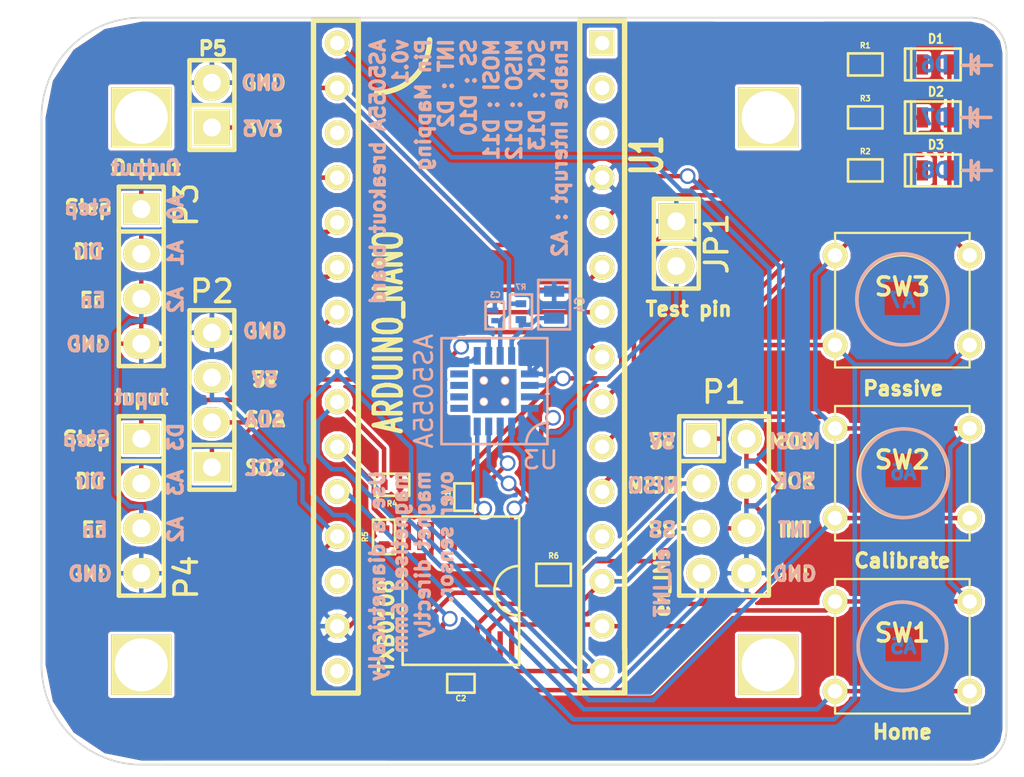
<source format=kicad_pcb>
(kicad_pcb (version 3) (host pcbnew "(2014-03-19 BZR 4756)-product")

  (general
    (links 82)
    (no_connects 0)
    (area 79.500001 71.45 141.000001 120.01904)
    (thickness 1.6)
    (drawings 115)
    (tracks 398)
    (zones 0)
    (modules 30)
    (nets 49)
  )

  (page A4)
  (layers
    (15 F.Cu signal)
    (0 B.Cu signal)
    (16 B.Adhes user)
    (17 F.Adhes user)
    (18 B.Paste user)
    (19 F.Paste user)
    (20 B.SilkS user)
    (21 F.SilkS user)
    (22 B.Mask user)
    (23 F.Mask user)
    (24 Dwgs.User user hide)
    (25 Cmts.User user)
    (26 Eco1.User user)
    (27 Eco2.User user)
    (28 Edge.Cuts user)
  )

  (setup
    (last_trace_width 0.254)
    (trace_clearance 0)
    (zone_clearance 0.18)
    (zone_45_only no)
    (trace_min 0.254)
    (segment_width 0.2)
    (edge_width 0.1)
    (via_size 0.889)
    (via_drill 0.635)
    (via_min_size 0.889)
    (via_min_drill 0.508)
    (uvia_size 0.508)
    (uvia_drill 0.127)
    (uvias_allowed no)
    (uvia_min_size 0.508)
    (uvia_min_drill 0.127)
    (pcb_text_width 0.3)
    (pcb_text_size 1.5 1.5)
    (mod_edge_width 0.3048)
    (mod_text_size 1 1)
    (mod_text_width 0.15)
    (pad_size 0.5 0.5)
    (pad_drill 0.4)
    (pad_to_mask_clearance 0)
    (aux_axis_origin 0 0)
    (grid_origin 96.85 78.25)
    (visible_elements FFFFFF7F)
    (pcbplotparams
      (layerselection 284196865)
      (usegerberextensions true)
      (excludeedgelayer true)
      (linewidth 0.150000)
      (plotframeref false)
      (viasonmask false)
      (mode 1)
      (useauxorigin false)
      (hpglpennumber 1)
      (hpglpenspeed 20)
      (hpglpendiameter 15)
      (hpglpenoverlay 2)
      (psnegative false)
      (psa4output false)
      (plotreference true)
      (plotvalue true)
      (plotothertext true)
      (plotinvisibletext false)
      (padsonsilk false)
      (subtractmaskfromsilk false)
      (outputformat 1)
      (mirror false)
      (drillshape 0)
      (scaleselection 1)
      (outputdirectory Gerber))
  )

  (net 0 "")
  (net 1 +3.3V)
  (net 2 GND)
  (net 3 +5V)
  (net 4 "Net-(C4-Pad1)")
  (net 5 "Net-(D1-Pad2)")
  (net 6 "Net-(D2-Pad2)")
  (net 7 /MOSI_B)
  (net 8 /MISO_B)
  (net 9 /SCK_B)
  (net 10 /SS_B)
  (net 11 /INT_B)
  (net 12 /En_INT_B)
  (net 13 /SCL)
  (net 14 /SDA)
  (net 15 /Output_Step)
  (net 16 /Output_Dir)
  (net 17 /Input_Step)
  (net 18 /Input_Dir)
  (net 19 /Input_Enable)
  (net 20 /Status_1)
  (net 21 /Status_2)
  (net 22 /Status_3)
  (net 23 /Home)
  (net 24 /Calibrate)
  (net 25 /Passive)
  (net 26 /MOSI_A)
  (net 27 /MISO_A)
  (net 28 /SCK_A)
  (net 29 /SS_A)
  (net 30 /En_INT_A)
  (net 31 /INT_A)
  (net 32 "Net-(U1-Pad28)")
  (net 33 "Net-(U1-Pad18)")
  (net 34 "Net-(U1-Pad1)")
  (net 35 "Net-(U1-Pad2)")
  (net 36 "Net-(U1-Pad3)")
  (net 37 "Net-(U1-Pad30)")
  (net 38 "Net-(U2-Pad11)")
  (net 39 "Net-(U2-Pad12)")
  (net 40 "Net-(U2-Pad9)")
  (net 41 "Net-(U2-Pad10)")
  (net 42 "Net-(U3-Pad8)")
  (net 43 "Net-(U3-Pad7)")
  (net 44 "Net-(U3-Pad6)")
  (net 45 "Net-(U3-Pad5)")
  (net 46 "Net-(JP1-Pad2)")
  (net 47 "Net-(D3-Pad2)")
  (net 48 "Net-(U1-Pad12)")

  (net_class Default "This is the default net class."
    (clearance 0)
    (trace_width 0.254)
    (via_dia 0.889)
    (via_drill 0.635)
    (uvia_dia 0.508)
    (uvia_drill 0.127)
    (add_net +3.3V)
    (add_net +5V)
    (add_net /Calibrate)
    (add_net /En_INT_A)
    (add_net /En_INT_B)
    (add_net /Home)
    (add_net /INT_A)
    (add_net /INT_B)
    (add_net /Input_Dir)
    (add_net /Input_Enable)
    (add_net /Input_Step)
    (add_net /MISO_A)
    (add_net /MISO_B)
    (add_net /MOSI_A)
    (add_net /MOSI_B)
    (add_net /Output_Dir)
    (add_net /Output_Step)
    (add_net /Passive)
    (add_net /SCK_A)
    (add_net /SCK_B)
    (add_net /SCL)
    (add_net /SDA)
    (add_net /SS_A)
    (add_net /SS_B)
    (add_net /Status_1)
    (add_net /Status_2)
    (add_net /Status_3)
    (add_net GND)
    (add_net "Net-(C4-Pad1)")
    (add_net "Net-(D1-Pad2)")
    (add_net "Net-(D2-Pad2)")
    (add_net "Net-(D3-Pad2)")
    (add_net "Net-(JP1-Pad2)")
    (add_net "Net-(U1-Pad1)")
    (add_net "Net-(U1-Pad12)")
    (add_net "Net-(U1-Pad18)")
    (add_net "Net-(U1-Pad2)")
    (add_net "Net-(U1-Pad28)")
    (add_net "Net-(U1-Pad3)")
    (add_net "Net-(U1-Pad30)")
    (add_net "Net-(U2-Pad10)")
    (add_net "Net-(U2-Pad11)")
    (add_net "Net-(U2-Pad12)")
    (add_net "Net-(U2-Pad9)")
    (add_net "Net-(U3-Pad5)")
    (add_net "Net-(U3-Pad6)")
    (add_net "Net-(U3-Pad7)")
    (add_net "Net-(U3-Pad8)")
  )

  (module TSSOP-20 placed (layer F.Cu) (tedit 53887DE8) (tstamp 5387B1AF)
    (at 111 107.3 270)
    (path /53874627)
    (fp_text reference U2 (at -0.44958 -3.02514 270) (layer F.SilkS) hide
      (effects (font (thickness 0.3048)))
    )
    (fp_text value TXB0108 (at 2 6.125 270) (layer F.SilkS)
      (effects (font (size 0.8001 0.8001) (thickness 0.20066)))
    )
    (fp_arc (start 0 -1.4) (end 1.4 -1.4) (angle 90) (layer F.SilkS) (width 0.15))
    (fp_arc (start 0 -1.4) (end 0 0) (angle 90) (layer F.SilkS) (width 0.15))
    (fp_line (start -4.2 -1.4) (end 4.2 -1.4) (layer F.SilkS) (width 0.15))
    (fp_line (start 4.2 -1.4) (end 4.2 5.2) (layer F.SilkS) (width 0.15))
    (fp_line (start 4.2 5.2) (end -4.2 5.2) (layer F.SilkS) (width 0.15))
    (fp_line (start -4.2 5.2) (end -4.2 -1.4) (layer F.SilkS) (width 0.15))
    (pad 11 smd trapezoid (at 3.0988 4.8 270) (size 1.6 0.3) (layers F.Cu F.Paste F.Mask)
      (net 38 "Net-(U2-Pad11)"))
    (pad 12 smd trapezoid (at 3.0988 4.225 270) (size 1.6 0.3) (layers F.Cu F.Paste F.Mask)
      (net 39 "Net-(U2-Pad12)"))
    (pad 13 smd trapezoid (at 3.0988 3.575 270) (size 1.6 0.3) (layers F.Cu F.Paste F.Mask)
      (net 11 /INT_B))
    (pad 14 smd trapezoid (at 3.0988 2.925 270) (size 1.6 0.3) (layers F.Cu F.Paste F.Mask)
      (net 12 /En_INT_B))
    (pad 15 smd trapezoid (at 3.0988 2.275 270) (size 1.6 0.3) (layers F.Cu F.Paste F.Mask)
      (net 2 GND))
    (pad 16 smd trapezoid (at 3.0988 1.625 270) (size 1.6 0.3) (layers F.Cu F.Paste F.Mask)
      (net 3 +5V))
    (pad 1 smd trapezoid (at -3.0988 -0.97536 270) (size 1.6 0.3) (layers F.Cu F.Paste F.Mask)
      (net 26 /MOSI_A))
    (pad 2 smd trapezoid (at -3.0988 -0.32512 270) (size 1.6 0.3) (layers F.Cu F.Paste F.Mask)
      (net 27 /MISO_A))
    (pad 3 smd trapezoid (at -3.0988 0.32512 270) (size 1.6 0.3) (layers F.Cu F.Paste F.Mask)
      (net 28 /SCK_A))
    (pad 4 smd trapezoid (at -3.0988 0.97536 270) (size 1.6 0.3) (layers F.Cu F.Paste F.Mask)
      (net 29 /SS_A))
    (pad 17 smd trapezoid (at 3.0988 0.97536 270) (size 1.6 0.3) (layers F.Cu F.Paste F.Mask)
      (net 10 /SS_B))
    (pad 18 smd trapezoid (at 3.0988 0.32512 270) (size 1.6 0.3) (layers F.Cu F.Paste F.Mask)
      (net 9 /SCK_B))
    (pad 19 smd trapezoid (at 3.0988 -0.32512 270) (size 1.6 0.3) (layers F.Cu F.Paste F.Mask)
      (net 8 /MISO_B))
    (pad 20 smd trapezoid (at 3.0988 -0.97536 270) (size 1.6 0.3) (layers F.Cu F.Paste F.Mask)
      (net 7 /MOSI_B))
    (pad 5 smd trapezoid (at -3.0988 1.625 270) (size 1.6 0.3) (layers F.Cu F.Paste F.Mask)
      (net 1 +3.3V))
    (pad 6 smd trapezoid (at -3.0988 2.275 270) (size 1.6 0.3) (layers F.Cu F.Paste F.Mask)
      (net 1 +3.3V))
    (pad 7 smd trapezoid (at -3.0988 2.925 270) (size 1.6 0.3) (layers F.Cu F.Paste F.Mask)
      (net 30 /En_INT_A))
    (pad 8 smd trapezoid (at -3.0988 3.575 270) (size 1.6 0.3) (layers F.Cu F.Paste F.Mask)
      (net 31 /INT_A))
    (pad 9 smd trapezoid (at -3.0988 4.225 270) (size 1.6 0.3) (layers F.Cu F.Paste F.Mask)
      (net 40 "Net-(U2-Pad9)"))
    (pad 10 smd trapezoid (at -3.0988 4.875 270) (size 1.6 0.3) (layers F.Cu F.Paste F.Mask)
      (net 41 "Net-(U2-Pad10)"))
  )

  (module QFN_16 placed (layer B.Cu) (tedit 538882BE) (tstamp 5387B1CD)
    (at 111 96 90)
    (path /53874ACB)
    (fp_text reference U3 (at -3.9 2.6 180) (layer B.SilkS)
      (effects (font (size 1 1) (thickness 0.15)) (justify mirror))
    )
    (fp_text value AS5055A (at 0 -4 90) (layer B.SilkS)
      (effects (font (size 1 1) (thickness 0.15)) (justify mirror))
    )
    (fp_arc (start -3 3) (end -1.8 3) (angle -90) (layer B.SilkS) (width 0.15))
    (fp_line (start -3 3) (end 3 3) (layer B.SilkS) (width 0.15))
    (fp_line (start 3 3) (end 3 -3) (layer B.SilkS) (width 0.15))
    (fp_line (start 3 -3) (end -3 -3) (layer B.SilkS) (width 0.15))
    (fp_line (start -3 -3) (end -3 3) (layer B.SilkS) (width 0.15))
    (pad 12 smd rect (at 2 0.975 90) (size 1 0.4) (layers B.Cu B.Paste B.Mask)
      (net 4 "Net-(C4-Pad1)"))
    (pad 11 smd rect (at 2 0.325 90) (size 1 0.4) (layers B.Cu B.Paste B.Mask)
      (net 1 +3.3V))
    (pad 10 smd rect (at 2 -0.325 90) (size 1 0.4) (layers B.Cu B.Paste B.Mask)
      (net 30 /En_INT_A))
    (pad 9 smd rect (at 2 -0.975 90) (size 1 0.4) (layers B.Cu B.Paste B.Mask)
      (net 2 GND))
    (pad 8 smd rect (at 0.975 -2 90) (size 0.4 1) (layers B.Cu B.Paste B.Mask)
      (net 42 "Net-(U3-Pad8)"))
    (pad 7 smd rect (at 0.325 -2 90) (size 0.4 1) (layers B.Cu B.Paste B.Mask)
      (net 43 "Net-(U3-Pad7)"))
    (pad 6 smd rect (at -0.325 -2 90) (size 0.4 1) (layers B.Cu B.Paste B.Mask)
      (net 44 "Net-(U3-Pad6)"))
    (pad 5 smd rect (at -0.975 -2 90) (size 0.4 1) (layers B.Cu B.Paste B.Mask)
      (net 45 "Net-(U3-Pad5)"))
    (pad 4 smd rect (at -2 -0.975 90) (size 1 0.4) (layers B.Cu B.Paste B.Mask)
      (net 29 /SS_A))
    (pad 3 smd rect (at -2 -0.325 90) (size 1 0.4) (layers B.Cu B.Paste B.Mask)
      (net 28 /SCK_A))
    (pad 2 smd rect (at -2 0.325 90) (size 1 0.4) (layers B.Cu B.Paste B.Mask)
      (net 27 /MISO_A))
    (pad 1 smd rect (at -2 0.975 90) (size 1 0.4) (layers B.Cu B.Paste B.Mask)
      (net 26 /MOSI_A))
    (pad 16 smd rect (at -0.975 2 90) (size 0.4 1) (layers B.Cu B.Paste B.Mask)
      (net 46 "Net-(JP1-Pad2)"))
    (pad 15 smd rect (at -0.325 2 90) (size 0.4 1) (layers B.Cu B.Paste B.Mask)
      (net 31 /INT_A))
    (pad 14 smd rect (at 0.325 2 90) (size 0.4 1) (layers B.Cu B.Paste B.Mask)
      (net 1 +3.3V))
    (pad 13 smd rect (at 0.975 2 90) (size 0.4 1) (layers B.Cu B.Paste B.Mask)
      (net 2 GND))
    (pad "" smd rect (at 0 0 90) (size 2.5 2.5) (layers B.Cu B.Paste B.Mask))
    (pad "" thru_hole circle (at 0.6 0.6 90) (size 0.5 0.5) (drill 0.4) (layers *.Cu *.Mask B.SilkS))
    (pad "" thru_hole circle (at 0.6 -0.6 90) (size 0.5 0.5) (drill 0.4) (layers *.Cu *.Mask B.SilkS))
    (pad "" thru_hole circle (at -0.6 -0.6 90) (size 0.5 0.5) (drill 0.4) (layers *.Cu *.Mask B.SilkS))
    (pad "" thru_hole circle (at -0.6 0.6 90) (size 0.5 0.5) (drill 0.4) (layers *.Cu *.Mask B.SilkS))
  )

  (module 10to7_sm_standard:SM0201 placed (layer F.Cu) (tedit 53887A7F) (tstamp 5387AFF4)
    (at 109.25 102 90)
    (path /53874BE5)
    (attr smd)
    (fp_text reference C1 (at 0.05 -0.9 90) (layer F.SilkS)
      (effects (font (size 0.3048 0.3048) (thickness 0.0762)))
    )
    (fp_text value 100nF (at 0 -0.775 90) (layer F.SilkS) hide
      (effects (font (size 0.3048 0.3048) (thickness 0.0762)))
    )
    (fp_line (start 0.775 0.525) (end 0.775 -0.525) (layer F.SilkS) (width 0.15))
    (fp_line (start 0.775 -0.525) (end -0.775 -0.525) (layer F.SilkS) (width 0.15))
    (fp_line (start -0.775 -0.525) (end -0.775 0.525) (layer F.SilkS) (width 0.15))
    (fp_line (start 0.775 0.525) (end -0.775 0.525) (layer F.SilkS) (width 0.15))
    (pad 1 smd rect (at -0.29972 0 90) (size 0.29972 0.39878) (layers F.Cu F.Paste F.Mask)
      (net 1 +3.3V))
    (pad 2 smd rect (at 0.29972 0 90) (size 0.29972 0.39878) (layers F.Cu F.Paste F.Mask)
      (net 2 GND))
    (model smd\chip_cms.wrl
      (at (xyz 0 0 0.002))
      (scale (xyz 0.05 0.05 0.05))
      (rotate (xyz 0 0 0))
    )
  )

  (module 10to7_sm_standard:SM0201 placed (layer F.Cu) (tedit 5380CE44) (tstamp 5388433D)
    (at 109.1 112.55)
    (path /53874BD1)
    (attr smd)
    (fp_text reference C2 (at 0 0.85) (layer F.SilkS)
      (effects (font (size 0.3048 0.3048) (thickness 0.0762)))
    )
    (fp_text value 100nF (at 0 -0.775) (layer F.SilkS) hide
      (effects (font (size 0.3048 0.3048) (thickness 0.0762)))
    )
    (fp_line (start 0.775 0.525) (end 0.775 -0.525) (layer F.SilkS) (width 0.15))
    (fp_line (start 0.775 -0.525) (end -0.775 -0.525) (layer F.SilkS) (width 0.15))
    (fp_line (start -0.775 -0.525) (end -0.775 0.525) (layer F.SilkS) (width 0.15))
    (fp_line (start 0.775 0.525) (end -0.775 0.525) (layer F.SilkS) (width 0.15))
    (pad 1 smd rect (at -0.29972 0) (size 0.29972 0.39878) (layers F.Cu F.Paste F.Mask)
      (net 2 GND))
    (pad 2 smd rect (at 0.29972 0) (size 0.29972 0.39878) (layers F.Cu F.Paste F.Mask)
      (net 3 +5V))
    (model smd\chip_cms.wrl
      (at (xyz 0 0 0.002))
      (scale (xyz 0.05 0.05 0.05))
      (rotate (xyz 0 0 0))
    )
  )

  (module 10to7_sm_standard:SM0201 placed (layer B.Cu) (tedit 5388891C) (tstamp 5387B008)
    (at 111.02 91.71 90)
    (path /53874FD4)
    (attr smd)
    (fp_text reference C3 (at 1.16 0.03 180) (layer B.SilkS)
      (effects (font (size 0.3048 0.3048) (thickness 0.0762)) (justify mirror))
    )
    (fp_text value 100nF (at 0 0.775 90) (layer B.SilkS) hide
      (effects (font (size 0.3048 0.3048) (thickness 0.0762)) (justify mirror))
    )
    (fp_line (start 0.775 -0.525) (end 0.775 0.525) (layer B.SilkS) (width 0.15))
    (fp_line (start 0.775 0.525) (end -0.775 0.525) (layer B.SilkS) (width 0.15))
    (fp_line (start -0.775 0.525) (end -0.775 -0.525) (layer B.SilkS) (width 0.15))
    (fp_line (start 0.775 -0.525) (end -0.775 -0.525) (layer B.SilkS) (width 0.15))
    (pad 1 smd rect (at -0.29972 0 90) (size 0.29972 0.39878) (layers B.Cu B.Paste B.Mask)
      (net 1 +3.3V))
    (pad 2 smd rect (at 0.29972 0 90) (size 0.29972 0.39878) (layers B.Cu B.Paste B.Mask)
      (net 2 GND))
    (model smd\chip_cms.wrl
      (at (xyz 0 0 0.002))
      (scale (xyz 0.05 0.05 0.05))
      (rotate (xyz 0 0 0))
    )
  )

  (module 10to7_sm_standard:SM0603 placed (layer B.Cu) (tedit 53888924) (tstamp 53888942)
    (at 114.38 91.1 90)
    (path /53874F06)
    (attr smd)
    (fp_text reference C4 (at 0 1.45 90) (layer B.SilkS)
      (effects (font (size 0.508 0.4572) (thickness 0.1143)) (justify mirror))
    )
    (fp_text value 4u7 (at 0 -1.425 90) (layer B.SilkS) hide
      (effects (font (size 0.508 0.4572) (thickness 0.1143)) (justify mirror))
    )
    (fp_line (start -1.4 -0.9) (end 1.4 -0.9) (layer B.SilkS) (width 0.15))
    (fp_line (start 1.4 -0.9) (end 1.4 0.9) (layer B.SilkS) (width 0.15))
    (fp_line (start 1.4 0.9) (end -1.4 0.9) (layer B.SilkS) (width 0.15))
    (fp_line (start -1.4 0.9) (end -1.4 -0.9) (layer B.SilkS) (width 0.15))
    (pad 1 smd rect (at -0.762 0 90) (size 0.635 1.143) (layers B.Cu B.Paste B.Mask)
      (net 4 "Net-(C4-Pad1)"))
    (pad 2 smd rect (at 0.762 0 90) (size 0.635 1.143) (layers B.Cu B.Paste B.Mask)
      (net 2 GND))
    (model smd\capacitors\C0603.wrl
      (at (xyz 0 0 0.001))
      (scale (xyz 0.5 0.5 0.5))
      (rotate (xyz 0 0 0))
    )
  )

  (module Pin_Headers:Pin_Header_Straight_2x04 placed (layer F.Cu) (tedit 53887A9E) (tstamp 5387B0CE)
    (at 124 102.5 270)
    (descr "1 pin")
    (tags "CONN DEV")
    (path /5387A42B)
    (fp_text reference P1 (at -6.45 0 360) (layer F.SilkS)
      (effects (font (size 1.27 1.27) (thickness 0.2032)))
    )
    (fp_text value CONN_8 (at 0 0 270) (layer F.SilkS) hide
      (effects (font (size 1.27 1.27) (thickness 0.2032)))
    )
    (fp_line (start -2.54 2.54) (end 5.08 2.54) (layer F.SilkS) (width 0.254))
    (fp_line (start 5.08 2.54) (end 5.08 -2.54) (layer F.SilkS) (width 0.254))
    (fp_line (start 5.08 -2.54) (end -5.08 -2.54) (layer F.SilkS) (width 0.254))
    (fp_line (start -5.08 -2.54) (end -5.08 0) (layer F.SilkS) (width 0.254))
    (fp_line (start -5.08 2.54) (end -2.54 2.54) (layer F.SilkS) (width 0.254))
    (fp_line (start -5.08 0) (end -2.54 0) (layer F.SilkS) (width 0.254))
    (fp_line (start -2.54 0) (end -2.54 2.54) (layer F.SilkS) (width 0.254))
    (fp_line (start -5.08 2.54) (end -5.08 0) (layer F.SilkS) (width 0.254))
    (pad 1 thru_hole rect (at -3.81 1.27 270) (size 1.7272 1.7272) (drill 1.016) (layers *.Cu *.Mask F.SilkS)
      (net 3 +5V))
    (pad 2 thru_hole oval (at -3.81 -1.27 270) (size 1.7272 1.7272) (drill 1.016) (layers *.Cu *.Mask F.SilkS)
      (net 7 /MOSI_B))
    (pad 3 thru_hole oval (at -1.27 1.27 270) (size 1.7272 1.7272) (drill 1.016) (layers *.Cu *.Mask F.SilkS)
      (net 8 /MISO_B))
    (pad 4 thru_hole oval (at -1.27 -1.27 270) (size 1.7272 1.7272) (drill 1.016) (layers *.Cu *.Mask F.SilkS)
      (net 9 /SCK_B))
    (pad 5 thru_hole oval (at 1.27 1.27 270) (size 1.7272 1.7272) (drill 1.016) (layers *.Cu *.Mask F.SilkS)
      (net 10 /SS_B))
    (pad 6 thru_hole oval (at 1.27 -1.27 270) (size 1.7272 1.7272) (drill 1.016) (layers *.Cu *.Mask F.SilkS)
      (net 11 /INT_B))
    (pad 7 thru_hole oval (at 3.81 1.27 270) (size 1.7272 1.7272) (drill 1.016) (layers *.Cu *.Mask F.SilkS)
      (net 12 /En_INT_B))
    (pad 8 thru_hole oval (at 3.81 -1.27 270) (size 1.7272 1.7272) (drill 1.016) (layers *.Cu *.Mask F.SilkS)
      (net 2 GND))
    (model Pin_Headers/Pin_Header_Straight_2x04.wrl
      (at (xyz 0 0 0))
      (scale (xyz 1 1 1))
      (rotate (xyz 0 0 0))
    )
  )

  (module Pin_Headers:Pin_Header_Straight_1x04 placed (layer F.Cu) (tedit 53886BEF) (tstamp 5387B0DD)
    (at 95 96.5 90)
    (descr "1 pin")
    (tags "CONN DEV")
    (path /5387AD20)
    (fp_text reference P2 (at 6.15 0 180) (layer F.SilkS)
      (effects (font (size 1.27 1.27) (thickness 0.2032)))
    )
    (fp_text value CONN_4 (at 0 0 90) (layer F.SilkS) hide
      (effects (font (size 1.27 1.27) (thickness 0.2032)))
    )
    (fp_line (start -2.54 1.27) (end 5.08 1.27) (layer F.SilkS) (width 0.254))
    (fp_line (start -2.54 -1.27) (end 5.08 -1.27) (layer F.SilkS) (width 0.254))
    (fp_line (start -5.08 -1.27) (end -2.54 -1.27) (layer F.SilkS) (width 0.254))
    (fp_line (start 5.08 1.27) (end 5.08 -1.27) (layer F.SilkS) (width 0.254))
    (fp_line (start -2.54 -1.27) (end -2.54 1.27) (layer F.SilkS) (width 0.254))
    (fp_line (start -5.08 -1.27) (end -5.08 1.27) (layer F.SilkS) (width 0.254))
    (fp_line (start -5.08 1.27) (end -2.54 1.27) (layer F.SilkS) (width 0.254))
    (pad 1 thru_hole rect (at -3.81 0 90) (size 1.7272 2.032) (drill 1.016) (layers *.Cu *.Mask F.SilkS)
      (net 13 /SCL))
    (pad 2 thru_hole oval (at -1.27 0 90) (size 1.7272 2.032) (drill 1.016) (layers *.Cu *.Mask F.SilkS)
      (net 14 /SDA))
    (pad 3 thru_hole oval (at 1.27 0 90) (size 1.7272 2.032) (drill 1.016) (layers *.Cu *.Mask F.SilkS)
      (net 3 +5V))
    (pad 4 thru_hole oval (at 3.81 0 90) (size 1.7272 2.032) (drill 1.016) (layers *.Cu *.Mask F.SilkS)
      (net 2 GND))
    (model Pin_Headers/Pin_Header_Straight_1x04.wrl
      (at (xyz 0 0 0))
      (scale (xyz 1 1 1))
      (rotate (xyz 0 0 0))
    )
  )

  (module Pin_Headers:Pin_Header_Straight_1x04 placed (layer F.Cu) (tedit 538885C0) (tstamp 5387B0EC)
    (at 91 89.5 270)
    (descr "1 pin")
    (tags "CONN DEV")
    (path /5387A98C)
    (fp_text reference P3 (at -4.05 -2.55 270) (layer F.SilkS)
      (effects (font (size 1.27 1.27) (thickness 0.2032)))
    )
    (fp_text value CONN_4 (at 0 0 270) (layer F.SilkS) hide
      (effects (font (size 1.27 1.27) (thickness 0.2032)))
    )
    (fp_line (start -2.54 1.27) (end 5.08 1.27) (layer F.SilkS) (width 0.254))
    (fp_line (start -2.54 -1.27) (end 5.08 -1.27) (layer F.SilkS) (width 0.254))
    (fp_line (start -5.08 -1.27) (end -2.54 -1.27) (layer F.SilkS) (width 0.254))
    (fp_line (start 5.08 1.27) (end 5.08 -1.27) (layer F.SilkS) (width 0.254))
    (fp_line (start -2.54 -1.27) (end -2.54 1.27) (layer F.SilkS) (width 0.254))
    (fp_line (start -5.08 -1.27) (end -5.08 1.27) (layer F.SilkS) (width 0.254))
    (fp_line (start -5.08 1.27) (end -2.54 1.27) (layer F.SilkS) (width 0.254))
    (pad 1 thru_hole rect (at -3.81 0 270) (size 1.7272 2.032) (drill 1.016) (layers *.Cu *.Mask F.SilkS)
      (net 15 /Output_Step))
    (pad 2 thru_hole oval (at -1.27 0 270) (size 1.7272 2.032) (drill 1.016) (layers *.Cu *.Mask F.SilkS)
      (net 16 /Output_Dir))
    (pad 3 thru_hole oval (at 1.27 0 270) (size 1.7272 2.032) (drill 1.016) (layers *.Cu *.Mask F.SilkS)
      (net 19 /Input_Enable))
    (pad 4 thru_hole oval (at 3.81 0 270) (size 1.7272 2.032) (drill 1.016) (layers *.Cu *.Mask F.SilkS)
      (net 2 GND))
    (model Pin_Headers/Pin_Header_Straight_1x04.wrl
      (at (xyz 0 0 0))
      (scale (xyz 1 1 1))
      (rotate (xyz 0 0 0))
    )
  )

  (module Pin_Headers:Pin_Header_Straight_1x04 placed (layer F.Cu) (tedit 53888593) (tstamp 53886586)
    (at 91 102.5 270)
    (descr "1 pin")
    (tags "CONN DEV")
    (path /5387AD07)
    (fp_text reference P4 (at 4.05 -2.55 270) (layer F.SilkS)
      (effects (font (size 1.27 1.27) (thickness 0.2032)))
    )
    (fp_text value CONN_4 (at 0 0 270) (layer F.SilkS) hide
      (effects (font (size 1.27 1.27) (thickness 0.2032)))
    )
    (fp_line (start -2.54 1.27) (end 5.08 1.27) (layer F.SilkS) (width 0.254))
    (fp_line (start -2.54 -1.27) (end 5.08 -1.27) (layer F.SilkS) (width 0.254))
    (fp_line (start -5.08 -1.27) (end -2.54 -1.27) (layer F.SilkS) (width 0.254))
    (fp_line (start 5.08 1.27) (end 5.08 -1.27) (layer F.SilkS) (width 0.254))
    (fp_line (start -2.54 -1.27) (end -2.54 1.27) (layer F.SilkS) (width 0.254))
    (fp_line (start -5.08 -1.27) (end -5.08 1.27) (layer F.SilkS) (width 0.254))
    (fp_line (start -5.08 1.27) (end -2.54 1.27) (layer F.SilkS) (width 0.254))
    (pad 1 thru_hole rect (at -3.81 0 270) (size 1.7272 2.032) (drill 1.016) (layers *.Cu *.Mask F.SilkS)
      (net 17 /Input_Step))
    (pad 2 thru_hole oval (at -1.27 0 270) (size 1.7272 2.032) (drill 1.016) (layers *.Cu *.Mask F.SilkS)
      (net 18 /Input_Dir))
    (pad 3 thru_hole oval (at 1.27 0 270) (size 1.7272 2.032) (drill 1.016) (layers *.Cu *.Mask F.SilkS)
      (net 19 /Input_Enable))
    (pad 4 thru_hole oval (at 3.81 0 270) (size 1.7272 2.032) (drill 1.016) (layers *.Cu *.Mask F.SilkS)
      (net 2 GND))
    (model Pin_Headers/Pin_Header_Straight_1x04.wrl
      (at (xyz 0 0 0))
      (scale (xyz 1 1 1))
      (rotate (xyz 0 0 0))
    )
  )

  (module 10to7_sm_standard:SM0402 placed (layer F.Cu) (tedit 5380CFF6) (tstamp 5387B105)
    (at 132 77.5 180)
    (path /5387663B)
    (attr smd)
    (fp_text reference R1 (at 0 1.075 180) (layer F.SilkS)
      (effects (font (size 0.3048 0.3048) (thickness 0.0762)))
    )
    (fp_text value 560 (at 0 -0.9 180) (layer F.SilkS) hide
      (effects (font (size 0.3048 0.3048) (thickness 0.0762)))
    )
    (fp_line (start -0.975 0.625) (end 0.975 0.625) (layer F.SilkS) (width 0.15))
    (fp_line (start 0.975 0.625) (end 0.975 -0.625) (layer F.SilkS) (width 0.15))
    (fp_line (start 0.975 -0.625) (end -0.975 -0.625) (layer F.SilkS) (width 0.15))
    (fp_line (start -0.975 -0.625) (end -0.975 0.625) (layer F.SilkS) (width 0.15))
    (pad 1 smd rect (at -0.44958 0 180) (size 0.39878 0.59944) (layers F.Cu F.Paste F.Mask)
      (net 5 "Net-(D1-Pad2)"))
    (pad 2 smd rect (at 0.44958 0 180) (size 0.39878 0.59944) (layers F.Cu F.Paste F.Mask)
      (net 20 /Status_1))
    (model smd\chip_cms.wrl
      (at (xyz 0 0 0.002))
      (scale (xyz 0.05 0.05 0.05))
      (rotate (xyz 0 0 0))
    )
  )

  (module 10to7_sm_standard:SM0402 placed (layer F.Cu) (tedit 5380CFF6) (tstamp 5387B10F)
    (at 132 83.5 180)
    (path /53876791)
    (attr smd)
    (fp_text reference R2 (at 0 1.075 180) (layer F.SilkS)
      (effects (font (size 0.3048 0.3048) (thickness 0.0762)))
    )
    (fp_text value 560 (at 0 -0.9 180) (layer F.SilkS) hide
      (effects (font (size 0.3048 0.3048) (thickness 0.0762)))
    )
    (fp_line (start -0.975 0.625) (end 0.975 0.625) (layer F.SilkS) (width 0.15))
    (fp_line (start 0.975 0.625) (end 0.975 -0.625) (layer F.SilkS) (width 0.15))
    (fp_line (start 0.975 -0.625) (end -0.975 -0.625) (layer F.SilkS) (width 0.15))
    (fp_line (start -0.975 -0.625) (end -0.975 0.625) (layer F.SilkS) (width 0.15))
    (pad 1 smd rect (at -0.44958 0 180) (size 0.39878 0.59944) (layers F.Cu F.Paste F.Mask)
      (net 47 "Net-(D3-Pad2)"))
    (pad 2 smd rect (at 0.44958 0 180) (size 0.39878 0.59944) (layers F.Cu F.Paste F.Mask)
      (net 21 /Status_2))
    (model smd\chip_cms.wrl
      (at (xyz 0 0 0.002))
      (scale (xyz 0.05 0.05 0.05))
      (rotate (xyz 0 0 0))
    )
  )

  (module 10to7_sm_standard:SM0402 placed (layer F.Cu) (tedit 5380CFF6) (tstamp 5387B119)
    (at 132 80.5 180)
    (path /538855A1)
    (attr smd)
    (fp_text reference R3 (at 0 1.075 180) (layer F.SilkS)
      (effects (font (size 0.3048 0.3048) (thickness 0.0762)))
    )
    (fp_text value 560 (at 0 -0.9 180) (layer F.SilkS) hide
      (effects (font (size 0.3048 0.3048) (thickness 0.0762)))
    )
    (fp_line (start -0.975 0.625) (end 0.975 0.625) (layer F.SilkS) (width 0.15))
    (fp_line (start 0.975 0.625) (end 0.975 -0.625) (layer F.SilkS) (width 0.15))
    (fp_line (start 0.975 -0.625) (end -0.975 -0.625) (layer F.SilkS) (width 0.15))
    (fp_line (start -0.975 -0.625) (end -0.975 0.625) (layer F.SilkS) (width 0.15))
    (pad 1 smd rect (at -0.44958 0 180) (size 0.39878 0.59944) (layers F.Cu F.Paste F.Mask)
      (net 6 "Net-(D2-Pad2)"))
    (pad 2 smd rect (at 0.44958 0 180) (size 0.39878 0.59944) (layers F.Cu F.Paste F.Mask)
      (net 22 /Status_3))
    (model smd\chip_cms.wrl
      (at (xyz 0 0 0.002))
      (scale (xyz 0.05 0.05 0.05))
      (rotate (xyz 0 0 0))
    )
  )

  (module 10to7_sm_standard:SM0402 placed (layer F.Cu) (tedit 5380CFF6) (tstamp 5387B123)
    (at 105.2 101.3)
    (path /5387A724)
    (attr smd)
    (fp_text reference R4 (at 0 1.075) (layer F.SilkS)
      (effects (font (size 0.3048 0.3048) (thickness 0.0762)))
    )
    (fp_text value 10K (at 0 -0.9) (layer F.SilkS) hide
      (effects (font (size 0.3048 0.3048) (thickness 0.0762)))
    )
    (fp_line (start -0.975 0.625) (end 0.975 0.625) (layer F.SilkS) (width 0.15))
    (fp_line (start 0.975 0.625) (end 0.975 -0.625) (layer F.SilkS) (width 0.15))
    (fp_line (start 0.975 -0.625) (end -0.975 -0.625) (layer F.SilkS) (width 0.15))
    (fp_line (start -0.975 -0.625) (end -0.975 0.625) (layer F.SilkS) (width 0.15))
    (pad 1 smd rect (at -0.44958 0) (size 0.39878 0.59944) (layers F.Cu F.Paste F.Mask)
      (net 23 /Home))
    (pad 2 smd rect (at 0.44958 0) (size 0.39878 0.59944) (layers F.Cu F.Paste F.Mask)
      (net 2 GND))
    (model smd\chip_cms.wrl
      (at (xyz 0 0 0.002))
      (scale (xyz 0.05 0.05 0.05))
      (rotate (xyz 0 0 0))
    )
  )

  (module 10to7_sm_standard:SM0402 placed (layer F.Cu) (tedit 5380CFF6) (tstamp 5387B12D)
    (at 104.75 104.25 270)
    (path /53879417)
    (attr smd)
    (fp_text reference R5 (at 0 1.075 270) (layer F.SilkS)
      (effects (font (size 0.3048 0.3048) (thickness 0.0762)))
    )
    (fp_text value 10K (at 0 -0.9 270) (layer F.SilkS) hide
      (effects (font (size 0.3048 0.3048) (thickness 0.0762)))
    )
    (fp_line (start -0.975 0.625) (end 0.975 0.625) (layer F.SilkS) (width 0.15))
    (fp_line (start 0.975 0.625) (end 0.975 -0.625) (layer F.SilkS) (width 0.15))
    (fp_line (start 0.975 -0.625) (end -0.975 -0.625) (layer F.SilkS) (width 0.15))
    (fp_line (start -0.975 -0.625) (end -0.975 0.625) (layer F.SilkS) (width 0.15))
    (pad 1 smd rect (at -0.44958 0 270) (size 0.39878 0.59944) (layers F.Cu F.Paste F.Mask)
      (net 24 /Calibrate))
    (pad 2 smd rect (at 0.44958 0 270) (size 0.39878 0.59944) (layers F.Cu F.Paste F.Mask)
      (net 2 GND))
    (model smd\chip_cms.wrl
      (at (xyz 0 0 0.002))
      (scale (xyz 0.05 0.05 0.05))
      (rotate (xyz 0 0 0))
    )
  )

  (module 10to7_sm_standard:SM0402 placed (layer F.Cu) (tedit 5380CFF6) (tstamp 5387B137)
    (at 114.35 106.4 180)
    (path /5387AFED)
    (attr smd)
    (fp_text reference R6 (at 0 1.075 180) (layer F.SilkS)
      (effects (font (size 0.3048 0.3048) (thickness 0.0762)))
    )
    (fp_text value 10K (at 0 -0.9 180) (layer F.SilkS) hide
      (effects (font (size 0.3048 0.3048) (thickness 0.0762)))
    )
    (fp_line (start -0.975 0.625) (end 0.975 0.625) (layer F.SilkS) (width 0.15))
    (fp_line (start 0.975 0.625) (end 0.975 -0.625) (layer F.SilkS) (width 0.15))
    (fp_line (start 0.975 -0.625) (end -0.975 -0.625) (layer F.SilkS) (width 0.15))
    (fp_line (start -0.975 -0.625) (end -0.975 0.625) (layer F.SilkS) (width 0.15))
    (pad 1 smd rect (at -0.44958 0 180) (size 0.39878 0.59944) (layers F.Cu F.Paste F.Mask)
      (net 25 /Passive))
    (pad 2 smd rect (at 0.44958 0 180) (size 0.39878 0.59944) (layers F.Cu F.Paste F.Mask)
      (net 2 GND))
    (model smd\chip_cms.wrl
      (at (xyz 0 0 0.002))
      (scale (xyz 0.05 0.05 0.05))
      (rotate (xyz 0 0 0))
    )
  )

  (module 10to7_sm_standard:SM0402 placed (layer B.Cu) (tedit 53888911) (tstamp 5387B141)
    (at 112.5 91.5 270)
    (path /53874F1A)
    (attr smd)
    (fp_text reference R7 (at -1.4 0 360) (layer B.SilkS)
      (effects (font (size 0.3048 0.3048) (thickness 0.0762)) (justify mirror))
    )
    (fp_text value 15 (at 0 0.9 270) (layer B.SilkS) hide
      (effects (font (size 0.3048 0.3048) (thickness 0.0762)) (justify mirror))
    )
    (fp_line (start -0.975 -0.625) (end 0.975 -0.625) (layer B.SilkS) (width 0.15))
    (fp_line (start 0.975 -0.625) (end 0.975 0.625) (layer B.SilkS) (width 0.15))
    (fp_line (start 0.975 0.625) (end -0.975 0.625) (layer B.SilkS) (width 0.15))
    (fp_line (start -0.975 0.625) (end -0.975 -0.625) (layer B.SilkS) (width 0.15))
    (pad 1 smd rect (at -0.44958 0 270) (size 0.39878 0.59944) (layers B.Cu B.Paste B.Mask)
      (net 1 +3.3V))
    (pad 2 smd rect (at 0.44958 0 270) (size 0.39878 0.59944) (layers B.Cu B.Paste B.Mask)
      (net 4 "Net-(C4-Pad1)"))
    (model smd\chip_cms.wrl
      (at (xyz 0 0 0.002))
      (scale (xyz 0.05 0.05 0.05))
      (rotate (xyz 0 0 0))
    )
  )

  (module Discret:SW_PUSH_SMALL placed (layer F.Cu) (tedit 53888676) (tstamp 5387B14E)
    (at 134.1 110.45)
    (path /5387A731)
    (fp_text reference SW1 (at 0 -0.762) (layer F.SilkS)
      (effects (font (size 1.016 1.016) (thickness 0.2032)))
    )
    (fp_text value Home (at 0 1.016) (layer F.SilkS) hide
      (effects (font (size 1.016 1.016) (thickness 0.2032)))
    )
    (fp_circle (center 0 0) (end 0 -2.54) (layer F.SilkS) (width 0.127))
    (fp_line (start -3.81 -3.81) (end 3.81 -3.81) (layer F.SilkS) (width 0.127))
    (fp_line (start 3.81 -3.81) (end 3.81 3.81) (layer F.SilkS) (width 0.127))
    (fp_line (start 3.81 3.81) (end -3.81 3.81) (layer F.SilkS) (width 0.127))
    (fp_line (start -3.81 -3.81) (end -3.81 3.81) (layer F.SilkS) (width 0.127))
    (pad 1 thru_hole circle (at 3.81 -2.54) (size 1.397 1.397) (drill 0.8128) (layers *.Cu *.Mask F.SilkS)
      (net 3 +5V))
    (pad 2 thru_hole circle (at 3.81 2.54) (size 1.397 1.397) (drill 0.8128) (layers *.Cu *.Mask F.SilkS)
      (net 23 /Home))
    (pad 1 thru_hole circle (at -3.81 -2.54) (size 1.397 1.397) (drill 0.8128) (layers *.Cu *.Mask F.SilkS)
      (net 3 +5V))
    (pad 2 thru_hole circle (at -3.81 2.54) (size 1.397 1.397) (drill 0.8128) (layers *.Cu *.Mask F.SilkS)
      (net 23 /Home))
  )

  (module Discret:SW_PUSH_SMALL placed (layer F.Cu) (tedit 5388866F) (tstamp 5387B15B)
    (at 134.1 100.65)
    (path /538794D9)
    (fp_text reference SW2 (at 0 -0.762) (layer F.SilkS)
      (effects (font (size 1.016 1.016) (thickness 0.2032)))
    )
    (fp_text value Calibrate (at 0 1.016) (layer F.SilkS) hide
      (effects (font (size 1.016 1.016) (thickness 0.2032)))
    )
    (fp_circle (center 0 0) (end 0 -2.54) (layer F.SilkS) (width 0.127))
    (fp_line (start -3.81 -3.81) (end 3.81 -3.81) (layer F.SilkS) (width 0.127))
    (fp_line (start 3.81 -3.81) (end 3.81 3.81) (layer F.SilkS) (width 0.127))
    (fp_line (start 3.81 3.81) (end -3.81 3.81) (layer F.SilkS) (width 0.127))
    (fp_line (start -3.81 -3.81) (end -3.81 3.81) (layer F.SilkS) (width 0.127))
    (pad 1 thru_hole circle (at 3.81 -2.54) (size 1.397 1.397) (drill 0.8128) (layers *.Cu *.Mask F.SilkS)
      (net 3 +5V))
    (pad 2 thru_hole circle (at 3.81 2.54) (size 1.397 1.397) (drill 0.8128) (layers *.Cu *.Mask F.SilkS)
      (net 24 /Calibrate))
    (pad 1 thru_hole circle (at -3.81 -2.54) (size 1.397 1.397) (drill 0.8128) (layers *.Cu *.Mask F.SilkS)
      (net 3 +5V))
    (pad 2 thru_hole circle (at -3.81 2.54) (size 1.397 1.397) (drill 0.8128) (layers *.Cu *.Mask F.SilkS)
      (net 24 /Calibrate))
  )

  (module Discret:SW_PUSH_SMALL placed (layer F.Cu) (tedit 5388867D) (tstamp 5387B168)
    (at 134.1 90.85)
    (path /5387AFFA)
    (fp_text reference SW3 (at 0 -0.762) (layer F.SilkS)
      (effects (font (size 1.016 1.016) (thickness 0.2032)))
    )
    (fp_text value Passive (at 0 1.016) (layer F.SilkS) hide
      (effects (font (size 1.016 1.016) (thickness 0.2032)))
    )
    (fp_circle (center 0 0) (end 0 -2.54) (layer F.SilkS) (width 0.127))
    (fp_line (start -3.81 -3.81) (end 3.81 -3.81) (layer F.SilkS) (width 0.127))
    (fp_line (start 3.81 -3.81) (end 3.81 3.81) (layer F.SilkS) (width 0.127))
    (fp_line (start 3.81 3.81) (end -3.81 3.81) (layer F.SilkS) (width 0.127))
    (fp_line (start -3.81 -3.81) (end -3.81 3.81) (layer F.SilkS) (width 0.127))
    (pad 1 thru_hole circle (at 3.81 -2.54) (size 1.397 1.397) (drill 0.8128) (layers *.Cu *.Mask F.SilkS)
      (net 3 +5V))
    (pad 2 thru_hole circle (at 3.81 2.54) (size 1.397 1.397) (drill 0.8128) (layers *.Cu *.Mask F.SilkS)
      (net 25 /Passive))
    (pad 1 thru_hole circle (at -3.81 -2.54) (size 1.397 1.397) (drill 0.8128) (layers *.Cu *.Mask F.SilkS)
      (net 3 +5V))
    (pad 2 thru_hole circle (at -3.81 2.54) (size 1.397 1.397) (drill 0.8128) (layers *.Cu *.Mask F.SilkS)
      (net 25 /Passive))
  )

  (module 10to7_arduino:Arduino_Nano (layer F.Cu) (tedit 5388746A) (tstamp 5387BCE3)
    (at 117.1 92.8 270)
    (tags "Arduino Nano")
    (path /538740DB)
    (fp_text reference U1 (at -10.16 -2.54 270) (layer F.SilkS)
      (effects (font (size 1.72974 1.08712) (thickness 0.27178)))
    )
    (fp_text value ARDUINO_NANO (at -0.15 12.1 270) (layer F.SilkS)
      (effects (font (size 1.524 1.016) (thickness 0.254)))
    )
    (fp_arc (start -16.7 12.77) (end -16.7 9.77) (angle 90) (layer F.SilkS) (width 0.3048))
    (fp_line (start 20.13 -1.28) (end 20.29 -1.28) (layer F.SilkS) (width 0.3048))
    (fp_line (start 17.77 16.35) (end 20.3 16.35) (layer F.SilkS) (width 0.3048))
    (fp_line (start 20.3 16.35) (end 20.3 13.81) (layer F.SilkS) (width 0.3048))
    (fp_line (start 17.76 13.81) (end 20.3 13.81) (layer F.SilkS) (width 0.3048))
    (fp_line (start 17.77 1.27) (end 20.29 1.27) (layer F.SilkS) (width 0.3048))
    (fp_line (start 20.29 1.27) (end 20.29 -1.27) (layer F.SilkS) (width 0.3048))
    (fp_line (start 17.78 -1.28) (end 20.19 -1.28) (layer F.SilkS) (width 0.3048))
    (fp_line (start -17.80286 16.34744) (end -17.80286 13.80744) (layer F.SilkS) (width 0.3048))
    (fp_line (start 17.75714 16.34744) (end -17.80286 16.34744) (layer F.SilkS) (width 0.3048))
    (fp_line (start -17.80286 13.80744) (end 17.75714 13.80744) (layer F.SilkS) (width 0.3048))
    (fp_line (start -17.78 -1.27) (end 17.78 -1.27) (layer F.SilkS) (width 0.3048))
    (fp_line (start 17.78 1.27) (end -17.78 1.27) (layer F.SilkS) (width 0.3048))
    (fp_line (start -17.78 1.27) (end -17.78 -1.27) (layer F.SilkS) (width 0.3048))
    (pad 15 thru_hole circle (at 19.05 0 270) (size 1.397 1.397) (drill 0.8128) (layers *.Cu *.Mask F.SilkS)
      (net 8 /MISO_B))
    (pad 29 thru_hole circle (at 16.51 15.00124 270) (size 1.397 1.397) (drill 0.8128) (layers *.Cu *.Mask F.SilkS)
      (net 2 GND))
    (pad 28 thru_hole circle (at 13.97 15.00124 270) (size 1.397 1.397) (drill 0.8128) (layers *.Cu *.Mask F.SilkS)
      (net 32 "Net-(U1-Pad28)"))
    (pad 27 thru_hole circle (at 11.43 15.00124 270) (size 1.397 1.397) (drill 0.8128) (layers *.Cu *.Mask F.SilkS)
      (net 3 +5V))
    (pad 26 thru_hole circle (at 8.89 15.00124 270) (size 1.397 1.397) (drill 0.8128) (layers *.Cu *.Mask F.SilkS)
      (net 25 /Passive))
    (pad 25 thru_hole circle (at 6.35 15.00124 270) (size 1.397 1.397) (drill 0.8128) (layers *.Cu *.Mask F.SilkS)
      (net 24 /Calibrate))
    (pad 24 thru_hole circle (at 3.81 15.00124 270) (size 1.397 1.397) (drill 0.8128) (layers *.Cu *.Mask F.SilkS)
      (net 23 /Home))
    (pad 23 thru_hole circle (at 1.27 15.00124 270) (size 1.397 1.397) (drill 0.8128) (layers *.Cu *.Mask F.SilkS)
      (net 12 /En_INT_B))
    (pad 22 thru_hole circle (at -1.27 15.00124 270) (size 1.397 1.397) (drill 0.8128) (layers *.Cu *.Mask F.SilkS)
      (net 18 /Input_Dir))
    (pad 21 thru_hole circle (at -3.81 15.00124 270) (size 1.397 1.397) (drill 0.8128) (layers *.Cu *.Mask F.SilkS)
      (net 19 /Input_Enable))
    (pad 20 thru_hole circle (at -6.35 15.00124 270) (size 1.397 1.397) (drill 0.8128) (layers *.Cu *.Mask F.SilkS)
      (net 16 /Output_Dir))
    (pad 19 thru_hole circle (at -8.89 15.00124 270) (size 1.397 1.397) (drill 0.8128) (layers *.Cu *.Mask F.SilkS)
      (net 15 /Output_Step))
    (pad 18 thru_hole circle (at -11.43 15.00124 270) (size 1.397 1.397) (drill 0.8128) (layers *.Cu *.Mask F.SilkS)
      (net 33 "Net-(U1-Pad18)"))
    (pad 17 thru_hole circle (at -13.97 15.00124 270) (size 1.397 1.397) (drill 0.8128) (layers *.Cu *.Mask F.SilkS)
      (net 1 +3.3V))
    (pad 16 thru_hole circle (at -16.51 15.00124 270) (size 1.397 1.397) (drill 0.8128) (layers *.Cu *.Mask F.SilkS)
      (net 9 /SCK_B))
    (pad 1 thru_hole rect (at -16.51 0 270) (size 1.397 1.397) (drill 0.8128) (layers *.Cu *.Mask F.SilkS)
      (net 34 "Net-(U1-Pad1)"))
    (pad 2 thru_hole circle (at -13.97 0 270) (size 1.397 1.397) (drill 0.8128) (layers *.Cu *.Mask F.SilkS)
      (net 35 "Net-(U1-Pad2)"))
    (pad 3 thru_hole circle (at -11.43 0 270) (size 1.397 1.397) (drill 0.8128) (layers *.Cu *.Mask F.SilkS)
      (net 36 "Net-(U1-Pad3)"))
    (pad 4 thru_hole circle (at -8.89 0 270) (size 1.397 1.397) (drill 0.8128) (layers *.Cu *.Mask F.SilkS)
      (net 2 GND))
    (pad 5 thru_hole circle (at -6.35 0 270) (size 1.397 1.397) (drill 0.8128) (layers *.Cu *.Mask F.SilkS)
      (net 11 /INT_B))
    (pad 6 thru_hole circle (at -3.81 0 270) (size 1.397 1.397) (drill 0.8128) (layers *.Cu *.Mask F.SilkS)
      (net 17 /Input_Step))
    (pad 7 thru_hole circle (at -1.27 0 270) (size 1.397 1.397) (drill 0.8128) (layers *.Cu *.Mask F.SilkS)
      (net 14 /SDA))
    (pad 8 thru_hole circle (at 1.27 0 270) (size 1.397 1.397) (drill 0.8128) (layers *.Cu *.Mask F.SilkS)
      (net 13 /SCL))
    (pad 9 thru_hole circle (at 3.81 0 270) (size 1.397 1.397) (drill 0.8128) (layers *.Cu *.Mask F.SilkS)
      (net 20 /Status_1))
    (pad 10 thru_hole circle (at 6.35 0 270) (size 1.397 1.397) (drill 0.8128) (layers *.Cu *.Mask F.SilkS)
      (net 21 /Status_2))
    (pad 11 thru_hole circle (at 8.89 0 270) (size 1.397 1.397) (drill 0.8128) (layers *.Cu *.Mask F.SilkS)
      (net 22 /Status_3))
    (pad 12 thru_hole circle (at 11.43 0 270) (size 1.397 1.397) (drill 0.8128) (layers *.Cu *.Mask F.SilkS)
      (net 48 "Net-(U1-Pad12)"))
    (pad 13 thru_hole circle (at 13.97 0 270) (size 1.397 1.397) (drill 0.8128) (layers *.Cu *.Mask F.SilkS)
      (net 10 /SS_B))
    (pad 14 thru_hole circle (at 16.51 0 270) (size 1.397 1.397) (drill 0.8128) (layers *.Cu *.Mask F.SilkS)
      (net 7 /MOSI_B))
    (pad 30 thru_hole circle (at 19.05 15.00124 270) (size 1.397 1.397) (drill 0.8128) (layers *.Cu *.Mask F.SilkS)
      (net 37 "Net-(U1-Pad30)"))
  )

  (module 10to7_sm_standard:SM0603_Polarity (layer F.Cu) (tedit 5380D35E) (tstamp 5387C000)
    (at 136 77.5)
    (path /5387664F)
    (attr smd)
    (fp_text reference D1 (at 0 -1.45) (layer F.SilkS)
      (effects (font (size 0.508 0.4572) (thickness 0.1143)))
    )
    (fp_text value LED (at 0 1.425) (layer F.SilkS) hide
      (effects (font (size 0.508 0.4572) (thickness 0.1143)))
    )
    (fp_line (start -1.4 -0.9) (end -1.75 -0.9) (layer F.SilkS) (width 0.15))
    (fp_line (start -1.75 -0.9) (end -1.75 0.9) (layer F.SilkS) (width 0.15))
    (fp_line (start -1.75 0.9) (end -1.4 0.9) (layer F.SilkS) (width 0.15))
    (fp_line (start -1.4 0.9) (end 1.4 0.9) (layer F.SilkS) (width 0.15))
    (fp_line (start 1.4 0.9) (end 1.4 -0.9) (layer F.SilkS) (width 0.15))
    (fp_line (start 1.4 -0.9) (end -1.4 -0.9) (layer F.SilkS) (width 0.15))
    (fp_line (start -1.4 -0.9) (end -1.4 0.9) (layer F.SilkS) (width 0.15))
    (pad 2 smd rect (at -0.762 0) (size 0.635 1.143) (layers F.Cu F.Paste F.Mask)
      (net 5 "Net-(D1-Pad2)"))
    (pad 1 smd rect (at 0.762 0) (size 0.635 1.143) (layers F.Cu F.Paste F.Mask)
      (net 3 +5V))
    (model smd\capacitors\C0603.wrl
      (at (xyz 0 0 0.001))
      (scale (xyz 0.5 0.5 0.5))
      (rotate (xyz 0 0 0))
    )
  )

  (module 10to7_sm_standard:SM0603_Polarity (layer F.Cu) (tedit 5380D35E) (tstamp 5387C00C)
    (at 136 80.5)
    (path /538854F1)
    (attr smd)
    (fp_text reference D2 (at 0 -1.45) (layer F.SilkS)
      (effects (font (size 0.508 0.4572) (thickness 0.1143)))
    )
    (fp_text value LED (at 0 1.425) (layer F.SilkS) hide
      (effects (font (size 0.508 0.4572) (thickness 0.1143)))
    )
    (fp_line (start -1.4 -0.9) (end -1.75 -0.9) (layer F.SilkS) (width 0.15))
    (fp_line (start -1.75 -0.9) (end -1.75 0.9) (layer F.SilkS) (width 0.15))
    (fp_line (start -1.75 0.9) (end -1.4 0.9) (layer F.SilkS) (width 0.15))
    (fp_line (start -1.4 0.9) (end 1.4 0.9) (layer F.SilkS) (width 0.15))
    (fp_line (start 1.4 0.9) (end 1.4 -0.9) (layer F.SilkS) (width 0.15))
    (fp_line (start 1.4 -0.9) (end -1.4 -0.9) (layer F.SilkS) (width 0.15))
    (fp_line (start -1.4 -0.9) (end -1.4 0.9) (layer F.SilkS) (width 0.15))
    (pad 2 smd rect (at -0.762 0) (size 0.635 1.143) (layers F.Cu F.Paste F.Mask)
      (net 6 "Net-(D2-Pad2)"))
    (pad 1 smd rect (at 0.762 0) (size 0.635 1.143) (layers F.Cu F.Paste F.Mask)
      (net 3 +5V))
    (model smd\capacitors\C0603.wrl
      (at (xyz 0 0 0.001))
      (scale (xyz 0.5 0.5 0.5))
      (rotate (xyz 0 0 0))
    )
  )

  (module 10to7_sm_standard:SM0603_Polarity (layer F.Cu) (tedit 5380D35E) (tstamp 5387C018)
    (at 136 83.5)
    (path /538767C3)
    (attr smd)
    (fp_text reference D3 (at 0 -1.45) (layer F.SilkS)
      (effects (font (size 0.508 0.4572) (thickness 0.1143)))
    )
    (fp_text value LED (at 0 1.425) (layer F.SilkS) hide
      (effects (font (size 0.508 0.4572) (thickness 0.1143)))
    )
    (fp_line (start -1.4 -0.9) (end -1.75 -0.9) (layer F.SilkS) (width 0.15))
    (fp_line (start -1.75 -0.9) (end -1.75 0.9) (layer F.SilkS) (width 0.15))
    (fp_line (start -1.75 0.9) (end -1.4 0.9) (layer F.SilkS) (width 0.15))
    (fp_line (start -1.4 0.9) (end 1.4 0.9) (layer F.SilkS) (width 0.15))
    (fp_line (start 1.4 0.9) (end 1.4 -0.9) (layer F.SilkS) (width 0.15))
    (fp_line (start 1.4 -0.9) (end -1.4 -0.9) (layer F.SilkS) (width 0.15))
    (fp_line (start -1.4 -0.9) (end -1.4 0.9) (layer F.SilkS) (width 0.15))
    (pad 2 smd rect (at -0.762 0) (size 0.635 1.143) (layers F.Cu F.Paste F.Mask)
      (net 47 "Net-(D3-Pad2)"))
    (pad 1 smd rect (at 0.762 0) (size 0.635 1.143) (layers F.Cu F.Paste F.Mask)
      (net 3 +5V))
    (model smd\capacitors\C0603.wrl
      (at (xyz 0 0 0.001))
      (scale (xyz 0.5 0.5 0.5))
      (rotate (xyz 0 0 0))
    )
  )

  (module Pin_Headers:Pin_Header_Straight_1x02 (layer F.Cu) (tedit 53884001) (tstamp 53884109)
    (at 121.3 87.65 270)
    (descr "1 pin")
    (tags "CONN DEV")
    (path /5387C86C)
    (fp_text reference JP1 (at 0 -2.286 270) (layer F.SilkS)
      (effects (font (size 1.27 1.27) (thickness 0.2032)))
    )
    (fp_text value JUMPER (at 0 0 270) (layer F.SilkS) hide
      (effects (font (size 1.27 1.27) (thickness 0.2032)))
    )
    (fp_line (start 0 -1.27) (end 0 1.27) (layer F.SilkS) (width 0.254))
    (fp_line (start -2.54 -1.27) (end -2.54 1.27) (layer F.SilkS) (width 0.254))
    (fp_line (start -2.54 1.27) (end 0 1.27) (layer F.SilkS) (width 0.254))
    (fp_line (start 0 1.27) (end 2.54 1.27) (layer F.SilkS) (width 0.254))
    (fp_line (start 2.54 1.27) (end 2.54 -1.27) (layer F.SilkS) (width 0.254))
    (fp_line (start 2.54 -1.27) (end -2.54 -1.27) (layer F.SilkS) (width 0.254))
    (pad 1 thru_hole rect (at -1.27 0 270) (size 2.032 2.032) (drill 1.016) (layers *.Cu *.Mask F.SilkS)
      (net 2 GND))
    (pad 2 thru_hole oval (at 1.27 0 270) (size 2.032 2.032) (drill 1.016) (layers *.Cu *.Mask F.SilkS)
      (net 46 "Net-(JP1-Pad2)"))
    (model Pin_Headers/Pin_Header_Straight_1x02.wrl
      (at (xyz 0 0 0))
      (scale (xyz 1 1 1))
      (rotate (xyz 0 0 0))
    )
  )

  (module 10to7_sm_standard:3mmHole (layer F.Cu) (tedit 538859C7) (tstamp 53885BE5)
    (at 91 80.5)
    (fp_text reference 3mmHole_1 (at 0.7493 3.79984) (layer F.SilkS) hide
      (effects (font (thickness 0.3048)))
    )
    (fp_text value VAL** (at 0.20066 -2.49936) (layer F.SilkS) hide
      (effects (font (thickness 0.3048)))
    )
    (pad 1 thru_hole rect (at 0 0) (size 3.40106 3.40106) (drill 2.99974) (layers *.Cu *.Mask F.SilkS))
  )

  (module 10to7_sm_standard:3mmHole (layer F.Cu) (tedit 53885A1D) (tstamp 53885BFD)
    (at 126.5 80.5)
    (fp_text reference 3mmHole_2 (at 0.7493 3.79984) (layer F.SilkS) hide
      (effects (font (thickness 0.3048)))
    )
    (fp_text value VAL** (at 0.20066 -2.49936) (layer F.SilkS) hide
      (effects (font (thickness 0.3048)))
    )
    (pad 1 thru_hole rect (at 0 0) (size 3.40106 3.40106) (drill 2.99974) (layers *.Cu *.Mask F.SilkS))
  )

  (module 10to7_sm_standard:3mmHole (layer F.Cu) (tedit 53885AA9) (tstamp 53885C19)
    (at 126.5 115)
    (fp_text reference 3mmHole_3 (at 0.7493 3.79984) (layer F.SilkS) hide
      (effects (font (thickness 0.3048)))
    )
    (fp_text value VAL** (at 0.20066 -2.49936) (layer F.SilkS) hide
      (effects (font (thickness 0.3048)))
    )
    (pad 1 thru_hole rect (at 0 -3.5) (size 3.40106 3.40106) (drill 2.99974) (layers *.Cu *.Mask F.SilkS))
  )

  (module 10to7_sm_standard:3mmHole (layer F.Cu) (tedit 53885A6B) (tstamp 53885C2B)
    (at 91 111.5)
    (fp_text reference 3mmHole_4 (at 0.7493 3.79984) (layer F.SilkS) hide
      (effects (font (thickness 0.3048)))
    )
    (fp_text value VAL** (at 0.20066 -2.49936) (layer F.SilkS) hide
      (effects (font (thickness 0.3048)))
    )
    (pad 1 thru_hole rect (at 0 0) (size 3.40106 3.40106) (drill 2.99974) (layers *.Cu *.Mask F.SilkS))
  )

  (module Pin_Headers:Pin_Header_Straight_1x02 (layer F.Cu) (tedit 53887153) (tstamp 53887189)
    (at 95 79.8 90)
    (descr "1 pin")
    (tags "CONN DEV")
    (path /5388717E)
    (fp_text reference P5 (at 3.2 0.05 180) (layer F.SilkS)
      (effects (font (size 0.8 0.8) (thickness 0.2)))
    )
    (fp_text value CONN_2 (at 0 0 90) (layer F.SilkS) hide
      (effects (font (size 1.27 1.27) (thickness 0.2032)))
    )
    (fp_line (start 0 -1.27) (end 0 1.27) (layer F.SilkS) (width 0.254))
    (fp_line (start -2.54 -1.27) (end -2.54 1.27) (layer F.SilkS) (width 0.254))
    (fp_line (start -2.54 1.27) (end 0 1.27) (layer F.SilkS) (width 0.254))
    (fp_line (start 0 1.27) (end 2.54 1.27) (layer F.SilkS) (width 0.254))
    (fp_line (start 2.54 1.27) (end 2.54 -1.27) (layer F.SilkS) (width 0.254))
    (fp_line (start 2.54 -1.27) (end -2.54 -1.27) (layer F.SilkS) (width 0.254))
    (pad 1 thru_hole rect (at -1.27 0 90) (size 2.032 2.032) (drill 1.016) (layers *.Cu *.Mask F.SilkS)
      (net 1 +3.3V))
    (pad 2 thru_hole oval (at 1.27 0 90) (size 2.032 2.032) (drill 1.016) (layers *.Cu *.Mask F.SilkS)
      (net 2 GND))
    (model Pin_Headers/Pin_Header_Straight_1x02.wrl
      (at (xyz 0 0 0))
      (scale (xyz 1 1 1))
      (rotate (xyz 0 0 0))
    )
  )

  (gr_line (start 138 82.95) (end 138 84.05) (angle 90) (layer B.SilkS) (width 0.2) (tstamp 538883D9))
  (gr_line (start 138 83.6) (end 138 82.95) (angle 90) (layer B.SilkS) (width 0.2) (tstamp 538883D8))
  (gr_line (start 138.4 84) (end 138 83.6) (angle 90) (layer B.SilkS) (width 0.2) (tstamp 538883D7))
  (gr_line (start 138.4 83.05) (end 138.4 84) (angle 90) (layer B.SilkS) (width 0.2) (tstamp 538883D6))
  (gr_line (start 137.95 83.5) (end 138.4 83.05) (angle 90) (layer B.SilkS) (width 0.2) (tstamp 538883D5))
  (gr_line (start 137.5 83.5) (end 139.15 83.5) (angle 90) (layer B.SilkS) (width 0.2) (tstamp 538883D4))
  (gr_line (start 137.45 80.5) (end 139.1 80.5) (angle 90) (layer B.SilkS) (width 0.2) (tstamp 538883CA))
  (gr_line (start 137.9 80.5) (end 138.35 80.05) (angle 90) (layer B.SilkS) (width 0.2) (tstamp 538883C9))
  (gr_line (start 138.35 80.05) (end 138.35 81) (angle 90) (layer B.SilkS) (width 0.2) (tstamp 538883C8))
  (gr_line (start 138.35 81) (end 137.95 80.6) (angle 90) (layer B.SilkS) (width 0.2) (tstamp 538883C7))
  (gr_line (start 137.95 80.6) (end 137.95 79.95) (angle 90) (layer B.SilkS) (width 0.2) (tstamp 538883C6))
  (gr_line (start 137.95 79.95) (end 137.95 81.05) (angle 90) (layer B.SilkS) (width 0.2) (tstamp 538883C5))
  (gr_line (start 138 76.95) (end 138 78.05) (angle 90) (layer B.SilkS) (width 0.2))
  (gr_line (start 138 77.6) (end 138 76.95) (angle 90) (layer B.SilkS) (width 0.2))
  (gr_line (start 138.4 78) (end 138 77.6) (angle 90) (layer B.SilkS) (width 0.2))
  (gr_line (start 138.4 77.05) (end 138.4 78) (angle 90) (layer B.SilkS) (width 0.2))
  (gr_line (start 137.95 77.5) (end 138.4 77.05) (angle 90) (layer B.SilkS) (width 0.2))
  (gr_line (start 137.5 77.55) (end 139.15 77.55) (angle 90) (layer B.SilkS) (width 0.2))
  (gr_circle (center 134.1 90.8) (end 135.95 92.6) (layer B.SilkS) (width 0.2))
  (gr_circle (center 134.2 100.65) (end 136.25 102.1) (layer B.SilkS) (width 0.2))
  (gr_circle (center 134.1 110.45) (end 136.5 109.75) (layer B.SilkS) (width 0.2))
  (gr_text "Use a diametrically \nmagnetised 6mm\nmagnet directly\nover sensor." (at 106.3 100.4 90) (layer B.SilkS)
    (effects (font (size 0.8 0.8) (thickness 0.2)) (justify left mirror))
  )
  (gr_text 5V (at 120.5 98.85) (layer F.SilkS)
    (effects (font (size 0.8 0.8) (thickness 0.2)))
  )
  (gr_text MISO (at 120 101.35) (layer F.SilkS)
    (effects (font (size 0.8 0.8) (thickness 0.2)))
  )
  (gr_text SS (at 120.5 103.85) (layer F.SilkS)
    (effects (font (size 0.8 0.8) (thickness 0.2)))
  )
  (gr_text en_INT (at 120.5 106.85 90) (layer F.SilkS)
    (effects (font (size 0.8 0.8) (thickness 0.2)))
  )
  (gr_text GND (at 128 106.35) (layer F.SilkS)
    (effects (font (size 0.8 0.8) (thickness 0.2)))
  )
  (gr_text INT (at 128 103.85) (layer F.SilkS)
    (effects (font (size 0.8 0.8) (thickness 0.2)))
  )
  (gr_text SCK (at 128 101.1) (layer F.SilkS)
    (effects (font (size 0.8 0.8) (thickness 0.2)))
  )
  (gr_text MOSI (at 128 98.85) (layer F.SilkS)
    (effects (font (size 0.8 0.8) (thickness 0.2)))
  )
  (gr_text A2 (at 92.95 103.85 90) (layer B.SilkS)
    (effects (font (size 0.8 0.8) (thickness 0.2)) (justify mirror))
  )
  (gr_text A3 (at 92.95 101.2 90) (layer B.SilkS)
    (effects (font (size 0.8 0.8) (thickness 0.2)) (justify mirror))
  )
  (gr_text D3 (at 92.95 98.6 90) (layer B.SilkS)
    (effects (font (size 0.8 0.8) (thickness 0.2)) (justify mirror))
  )
  (gr_text A2 (at 92.95 90.85 90) (layer B.SilkS)
    (effects (font (size 0.8 0.8) (thickness 0.2)) (justify mirror))
  )
  (gr_text A1 (at 92.95 88.2 90) (layer B.SilkS)
    (effects (font (size 0.8 0.8) (thickness 0.2)) (justify mirror))
  )
  (gr_text A0 (at 92.95 85.6 90) (layer B.SilkS)
    (effects (font (size 0.8 0.8) (thickness 0.2)) (justify mirror))
  )
  (gr_text D8 (at 135.95 83.5) (layer B.Mask)
    (effects (font (size 0.8 0.8) (thickness 0.2)) (justify mirror))
  )
  (gr_text D8 (at 135.95 83.5) (layer B.Cu)
    (effects (font (size 0.8 0.8) (thickness 0.2)) (justify mirror))
  )
  (gr_text D7 (at 135.95 80.5) (layer B.Mask)
    (effects (font (size 0.8 0.8) (thickness 0.2)) (justify mirror))
  )
  (gr_text D7 (at 135.95 80.5) (layer B.Cu)
    (effects (font (size 0.8 0.8) (thickness 0.2)) (justify mirror))
  )
  (gr_text D6 (at 135.95 77.5) (layer B.Mask)
    (effects (font (size 0.8 0.8) (thickness 0.2)) (justify mirror))
  )
  (gr_text D6 (at 135.95 77.5) (layer B.Cu)
    (effects (font (size 0.8 0.8) (thickness 0.2)) (justify mirror))
  )
  (gr_text A7 (at 134.1 90.85) (layer B.Mask)
    (effects (font (size 0.8 0.8) (thickness 0.2)) (justify mirror))
  )
  (gr_text A7 (at 134.1 90.85) (layer B.Cu)
    (effects (font (size 0.8 0.8) (thickness 0.2)) (justify mirror))
  )
  (gr_text A6 (at 134.15 100.6) (layer B.Mask)
    (effects (font (size 0.8 0.8) (thickness 0.2)) (justify mirror))
  )
  (gr_text A6 (at 134.15 100.6) (layer B.Cu)
    (effects (font (size 0.8 0.8) (thickness 0.2)) (justify mirror))
  )
  (gr_text A5 (at 134.15 110.45) (layer B.Mask)
    (effects (font (size 0.8 0.8) (thickness 0.2)) (justify mirror))
  )
  (gr_text A5 (at 134.15 110.45) (layer B.Cu)
    (effects (font (size 0.8 0.8) (thickness 0.2)) (justify mirror))
  )
  (gr_text GND (at 97.9 78.55) (layer B.SilkS)
    (effects (font (size 0.8 0.8) (thickness 0.2)) (justify mirror))
  )
  (gr_text 3V3 (at 97.85 81.15) (layer B.SilkS)
    (effects (font (size 0.8 0.8) (thickness 0.2)) (justify mirror))
  )
  (gr_text GND (at 97.95 78.55) (layer F.SilkS)
    (effects (font (size 0.8 0.8) (thickness 0.2)))
  )
  (gr_text 3V3 (at 97.9 81.15) (layer F.SilkS)
    (effects (font (size 0.8 0.8) (thickness 0.2)))
  )
  (gr_text Passive (at 134.15 95.85) (layer F.SilkS)
    (effects (font (size 0.8 0.8) (thickness 0.2)))
  )
  (gr_text Calibrate (at 134.1 105.6) (layer F.SilkS)
    (effects (font (size 0.8 0.8) (thickness 0.2)))
  )
  (gr_text Home (at 134.1 115.3) (layer F.SilkS)
    (effects (font (size 0.8 0.8) (thickness 0.2)))
  )
  (gr_text "Nema 17\nmounting" (at 123.8 76.7) (layer F.Mask)
    (effects (font (size 0.8 0.8) (thickness 0.2)) (justify left))
  )
  (gr_text "Nema 17\nmounting" (at 123.8 76.7) (layer F.Cu)
    (effects (font (size 0.8 0.8) (thickness 0.2)) (justify left))
  )
  (gr_text GND (at 98 92.6) (layer F.SilkS)
    (effects (font (size 0.8 0.8) (thickness 0.2)))
  )
  (gr_text 5V (at 98 95.35) (layer F.SilkS)
    (effects (font (size 0.8 0.8) (thickness 0.2)))
  )
  (gr_text SDA (at 98 97.6) (layer F.SilkS)
    (effects (font (size 0.8 0.8) (thickness 0.2)))
  )
  (gr_text SCL (at 98 100.35) (layer F.SilkS)
    (effects (font (size 0.8 0.8) (thickness 0.2)))
  )
  (gr_text Output (at 91.25 83.35) (layer F.SilkS)
    (effects (font (size 0.8 0.8) (thickness 0.2)))
  )
  (gr_text Step (at 88 85.6) (layer F.SilkS)
    (effects (font (size 0.8 0.8) (thickness 0.2)))
  )
  (gr_text Dir (at 88 88.1) (layer F.SilkS)
    (effects (font (size 0.8 0.8) (thickness 0.2)))
  )
  (gr_text En (at 88.25 90.85) (layer F.SilkS)
    (effects (font (size 0.8 0.8) (thickness 0.2)))
  )
  (gr_text GND (at 88 93.35) (layer F.SilkS)
    (effects (font (size 0.8 0.8) (thickness 0.2)))
  )
  (gr_text Input (at 91 96.35) (layer F.SilkS)
    (effects (font (size 0.8 0.8) (thickness 0.2)))
  )
  (gr_text GND (at 88.1 106.35) (layer F.SilkS) (tstamp 53886B61)
    (effects (font (size 0.8 0.8) (thickness 0.2)))
  )
  (gr_text En (at 88.35 103.85) (layer F.SilkS) (tstamp 53886B62)
    (effects (font (size 0.8 0.8) (thickness 0.2)))
  )
  (gr_text Dir (at 88.1 101.1) (layer F.SilkS) (tstamp 53886B63)
    (effects (font (size 0.8 0.8) (thickness 0.2)))
  )
  (gr_text Step (at 87.9 98.7) (layer F.SilkS) (tstamp 53886B64)
    (effects (font (size 0.8 0.8) (thickness 0.2)))
  )
  (gr_text "AS5055A breakout board\nv0.1\nPin Mapping\nINT : D2\nSS : D10\nMOSI : D11\nMISO : D12\nSCK : D13\nEnable Interupt : A2" (at 109.55 75.95 90) (layer B.SilkS)
    (effects (font (size 0.8 0.8) (thickness 0.2)) (justify left mirror))
  )
  (gr_text 10to7.com (at 98.5 115.6) (layer F.Mask)
    (effects (font (size 1.5 1.5) (thickness 0.3)))
  )
  (gr_text 10to7.com (at 98.5 115.6) (layer F.Cu)
    (effects (font (size 1.5 1.5) (thickness 0.3)))
  )
  (gr_text en_INT (at 120.5 106.85 90) (layer B.SilkS)
    (effects (font (size 0.8 0.8) (thickness 0.2)) (justify mirror))
  )
  (gr_text SS (at 120.5 103.85) (layer B.SilkS)
    (effects (font (size 0.8 0.8) (thickness 0.2)) (justify mirror))
  )
  (gr_text GND (at 128 106.35) (layer B.SilkS)
    (effects (font (size 0.8 0.8) (thickness 0.2)) (justify mirror))
  )
  (gr_text INT (at 128 103.85) (layer B.SilkS)
    (effects (font (size 0.8 0.8) (thickness 0.2)) (justify mirror))
  )
  (gr_text SCK (at 128 101.1) (layer B.SilkS)
    (effects (font (size 0.8 0.8) (thickness 0.2)) (justify mirror))
  )
  (gr_text MOSI (at 128 98.85) (layer B.SilkS)
    (effects (font (size 0.8 0.8) (thickness 0.2)) (justify mirror))
  )
  (gr_text MISO (at 120 101.35) (layer B.SilkS)
    (effects (font (size 0.8 0.8) (thickness 0.2)) (justify mirror))
  )
  (gr_text 5V (at 120.5 98.85) (layer B.SilkS)
    (effects (font (size 0.8 0.8) (thickness 0.2)) (justify mirror))
  )
  (gr_text "Test pin" (at 122 91.35) (layer F.SilkS)
    (effects (font (size 0.8 0.8) (thickness 0.2)))
  )
  (gr_text GND (at 98 92.6) (layer B.SilkS)
    (effects (font (size 0.8 0.8) (thickness 0.2)) (justify mirror))
  )
  (gr_text 5V (at 98 95.35) (layer B.SilkS)
    (effects (font (size 0.8 0.8) (thickness 0.2)) (justify mirror))
  )
  (gr_text SDA (at 98 97.6) (layer B.SilkS)
    (effects (font (size 0.8 0.8) (thickness 0.2)) (justify mirror))
  )
  (gr_text SCL (at 98 100.35) (layer B.SilkS)
    (effects (font (size 0.8 0.8) (thickness 0.2)) (justify mirror))
  )
  (gr_text Input (at 91 96.35) (layer B.SilkS)
    (effects (font (size 0.8 0.8) (thickness 0.2)) (justify mirror))
  )
  (gr_text Output (at 91.25 83.35) (layer B.SilkS)
    (effects (font (size 0.8 0.8) (thickness 0.2)) (justify mirror))
  )
  (gr_text Step (at 87.9 98.7) (layer B.SilkS) (tstamp 538867CE)
    (effects (font (size 0.8 0.8) (thickness 0.2)) (justify mirror))
  )
  (gr_text Dir (at 88.1 101.1) (layer B.SilkS) (tstamp 538867CD)
    (effects (font (size 0.8 0.8) (thickness 0.2)) (justify mirror))
  )
  (gr_text En (at 88.35 103.85) (layer B.SilkS) (tstamp 538867CC)
    (effects (font (size 0.8 0.8) (thickness 0.2)) (justify mirror))
  )
  (gr_text GND (at 88.1 106.35) (layer B.SilkS) (tstamp 538867CB)
    (effects (font (size 0.8 0.8) (thickness 0.2)) (justify mirror))
  )
  (gr_text GND (at 88 93.35) (layer B.SilkS)
    (effects (font (size 0.8 0.8) (thickness 0.2)) (justify mirror))
  )
  (gr_text En (at 88.25 90.85) (layer B.SilkS)
    (effects (font (size 0.8 0.8) (thickness 0.2)) (justify mirror))
  )
  (gr_text Dir (at 88 88.1) (layer B.SilkS)
    (effects (font (size 0.8 0.8) (thickness 0.2)) (justify mirror))
  )
  (gr_text Step (at 88 85.6) (layer B.SilkS)
    (effects (font (size 0.8 0.8) (thickness 0.2)) (justify mirror))
  )
  (gr_line (start 138 74.85) (end 91 74.85) (angle 90) (layer Edge.Cuts) (width 0.1))
  (gr_line (start 140 115.15) (end 140 76.85) (angle 90) (layer Edge.Cuts) (width 0.1))
  (gr_line (start 138 117.15) (end 135.875 117.15) (angle 90) (layer Edge.Cuts) (width 0.1))
  (gr_arc (start 138 76.85) (end 138 74.85) (angle 90) (layer Edge.Cuts) (width 0.1) (tstamp 538864DB))
  (gr_arc (start 138 115.15) (end 140 115.15) (angle 90) (layer Edge.Cuts) (width 0.1))
  (gr_line (start 91 117.15) (end 135.875 117.15) (angle 90) (layer Edge.Cuts) (width 0.1))
  (gr_line (start 85.35 80.5) (end 85.35 111.5) (angle 90) (layer Edge.Cuts) (width 0.1))
  (gr_arc (start 91 80.5) (end 85.35 80.5) (angle 90) (layer Edge.Cuts) (width 0.1))
  (gr_arc (start 91 111.5) (end 91 117.15) (angle 90) (layer Edge.Cuts) (width 0.1))
  (dimension 21.15 (width 0.3) (layer Dwgs.User)
    (gr_text "21.150 mm" (at 86.15 85.425 90) (layer Dwgs.User)
      (effects (font (size 1.5 1.5) (thickness 0.3)))
    )
    (feature1 (pts (xy 111 74.85) (xy 84.8 74.85)))
    (feature2 (pts (xy 111 96) (xy 84.8 96)))
    (crossbar (pts (xy 87.5 96) (xy 87.5 74.85)))
    (arrow1a (pts (xy 87.5 74.85) (xy 88.086421 75.976504)))
    (arrow1b (pts (xy 87.5 74.85) (xy 86.913579 75.976504)))
    (arrow2a (pts (xy 87.5 96) (xy 88.086421 94.873496)))
    (arrow2b (pts (xy 87.5 96) (xy 86.913579 94.873496)))
  )
  (dimension 21.15 (width 0.3) (layer Dwgs.User)
    (gr_text "21.150 mm" (at 133.55 106.575 270) (layer Dwgs.User)
      (effects (font (size 1.5 1.5) (thickness 0.3)))
    )
    (feature1 (pts (xy 111 117.15) (xy 134.9 117.15)))
    (feature2 (pts (xy 111 96) (xy 134.9 96)))
    (crossbar (pts (xy 132.2 96) (xy 132.2 117.15)))
    (arrow1a (pts (xy 132.2 117.15) (xy 131.613579 116.023496)))
    (arrow1b (pts (xy 132.2 117.15) (xy 132.786421 116.023496)))
    (arrow2a (pts (xy 132.2 96) (xy 131.613579 97.126504)))
    (arrow2b (pts (xy 132.2 96) (xy 132.786421 97.126504)))
  )
  (dimension 21.15 (width 0.3) (layer Dwgs.User)
    (gr_text "21.150 mm" (at 121.575 72.95) (layer Dwgs.User)
      (effects (font (size 1.5 1.5) (thickness 0.3)))
    )
    (feature1 (pts (xy 132.15 96) (xy 132.15 71.6)))
    (feature2 (pts (xy 111 96) (xy 111 71.6)))
    (crossbar (pts (xy 111 74.3) (xy 132.15 74.3)))
    (arrow1a (pts (xy 132.15 74.3) (xy 131.023496 74.886421)))
    (arrow1b (pts (xy 132.15 74.3) (xy 131.023496 73.713579)))
    (arrow2a (pts (xy 111 74.3) (xy 112.126504 74.886421)))
    (arrow2b (pts (xy 111 74.3) (xy 112.126504 73.713579)))
  )
  (dimension 15.5 (width 0.3) (layer Dwgs.User)
    (gr_text "15.500 mm" (at 118.75 79.15) (layer Dwgs.User)
      (effects (font (size 1.5 1.5) (thickness 0.3)))
    )
    (feature1 (pts (xy 126.5 96) (xy 126.5 77.8)))
    (feature2 (pts (xy 111 96) (xy 111 77.8)))
    (crossbar (pts (xy 111 80.5) (xy 126.5 80.5)))
    (arrow1a (pts (xy 126.5 80.5) (xy 125.373496 81.086421)))
    (arrow1b (pts (xy 126.5 80.5) (xy 125.373496 79.913579)))
    (arrow2a (pts (xy 111 80.5) (xy 112.126504 81.086421)))
    (arrow2b (pts (xy 111 80.5) (xy 112.126504 79.913579)))
  )
  (dimension 15.5 (width 0.3) (layer Dwgs.User)
    (gr_text "15.500 mm" (at 89.65 103.75 270) (layer Dwgs.User)
      (effects (font (size 1.5 1.5) (thickness 0.3)))
    )
    (feature1 (pts (xy 111 111.5) (xy 88.3 111.5)))
    (feature2 (pts (xy 111 96) (xy 88.3 96)))
    (crossbar (pts (xy 91 96) (xy 91 111.5)))
    (arrow1a (pts (xy 91 111.5) (xy 90.413579 110.373496)))
    (arrow1b (pts (xy 91 111.5) (xy 91.586421 110.373496)))
    (arrow2a (pts (xy 91 96) (xy 90.413579 97.126504)))
    (arrow2b (pts (xy 91 96) (xy 91.586421 97.126504)))
  )
  (dimension 15.5 (width 0.3) (layer Dwgs.User)
    (gr_text "15.500 mm" (at 89.65 88.25 90) (layer Dwgs.User)
      (effects (font (size 1.5 1.5) (thickness 0.3)))
    )
    (feature1 (pts (xy 111 80.5) (xy 88.3 80.5)))
    (feature2 (pts (xy 111 96) (xy 88.3 96)))
    (crossbar (pts (xy 91 96) (xy 91 80.5)))
    (arrow1a (pts (xy 91 80.5) (xy 91.586421 81.626504)))
    (arrow1b (pts (xy 91 80.5) (xy 90.413579 81.626504)))
    (arrow2a (pts (xy 91 96) (xy 91.586421 94.873496)))
    (arrow2b (pts (xy 91 96) (xy 90.413579 94.873496)))
  )
  (dimension 15.5 (width 0.3) (layer Dwgs.User)
    (gr_text "15.500 mm" (at 118.75 116.35) (layer Dwgs.User)
      (effects (font (size 1.5 1.5) (thickness 0.3)))
    )
    (feature1 (pts (xy 126.5 96) (xy 126.5 117.7)))
    (feature2 (pts (xy 111 96) (xy 111 117.7)))
    (crossbar (pts (xy 111 115) (xy 126.5 115)))
    (arrow1a (pts (xy 126.5 115) (xy 125.373496 115.586421)))
    (arrow1b (pts (xy 126.5 115) (xy 125.373496 114.413579)))
    (arrow2a (pts (xy 111 115) (xy 112.126504 115.586421)))
    (arrow2b (pts (xy 111 115) (xy 112.126504 114.413579)))
  )
  (dimension 15.5 (width 0.3) (layer Dwgs.User)
    (gr_text "15.500 mm" (at 103.25 116.35) (layer Dwgs.User)
      (effects (font (size 1.5 1.5) (thickness 0.3)))
    )
    (feature1 (pts (xy 95.5 96) (xy 95.5 117.7)))
    (feature2 (pts (xy 111 96) (xy 111 117.7)))
    (crossbar (pts (xy 111 115) (xy 95.5 115)))
    (arrow1a (pts (xy 95.5 115) (xy 96.626504 114.413579)))
    (arrow1b (pts (xy 95.5 115) (xy 96.626504 115.586421)))
    (arrow2a (pts (xy 111 115) (xy 109.873496 114.413579)))
    (arrow2b (pts (xy 111 115) (xy 109.873496 115.586421)))
  )
  (gr_circle (center 111 96) (end 105 96) (layer Dwgs.User) (width 0.2))

  (segment (start 102.0988 78.83) (end 110.9888 87.72) (width 0.254) (layer F.Cu) (net 1))
  (segment (start 110.9888 87.72) (end 117.374 87.72) (width 0.254) (layer F.Cu) (net 1))
  (segment (start 117.374 87.72) (end 118.1801 88.5261) (width 0.254) (layer F.Cu) (net 1))
  (segment (start 118.1801 88.5261) (end 118.1801 94.5177) (width 0.254) (layer F.Cu) (net 1))
  (segment (start 118.1801 94.5177) (end 117.4206 95.2772) (width 0.254) (layer F.Cu) (net 1))
  (segment (start 117.4206 95.2772) (end 114.8783 95.2772) (width 0.254) (layer F.Cu) (net 1))
  (segment (start 112.1595 91.0504) (end 112.5 91.0504) (width 0.254) (layer B.Cu) (net 1))
  (segment (start 102.0988 78.83) (end 111.819 88.5502) (width 0.254) (layer B.Cu) (net 1))
  (segment (start 111.819 88.5502) (end 111.819 91.0504) (width 0.254) (layer B.Cu) (net 1))
  (segment (start 114.8783 95.2772) (end 114.2791 95.2772) (width 0.254) (layer B.Cu) (net 1))
  (segment (start 114.2791 95.2772) (end 113.8813 95.675) (width 0.254) (layer B.Cu) (net 1))
  (segment (start 113 95.675) (end 113.8813 95.675) (width 0.254) (layer B.Cu) (net 1))
  (segment (start 111.325 94) (end 111.325 92.0097) (width 0.254) (layer B.Cu) (net 1))
  (segment (start 114.8783 95.2772) (end 114.5765 95.2772) (width 0.254) (layer F.Cu) (net 1))
  (segment (start 114.5765 95.2772) (end 108.6693 101.1844) (width 0.254) (layer F.Cu) (net 1))
  (segment (start 108.6693 101.1844) (end 108.6693 102.2997) (width 0.254) (layer F.Cu) (net 1))
  (segment (start 109.25 102.2997) (end 108.6693 102.2997) (width 0.254) (layer F.Cu) (net 1))
  (segment (start 112.1595 91.0504) (end 111.819 91.0504) (width 0.254) (layer B.Cu) (net 1))
  (segment (start 111.325 92.0097) (end 111.819 91.5157) (width 0.254) (layer B.Cu) (net 1))
  (segment (start 111.819 91.5157) (end 111.819 91.0504) (width 0.254) (layer B.Cu) (net 1))
  (segment (start 111.02 92.0097) (end 111.325 92.0097) (width 0.254) (layer B.Cu) (net 1))
  (segment (start 109.25 102.2997) (end 109.25 102.8309) (width 0.254) (layer F.Cu) (net 1))
  (segment (start 109.25 104.2012) (end 109.375 104.2012) (width 0.254) (layer F.Cu) (net 1))
  (segment (start 108.725 104.2012) (end 109.25 104.2012) (width 0.254) (layer F.Cu) (net 1))
  (segment (start 109.25 104.2012) (end 109.25 102.8309) (width 0.254) (layer F.Cu) (net 1))
  (via (at 114.8783 95.2772) (size 0.889) (layers F.Cu B.Cu) (net 1))
  (segment (start 98.08 81.07) (end 100.32 78.83) (width 0.254) (layer F.Cu) (net 1) (tstamp 53887225))
  (segment (start 100.32 78.83) (end 102.09876 78.83) (width 0.254) (layer F.Cu) (net 1) (tstamp 53887228))
  (segment (start 95 81.07) (end 98.08 81.07) (width 0.254) (layer F.Cu) (net 1))
  (segment (start 119.1441 85.954) (end 119.4462 86.2562) (width 0.254) (layer B.Cu) (net 2))
  (segment (start 119.4462 86.2562) (end 119.7789 86.2562) (width 0.254) (layer B.Cu) (net 2))
  (segment (start 119.7789 86.2562) (end 119.9027 86.38) (width 0.254) (layer B.Cu) (net 2))
  (segment (start 117.1 83.91) (end 119.1441 85.954) (width 0.254) (layer B.Cu) (net 2))
  (segment (start 114.38 89.6392) (end 114.8545 89.6392) (width 0.254) (layer B.Cu) (net 2))
  (segment (start 114.8545 89.6392) (end 116.7737 87.72) (width 0.254) (layer B.Cu) (net 2))
  (segment (start 116.7737 87.72) (end 117.3781 87.72) (width 0.254) (layer B.Cu) (net 2))
  (segment (start 117.3781 87.72) (end 119.1441 85.954) (width 0.254) (layer B.Cu) (net 2))
  (segment (start 114.38 90.338) (end 114.38 89.6392) (width 0.254) (layer B.Cu) (net 2))
  (segment (start 114.38 90.4402) (end 114.38 90.338) (width 0.254) (layer B.Cu) (net 2))
  (segment (start 114.38 90.4402) (end 114.38 91.0368) (width 0.254) (layer B.Cu) (net 2))
  (segment (start 113 95.025) (end 115.3329 92.6921) (width 0.254) (layer B.Cu) (net 2))
  (segment (start 115.3329 92.6921) (end 115.3329 91.3783) (width 0.254) (layer B.Cu) (net 2))
  (segment (start 115.3329 91.3783) (end 114.9914 91.0368) (width 0.254) (layer B.Cu) (net 2))
  (segment (start 114.9914 91.0368) (end 114.38 91.0368) (width 0.254) (layer B.Cu) (net 2))
  (segment (start 121.3 86.38) (end 119.9027 86.38) (width 0.254) (layer B.Cu) (net 2))
  (segment (start 121.3 86.38) (end 123.99 89.07) (width 0.254) (layer B.Cu) (net 2))
  (segment (start 123.99 89.07) (end 123.99 104.3009) (width 0.254) (layer B.Cu) (net 2))
  (segment (start 123.99 104.3009) (end 124.7542 105.0651) (width 0.254) (layer B.Cu) (net 2))
  (segment (start 124.7542 105.0651) (end 125.27 105.0651) (width 0.254) (layer B.Cu) (net 2))
  (segment (start 107.9281 93.4127) (end 107.9281 93.4684) (width 0.254) (layer B.Cu) (net 2))
  (segment (start 107.9281 93.4684) (end 108.7737 94.314) (width 0.254) (layer B.Cu) (net 2))
  (segment (start 108.7737 94.314) (end 109.711 94.314) (width 0.254) (layer B.Cu) (net 2))
  (segment (start 109.711 94.314) (end 110.025 94) (width 0.254) (layer B.Cu) (net 2))
  (segment (start 91 106.31) (end 91 107.5549) (width 0.254) (layer B.Cu) (net 2))
  (segment (start 102.0988 109.31) (end 92.7551 109.31) (width 0.254) (layer B.Cu) (net 2))
  (segment (start 92.7551 109.31) (end 91 107.5549) (width 0.254) (layer B.Cu) (net 2))
  (segment (start 91 93.31) (end 91 94.5549) (width 0.254) (layer F.Cu) (net 2))
  (segment (start 91 106.31) (end 91 105.0651) (width 0.254) (layer F.Cu) (net 2))
  (segment (start 91 105.0651) (end 90.3776 105.0651) (width 0.254) (layer F.Cu) (net 2))
  (segment (start 90.3776 105.0651) (end 89.6026 104.2901) (width 0.254) (layer F.Cu) (net 2))
  (segment (start 89.6026 104.2901) (end 89.6026 95.9523) (width 0.254) (layer F.Cu) (net 2))
  (segment (start 89.6026 95.9523) (end 91 94.5549) (width 0.254) (layer F.Cu) (net 2))
  (segment (start 111.02 91.4103) (end 109.9305 91.4103) (width 0.254) (layer B.Cu) (net 2))
  (segment (start 109.9305 91.4103) (end 107.9281 93.4127) (width 0.254) (layer B.Cu) (net 2))
  (segment (start 125.27 106.31) (end 125.27 105.0651) (width 0.254) (layer B.Cu) (net 2))
  (segment (start 95 92.69) (end 107.2054 92.69) (width 0.254) (layer B.Cu) (net 2))
  (segment (start 107.2054 92.69) (end 107.9281 93.4127) (width 0.254) (layer B.Cu) (net 2))
  (segment (start 116.3371 98.3154) (end 114.2188 100.4337) (width 0.254) (layer F.Cu) (net 2))
  (segment (start 114.2188 100.4337) (end 114.2188 105.4006) (width 0.254) (layer F.Cu) (net 2))
  (segment (start 114.2188 105.4006) (end 113.9004 105.719) (width 0.254) (layer F.Cu) (net 2))
  (segment (start 121.3 86.38) (end 119.9027 87.7773) (width 0.254) (layer F.Cu) (net 2))
  (segment (start 119.9027 87.7773) (end 119.9027 95.3351) (width 0.254) (layer F.Cu) (net 2))
  (segment (start 119.9027 95.3351) (end 117.1794 98.0584) (width 0.254) (layer F.Cu) (net 2))
  (segment (start 117.1794 98.0584) (end 116.5941 98.0584) (width 0.254) (layer F.Cu) (net 2))
  (segment (start 116.5941 98.0584) (end 116.3371 98.3154) (width 0.254) (layer F.Cu) (net 2))
  (segment (start 109.25 101.7003) (end 109.25 101.3225) (width 0.254) (layer F.Cu) (net 2))
  (segment (start 109.25 101.3225) (end 113.9133 96.6592) (width 0.254) (layer F.Cu) (net 2))
  (segment (start 113.9133 96.6592) (end 114.6809 96.6592) (width 0.254) (layer F.Cu) (net 2))
  (segment (start 114.6809 96.6592) (end 116.3371 98.3154) (width 0.254) (layer F.Cu) (net 2))
  (segment (start 113.9004 106.4) (end 113.9004 105.719) (width 0.254) (layer F.Cu) (net 2))
  (segment (start 106.2625 105.8448) (end 106.8177 106.4) (width 0.254) (layer F.Cu) (net 2))
  (segment (start 106.8177 106.4) (end 113.3197 106.4) (width 0.254) (layer F.Cu) (net 2))
  (segment (start 105.6496 101.3) (end 105.6496 101.981) (width 0.254) (layer F.Cu) (net 2))
  (segment (start 113.9004 106.4) (end 113.3197 106.4) (width 0.254) (layer F.Cu) (net 2))
  (segment (start 108.8003 112.55) (end 108.8003 111.9693) (width 0.254) (layer F.Cu) (net 2))
  (segment (start 108.725 111.6088) (end 108.725 110.3988) (width 0.254) (layer F.Cu) (net 2))
  (segment (start 108.8003 111.9693) (end 108.725 111.894) (width 0.254) (layer F.Cu) (net 2))
  (segment (start 108.725 111.894) (end 108.725 111.6088) (width 0.254) (layer F.Cu) (net 2))
  (segment (start 103.207 108.9003) (end 105.9154 111.6088) (width 0.254) (layer F.Cu) (net 2))
  (segment (start 105.9154 111.6088) (end 108.725 111.6088) (width 0.254) (layer F.Cu) (net 2))
  (segment (start 103.207 108.9003) (end 102.7973 109.31) (width 0.254) (layer F.Cu) (net 2))
  (segment (start 102.7973 109.31) (end 102.0988 109.31) (width 0.254) (layer F.Cu) (net 2))
  (segment (start 106.2625 105.8448) (end 103.207 108.9003) (width 0.254) (layer F.Cu) (net 2))
  (segment (start 106.2625 105.8448) (end 105.431 105.0133) (width 0.254) (layer F.Cu) (net 2))
  (segment (start 105.431 105.0133) (end 105.431 104.6996) (width 0.254) (layer F.Cu) (net 2))
  (segment (start 91 93.31) (end 92.9827 93.31) (width 0.254) (layer F.Cu) (net 2))
  (segment (start 92.9827 93.31) (end 93.6027 92.69) (width 0.254) (layer F.Cu) (net 2))
  (segment (start 104.75 104.6996) (end 105.431 104.6996) (width 0.254) (layer F.Cu) (net 2))
  (segment (start 105.6496 101.981) (end 105.431 102.1996) (width 0.254) (layer F.Cu) (net 2))
  (segment (start 105.431 102.1996) (end 105.431 104.6996) (width 0.254) (layer F.Cu) (net 2))
  (segment (start 95 92.69) (end 93.6027 92.69) (width 0.254) (layer F.Cu) (net 2))
  (segment (start 95 91.25) (end 95.06 91.19) (width 0.254) (layer B.Cu) (net 2) (tstamp 5388725B))
  (segment (start 95.06 91.19) (end 96.5 91.19) (width 0.254) (layer B.Cu) (net 2) (tstamp 5388725E))
  (segment (start 96.48 78.53) (end 95 78.53) (width 0.254) (layer B.Cu) (net 2))
  (segment (start 96.5 78.55) (end 96.5 91.19) (width 0.254) (layer B.Cu) (net 2) (tstamp 53887232))
  (segment (start 96.48 78.53) (end 96.5 78.55) (width 0.254) (layer B.Cu) (net 2) (tstamp 53887230))
  (segment (start 95 92.69) (end 95 91.25) (width 0.254) (layer B.Cu) (net 2))
  (segment (start 109.9309 112.55) (end 110.3121 112.9312) (width 0.254) (layer F.Cu) (net 3))
  (segment (start 110.3121 112.9312) (end 119.8117 112.9312) (width 0.254) (layer F.Cu) (net 3))
  (segment (start 119.8117 112.9312) (end 124.3246 108.4183) (width 0.254) (layer F.Cu) (net 3))
  (segment (start 124.3246 108.4183) (end 129.7817 108.4183) (width 0.254) (layer F.Cu) (net 3))
  (segment (start 129.7817 108.4183) (end 130.29 107.91) (width 0.254) (layer F.Cu) (net 3))
  (segment (start 137.91 98.11) (end 130.29 98.11) (width 0.254) (layer F.Cu) (net 3))
  (segment (start 130.29 98.11) (end 129.6251 97.4451) (width 0.254) (layer F.Cu) (net 3))
  (segment (start 129.6251 97.4451) (end 124.7529 97.4451) (width 0.254) (layer F.Cu) (net 3))
  (segment (start 124.7529 97.4451) (end 123.9749 98.2231) (width 0.254) (layer F.Cu) (net 3))
  (segment (start 123.9749 98.2231) (end 123.9749 98.69) (width 0.254) (layer F.Cu) (net 3))
  (segment (start 130.29 88.31) (end 129.1737 89.4263) (width 0.254) (layer B.Cu) (net 3))
  (segment (start 129.1737 89.4263) (end 129.1737 96.9937) (width 0.254) (layer B.Cu) (net 3))
  (segment (start 129.1737 96.9937) (end 130.29 98.11) (width 0.254) (layer B.Cu) (net 3))
  (segment (start 137.91 98.11) (end 136.8131 99.2069) (width 0.254) (layer B.Cu) (net 3))
  (segment (start 136.8131 99.2069) (end 136.8131 106.8131) (width 0.254) (layer B.Cu) (net 3))
  (segment (start 136.8131 106.8131) (end 137.91 107.91) (width 0.254) (layer B.Cu) (net 3))
  (segment (start 109.3997 112.55) (end 109.9309 112.55) (width 0.254) (layer F.Cu) (net 3))
  (segment (start 137.91 107.91) (end 130.29 107.91) (width 0.254) (layer F.Cu) (net 3))
  (segment (start 109.3997 112.55) (end 109.3997 113.1307) (width 0.254) (layer F.Cu) (net 3))
  (segment (start 102.0988 104.23) (end 101.0143 105.3145) (width 0.254) (layer F.Cu) (net 3))
  (segment (start 101.0143 105.3145) (end 101.0143 109.7812) (width 0.254) (layer F.Cu) (net 3))
  (segment (start 101.0143 109.7812) (end 101.8131 110.58) (width 0.254) (layer F.Cu) (net 3))
  (segment (start 101.8131 110.58) (end 102.3853 110.58) (width 0.254) (layer F.Cu) (net 3))
  (segment (start 102.3853 110.58) (end 104.936 113.1307) (width 0.254) (layer F.Cu) (net 3))
  (segment (start 104.936 113.1307) (end 109.3997 113.1307) (width 0.254) (layer F.Cu) (net 3))
  (segment (start 136.762 87.162) (end 137.91 88.31) (width 0.254) (layer F.Cu) (net 3))
  (segment (start 136.762 83.5) (end 136.762 87.162) (width 0.254) (layer F.Cu) (net 3))
  (segment (start 136.762 87.162) (end 131.438 87.162) (width 0.254) (layer F.Cu) (net 3))
  (segment (start 131.438 87.162) (end 130.29 88.31) (width 0.254) (layer F.Cu) (net 3))
  (segment (start 95 96.4749) (end 95.6224 96.4749) (width 0.254) (layer B.Cu) (net 3))
  (segment (start 95.6224 96.4749) (end 100.1304 100.9829) (width 0.254) (layer B.Cu) (net 3))
  (segment (start 100.1304 100.9829) (end 100.1304 102.2616) (width 0.254) (layer B.Cu) (net 3))
  (segment (start 100.1304 102.2616) (end 102.0988 104.23) (width 0.254) (layer B.Cu) (net 3))
  (segment (start 95 95.23) (end 95 96.4749) (width 0.254) (layer B.Cu) (net 3))
  (segment (start 122.73 98.69) (end 123.9749 98.69) (width 0.254) (layer F.Cu) (net 3))
  (segment (start 109.3997 112.55) (end 109.3997 111.9693) (width 0.254) (layer F.Cu) (net 3))
  (segment (start 109.375 110.3988) (end 109.375 111.9446) (width 0.254) (layer F.Cu) (net 3))
  (segment (start 109.375 111.9446) (end 109.3997 111.9693) (width 0.254) (layer F.Cu) (net 3))
  (segment (start 136.762 80.5) (end 136.762 83.5) (width 0.254) (layer F.Cu) (net 3))
  (segment (start 136.762 80.5) (end 136.762 77.5) (width 0.254) (layer F.Cu) (net 3))
  (segment (start 111.975 94) (end 111.975 93.1187) (width 0.254) (layer B.Cu) (net 4))
  (segment (start 111.975 93.1187) (end 112.5 92.5937) (width 0.254) (layer B.Cu) (net 4))
  (segment (start 112.5 92.5937) (end 112.5 92.2399) (width 0.254) (layer B.Cu) (net 4))
  (segment (start 114.38 91.862) (end 113.4272 91.862) (width 0.254) (layer B.Cu) (net 4))
  (segment (start 112.5 92.2399) (end 113.0493 92.2399) (width 0.254) (layer B.Cu) (net 4))
  (segment (start 113.0493 92.2399) (end 113.4272 91.862) (width 0.254) (layer B.Cu) (net 4))
  (segment (start 112.5 91.9496) (end 112.5 92.2399) (width 0.254) (layer B.Cu) (net 4))
  (segment (start 135.238 77.5) (end 132.4496 77.5) (width 0.254) (layer F.Cu) (net 5))
  (segment (start 135.238 80.5) (end 132.4496 80.5) (width 0.254) (layer F.Cu) (net 6))
  (segment (start 125.27 99.9349) (end 125.7368 99.9349) (width 0.254) (layer F.Cu) (net 7))
  (segment (start 125.7368 99.9349) (end 127.0505 101.2486) (width 0.254) (layer F.Cu) (net 7))
  (segment (start 127.0505 101.2486) (end 127.0505 106.293) (width 0.254) (layer F.Cu) (net 7))
  (segment (start 127.0505 106.293) (end 125.6876 107.6559) (width 0.254) (layer F.Cu) (net 7))
  (segment (start 125.6876 107.6559) (end 124.368 107.6559) (width 0.254) (layer F.Cu) (net 7))
  (segment (start 124.368 107.6559) (end 122.7139 109.31) (width 0.254) (layer F.Cu) (net 7))
  (segment (start 122.7139 109.31) (end 117.1 109.31) (width 0.254) (layer F.Cu) (net 7))
  (segment (start 125.27 98.69) (end 125.27 99.9349) (width 0.254) (layer F.Cu) (net 7))
  (segment (start 117.1 109.31) (end 117.0075 109.2175) (width 0.254) (layer F.Cu) (net 7))
  (segment (start 117.0075 109.2175) (end 111.9754 109.2175) (width 0.254) (layer F.Cu) (net 7))
  (segment (start 111.9754 110.3988) (end 111.9754 109.2175) (width 0.254) (layer F.Cu) (net 7))
  (segment (start 111.3251 110.3988) (end 111.3251 111.5801) (width 0.254) (layer F.Cu) (net 8))
  (segment (start 117.1 111.85) (end 111.595 111.85) (width 0.254) (layer F.Cu) (net 8))
  (segment (start 111.595 111.85) (end 111.3251 111.5801) (width 0.254) (layer F.Cu) (net 8))
  (segment (start 122.73 101.23) (end 121.4851 101.23) (width 0.254) (layer B.Cu) (net 8))
  (segment (start 117.1 111.85) (end 116.0155 110.7655) (width 0.254) (layer B.Cu) (net 8))
  (segment (start 116.0155 110.7655) (end 116.0155 106.2988) (width 0.254) (layer B.Cu) (net 8))
  (segment (start 116.0155 106.2988) (end 116.8143 105.5) (width 0.254) (layer B.Cu) (net 8))
  (segment (start 116.8143 105.5) (end 117.3903 105.5) (width 0.254) (layer B.Cu) (net 8))
  (segment (start 117.3903 105.5) (end 121.4851 101.4052) (width 0.254) (layer B.Cu) (net 8))
  (segment (start 121.4851 101.4052) (end 121.4851 101.23) (width 0.254) (layer B.Cu) (net 8))
  (segment (start 125.27 102.4749) (end 125.7368 102.4749) (width 0.254) (layer F.Cu) (net 9))
  (segment (start 125.7368 102.4749) (end 126.5258 103.2639) (width 0.254) (layer F.Cu) (net 9))
  (segment (start 126.5258 103.2639) (end 126.5258 104.3074) (width 0.254) (layer F.Cu) (net 9))
  (segment (start 126.5258 104.3074) (end 125.7934 105.0398) (width 0.254) (layer F.Cu) (net 9))
  (segment (start 125.7934 105.0398) (end 124.6903 105.0398) (width 0.254) (layer F.Cu) (net 9))
  (segment (start 124.6903 105.0398) (end 124 105.7301) (width 0.254) (layer F.Cu) (net 9))
  (segment (start 124 105.7301) (end 124 106.8099) (width 0.254) (layer F.Cu) (net 9))
  (segment (start 124 106.8099) (end 122.762 108.0479) (width 0.254) (layer F.Cu) (net 9))
  (segment (start 122.762 108.0479) (end 116.8348 108.0479) (width 0.254) (layer F.Cu) (net 9))
  (segment (start 116.8348 108.0479) (end 116.252 108.6307) (width 0.254) (layer F.Cu) (net 9))
  (segment (start 116.252 108.6307) (end 111.5912 108.6307) (width 0.254) (layer F.Cu) (net 9))
  (segment (start 111.5912 108.6307) (end 110.6749 109.547) (width 0.254) (layer F.Cu) (net 9))
  (segment (start 110.6749 109.547) (end 110.6749 110.3988) (width 0.254) (layer F.Cu) (net 9))
  (segment (start 102.0988 76.29) (end 108.5636 82.7548) (width 0.254) (layer B.Cu) (net 9))
  (segment (start 108.5636 82.7548) (end 119.7041 82.7548) (width 0.254) (layer B.Cu) (net 9))
  (segment (start 119.7041 82.7548) (end 121.5992 84.6499) (width 0.254) (layer B.Cu) (net 9))
  (segment (start 121.5992 84.6499) (end 122.1495 84.6499) (width 0.254) (layer B.Cu) (net 9))
  (segment (start 122.1495 84.6499) (end 126.565 89.0654) (width 0.254) (layer B.Cu) (net 9))
  (segment (start 126.565 89.0654) (end 126.565 99.2059) (width 0.254) (layer B.Cu) (net 9))
  (segment (start 126.565 99.2059) (end 125.7858 99.9851) (width 0.254) (layer B.Cu) (net 9))
  (segment (start 125.7858 99.9851) (end 125.27 99.9851) (width 0.254) (layer B.Cu) (net 9))
  (segment (start 125.27 101.23) (end 125.27 99.9851) (width 0.254) (layer B.Cu) (net 9))
  (segment (start 125.27 101.23) (end 125.27 102.4749) (width 0.254) (layer F.Cu) (net 9))
  (segment (start 122.73 103.77) (end 121.4851 103.77) (width 0.254) (layer B.Cu) (net 10))
  (segment (start 117.1 106.77) (end 118.4851 106.77) (width 0.254) (layer B.Cu) (net 10))
  (segment (start 118.4851 106.77) (end 121.4851 103.77) (width 0.254) (layer B.Cu) (net 10))
  (segment (start 110.0246 109.2175) (end 111.1981 108.044) (width 0.254) (layer F.Cu) (net 10))
  (segment (start 111.1981 108.044) (end 115.826 108.044) (width 0.254) (layer F.Cu) (net 10))
  (segment (start 115.826 108.044) (end 117.1 106.77) (width 0.254) (layer F.Cu) (net 10))
  (segment (start 110.0246 110.3988) (end 110.0246 109.2175) (width 0.254) (layer F.Cu) (net 10))
  (segment (start 125.27 103.77) (end 125.27 102.5251) (width 0.254) (layer B.Cu) (net 11))
  (segment (start 121.9412 83.8241) (end 122.0428 83.8241) (width 0.254) (layer B.Cu) (net 11))
  (segment (start 122.0428 83.8241) (end 127.1303 88.9116) (width 0.254) (layer B.Cu) (net 11))
  (segment (start 127.1303 88.9116) (end 127.1303 101.1806) (width 0.254) (layer B.Cu) (net 11))
  (segment (start 127.1303 101.1806) (end 125.7858 102.5251) (width 0.254) (layer B.Cu) (net 11))
  (segment (start 125.7858 102.5251) (end 125.27 102.5251) (width 0.254) (layer B.Cu) (net 11))
  (segment (start 117.1 86.45) (end 119.7259 83.8241) (width 0.254) (layer F.Cu) (net 11))
  (segment (start 119.7259 83.8241) (end 121.9412 83.8241) (width 0.254) (layer F.Cu) (net 11))
  (segment (start 107.425 109.2175) (end 107.425 108.6974) (width 0.254) (layer F.Cu) (net 11))
  (segment (start 107.425 108.6974) (end 108.7058 107.4166) (width 0.254) (layer F.Cu) (net 11))
  (segment (start 108.7058 107.4166) (end 114.8589 107.4166) (width 0.254) (layer F.Cu) (net 11))
  (segment (start 114.8589 107.4166) (end 116.6485 105.627) (width 0.254) (layer F.Cu) (net 11))
  (segment (start 116.6485 105.627) (end 120.0127 105.627) (width 0.254) (layer F.Cu) (net 11))
  (segment (start 120.0127 105.627) (end 120.6247 105.015) (width 0.254) (layer F.Cu) (net 11))
  (segment (start 120.6247 105.015) (end 123.3276 105.015) (width 0.254) (layer F.Cu) (net 11))
  (segment (start 123.3276 105.015) (end 124.0251 104.3175) (width 0.254) (layer F.Cu) (net 11))
  (segment (start 124.0251 104.3175) (end 124.0251 103.77) (width 0.254) (layer F.Cu) (net 11))
  (segment (start 107.425 110.3988) (end 107.425 109.2175) (width 0.254) (layer F.Cu) (net 11))
  (segment (start 125.27 103.77) (end 124.0251 103.77) (width 0.254) (layer F.Cu) (net 11))
  (via (at 121.9412 83.8241) (size 0.889) (layers F.Cu B.Cu) (net 11))
  (segment (start 108.4706 108.8909) (end 108.144 109.2175) (width 0.254) (layer F.Cu) (net 12))
  (segment (start 108.144 109.2175) (end 108.075 109.2175) (width 0.254) (layer F.Cu) (net 12))
  (segment (start 102.0988 95.0193) (end 100.4756 96.6425) (width 0.254) (layer B.Cu) (net 12))
  (segment (start 100.4756 96.6425) (end 100.4756 99.9675) (width 0.254) (layer B.Cu) (net 12))
  (segment (start 100.4756 99.9675) (end 100.6491 100.141) (width 0.254) (layer B.Cu) (net 12))
  (segment (start 100.6491 100.141) (end 100.6491 101.7681) (width 0.254) (layer B.Cu) (net 12))
  (segment (start 100.6491 101.7681) (end 101.8987 103.0177) (width 0.254) (layer B.Cu) (net 12))
  (segment (start 101.8987 103.0177) (end 102.5974 103.0177) (width 0.254) (layer B.Cu) (net 12))
  (segment (start 102.5974 103.0177) (end 108.4706 108.8909) (width 0.254) (layer B.Cu) (net 12))
  (segment (start 108.075 110.3988) (end 108.075 109.2175) (width 0.254) (layer F.Cu) (net 12))
  (segment (start 102.0988 95.0193) (end 106.2781 99.1986) (width 0.254) (layer B.Cu) (net 12))
  (segment (start 106.2781 99.1986) (end 106.2781 102.6262) (width 0.254) (layer B.Cu) (net 12))
  (segment (start 106.2781 102.6262) (end 116.5941 112.9422) (width 0.254) (layer B.Cu) (net 12))
  (segment (start 116.5941 112.9422) (end 117.5928 112.9422) (width 0.254) (layer B.Cu) (net 12))
  (segment (start 117.5928 112.9422) (end 122.73 107.805) (width 0.254) (layer B.Cu) (net 12))
  (segment (start 122.73 107.805) (end 122.73 106.31) (width 0.254) (layer B.Cu) (net 12))
  (segment (start 102.0988 94.07) (end 102.0988 95.0193) (width 0.254) (layer B.Cu) (net 12))
  (via (at 108.4706 108.8909) (size 0.889) (layers F.Cu B.Cu) (net 12))
  (segment (start 95 100.31) (end 95 99.0651) (width 0.254) (layer F.Cu) (net 13))
  (segment (start 117.1 94.07) (end 115.6876 92.6576) (width 0.254) (layer F.Cu) (net 13))
  (segment (start 115.6876 92.6576) (end 108.1095 92.6576) (width 0.254) (layer F.Cu) (net 13))
  (segment (start 108.1095 92.6576) (end 105.4271 95.34) (width 0.254) (layer F.Cu) (net 13))
  (segment (start 105.4271 95.34) (end 99.97 95.34) (width 0.254) (layer F.Cu) (net 13))
  (segment (start 99.97 95.34) (end 96.2449 99.0651) (width 0.254) (layer F.Cu) (net 13))
  (segment (start 96.2449 99.0651) (end 95 99.0651) (width 0.254) (layer F.Cu) (net 13))
  (segment (start 117.1 91.53) (end 103.8132 91.53) (width 0.254) (layer F.Cu) (net 14))
  (segment (start 103.8132 91.53) (end 102.646 92.6972) (width 0.254) (layer F.Cu) (net 14))
  (segment (start 102.646 92.6972) (end 101.8938 92.6972) (width 0.254) (layer F.Cu) (net 14))
  (segment (start 101.8938 92.6972) (end 96.821 97.77) (width 0.254) (layer F.Cu) (net 14))
  (segment (start 96.821 97.77) (end 95 97.77) (width 0.254) (layer F.Cu) (net 14))
  (segment (start 91 85.69) (end 91 84.4451) (width 0.254) (layer F.Cu) (net 15))
  (segment (start 102.0988 83.91) (end 91.5351 83.91) (width 0.254) (layer F.Cu) (net 15))
  (segment (start 91.5351 83.91) (end 91 84.4451) (width 0.254) (layer F.Cu) (net 15))
  (segment (start 91 88.23) (end 91 86.9851) (width 0.254) (layer F.Cu) (net 16))
  (segment (start 102.0988 86.45) (end 101.5637 86.9851) (width 0.254) (layer F.Cu) (net 16))
  (segment (start 101.5637 86.9851) (end 91 86.9851) (width 0.254) (layer F.Cu) (net 16))
  (segment (start 117.1 88.99) (end 115.83 90.26) (width 0.254) (layer F.Cu) (net 17))
  (segment (start 115.83 90.26) (end 101.2507 90.26) (width 0.254) (layer F.Cu) (net 17))
  (segment (start 101.2507 90.26) (end 97.5507 93.96) (width 0.254) (layer F.Cu) (net 17))
  (segment (start 97.5507 93.96) (end 94.3397 93.96) (width 0.254) (layer F.Cu) (net 17))
  (segment (start 94.3397 93.96) (end 91 97.2997) (width 0.254) (layer F.Cu) (net 17))
  (segment (start 91 97.2997) (end 91 98.69) (width 0.254) (layer F.Cu) (net 17))
  (segment (start 102.0988 91.53) (end 97.1288 96.5) (width 0.254) (layer F.Cu) (net 18))
  (segment (start 97.1288 96.5) (end 94.2983 96.5) (width 0.254) (layer F.Cu) (net 18))
  (segment (start 94.2983 96.5) (end 93.6026 97.1957) (width 0.254) (layer F.Cu) (net 18))
  (segment (start 93.6026 97.1957) (end 93.6026 98.5553) (width 0.254) (layer F.Cu) (net 18))
  (segment (start 93.6026 98.5553) (end 92.1728 99.9851) (width 0.254) (layer F.Cu) (net 18))
  (segment (start 92.1728 99.9851) (end 91 99.9851) (width 0.254) (layer F.Cu) (net 18))
  (segment (start 91 101.23) (end 91 99.9851) (width 0.254) (layer F.Cu) (net 18))
  (segment (start 91 90.77) (end 91 89.5251) (width 0.254) (layer F.Cu) (net 19))
  (segment (start 102.0988 88.99) (end 101.5637 89.5251) (width 0.254) (layer F.Cu) (net 19))
  (segment (start 101.5637 89.5251) (end 91 89.5251) (width 0.254) (layer F.Cu) (net 19))
  (segment (start 91 103.77) (end 91 102.5251) (width 0.254) (layer B.Cu) (net 19))
  (segment (start 91 90.77) (end 91 92.0149) (width 0.254) (layer B.Cu) (net 19))
  (segment (start 91 92.0149) (end 90.3776 92.0149) (width 0.254) (layer B.Cu) (net 19))
  (segment (start 90.3776 92.0149) (end 89.5976 92.7949) (width 0.254) (layer B.Cu) (net 19))
  (segment (start 89.5976 92.7949) (end 89.5976 101.7909) (width 0.254) (layer B.Cu) (net 19))
  (segment (start 89.5976 101.7909) (end 90.3318 102.5251) (width 0.254) (layer B.Cu) (net 19))
  (segment (start 90.3318 102.5251) (end 91 102.5251) (width 0.254) (layer B.Cu) (net 19))
  (segment (start 117.1 96.61) (end 118.8988 94.8112) (width 0.254) (layer F.Cu) (net 20))
  (segment (start 118.8988 94.8112) (end 118.8988 86.21) (width 0.254) (layer F.Cu) (net 20))
  (segment (start 118.8988 86.21) (end 120.2008 84.908) (width 0.254) (layer F.Cu) (net 20))
  (segment (start 120.2008 84.908) (end 126.0418 84.908) (width 0.254) (layer F.Cu) (net 20))
  (segment (start 126.0418 84.908) (end 131.5504 79.3994) (width 0.254) (layer F.Cu) (net 20))
  (segment (start 131.5504 79.3994) (end 131.5504 77.5) (width 0.254) (layer F.Cu) (net 20))
  (segment (start 117.1 99.15) (end 131.5504 84.6996) (width 0.254) (layer F.Cu) (net 21))
  (segment (start 131.5504 84.6996) (end 131.5504 83.5) (width 0.254) (layer F.Cu) (net 21))
  (segment (start 131.5504 80.5) (end 131.5504 81.181) (width 0.254) (layer F.Cu) (net 22))
  (segment (start 117.1 101.69) (end 117.1 101.304) (width 0.254) (layer F.Cu) (net 22))
  (segment (start 117.1 101.304) (end 123.5152 94.8888) (width 0.254) (layer F.Cu) (net 22))
  (segment (start 123.5152 94.8888) (end 123.5152 93.5577) (width 0.254) (layer F.Cu) (net 22))
  (segment (start 123.5152 93.5577) (end 131.5197 85.5532) (width 0.254) (layer F.Cu) (net 22))
  (segment (start 131.5197 85.5532) (end 134.6471 85.5532) (width 0.254) (layer F.Cu) (net 22))
  (segment (start 134.6471 85.5532) (end 135.9369 84.2634) (width 0.254) (layer F.Cu) (net 22))
  (segment (start 135.9369 84.2634) (end 135.9369 82.7615) (width 0.254) (layer F.Cu) (net 22))
  (segment (start 135.9369 82.7615) (end 134.3564 81.181) (width 0.254) (layer F.Cu) (net 22))
  (segment (start 134.3564 81.181) (end 131.5504 81.181) (width 0.254) (layer F.Cu) (net 22))
  (segment (start 130.29 112.99) (end 129.2703 114.0097) (width 0.254) (layer B.Cu) (net 23))
  (segment (start 129.2703 114.0097) (end 116.0556 114.0097) (width 0.254) (layer B.Cu) (net 23))
  (segment (start 116.0556 114.0097) (end 102.4659 100.42) (width 0.254) (layer B.Cu) (net 23))
  (segment (start 102.4659 100.42) (end 101.78 100.42) (width 0.254) (layer B.Cu) (net 23))
  (segment (start 101.78 100.42) (end 101.003 99.643) (width 0.254) (layer B.Cu) (net 23))
  (segment (start 101.003 99.643) (end 101.003 97.7058) (width 0.254) (layer B.Cu) (net 23))
  (segment (start 101.003 97.7058) (end 102.0988 96.61) (width 0.254) (layer B.Cu) (net 23))
  (segment (start 130.29 112.99) (end 137.91 112.99) (width 0.254) (layer F.Cu) (net 23))
  (segment (start 102.0988 96.61) (end 104.7504 99.2616) (width 0.254) (layer F.Cu) (net 23))
  (segment (start 104.7504 99.2616) (end 104.7504 101.3) (width 0.254) (layer F.Cu) (net 23))
  (segment (start 102.0988 99.15) (end 102.0988 99.2428) (width 0.254) (layer B.Cu) (net 24))
  (segment (start 102.0988 99.2428) (end 116.3532 113.4972) (width 0.254) (layer B.Cu) (net 24))
  (segment (start 116.3532 113.4972) (end 119.9828 113.4972) (width 0.254) (layer B.Cu) (net 24))
  (segment (start 119.9828 113.4972) (end 130.29 103.19) (width 0.254) (layer B.Cu) (net 24))
  (segment (start 130.29 103.19) (end 137.91 103.19) (width 0.254) (layer F.Cu) (net 24))
  (segment (start 104.75 103.8004) (end 104.75 103.2197) (width 0.254) (layer F.Cu) (net 24))
  (segment (start 102.0988 99.15) (end 104.1693 101.2205) (width 0.254) (layer F.Cu) (net 24))
  (segment (start 104.1693 101.2205) (end 104.1693 102.639) (width 0.254) (layer F.Cu) (net 24))
  (segment (start 104.1693 102.639) (end 104.75 103.2197) (width 0.254) (layer F.Cu) (net 24))
  (segment (start 114.7996 105.719) (end 114.7996 104.9781) (width 0.254) (layer F.Cu) (net 25))
  (segment (start 114.7996 104.9781) (end 116.8177 102.96) (width 0.254) (layer F.Cu) (net 25))
  (segment (start 116.8177 102.96) (end 117.426 102.96) (width 0.254) (layer F.Cu) (net 25))
  (segment (start 117.426 102.96) (end 119.8382 100.5478) (width 0.254) (layer F.Cu) (net 25))
  (segment (start 119.8382 100.5478) (end 119.8382 99.2848) (width 0.254) (layer F.Cu) (net 25))
  (segment (start 119.8382 99.2848) (end 125.733 93.39) (width 0.254) (layer F.Cu) (net 25))
  (segment (start 125.733 93.39) (end 130.29 93.39) (width 0.254) (layer F.Cu) (net 25))
  (segment (start 131.4026 94.5026) (end 131.4026 113.4144) (width 0.254) (layer B.Cu) (net 25))
  (segment (start 131.4026 113.4144) (end 130.2355 114.5815) (width 0.254) (layer B.Cu) (net 25))
  (segment (start 130.2355 114.5815) (end 115.4616 114.5815) (width 0.254) (layer B.Cu) (net 25))
  (segment (start 115.4616 114.5815) (end 102.5701 101.69) (width 0.254) (layer B.Cu) (net 25))
  (segment (start 102.5701 101.69) (end 102.0988 101.69) (width 0.254) (layer B.Cu) (net 25))
  (segment (start 114.7996 106.4) (end 114.7996 105.719) (width 0.254) (layer F.Cu) (net 25))
  (segment (start 131.4026 94.5026) (end 130.29 93.39) (width 0.254) (layer B.Cu) (net 25))
  (segment (start 131.4026 94.5026) (end 136.7974 94.5026) (width 0.254) (layer B.Cu) (net 25))
  (segment (start 136.7974 94.5026) (end 137.91 93.39) (width 0.254) (layer B.Cu) (net 25))
  (segment (start 112.1259 102.6399) (end 112.6289 102.1369) (width 0.254) (layer B.Cu) (net 26))
  (segment (start 112.6289 102.1369) (end 112.6289 99.5352) (width 0.254) (layer B.Cu) (net 26))
  (segment (start 112.6289 99.5352) (end 111.975 98.8813) (width 0.254) (layer B.Cu) (net 26))
  (segment (start 111.9754 103.0199) (end 112.1259 102.8694) (width 0.254) (layer F.Cu) (net 26))
  (segment (start 112.1259 102.8694) (end 112.1259 102.6399) (width 0.254) (layer F.Cu) (net 26))
  (segment (start 111.975 98) (end 111.975 98.8813) (width 0.254) (layer B.Cu) (net 26))
  (segment (start 111.9754 104.2012) (end 111.9754 103.0199) (width 0.254) (layer F.Cu) (net 26))
  (via (at 112.1259 102.6399) (size 0.889) (layers F.Cu B.Cu) (net 26))
  (segment (start 111.3251 103.0199) (end 111.3001 102.9949) (width 0.254) (layer F.Cu) (net 27))
  (segment (start 111.3001 102.9949) (end 111.3001 101.9725) (width 0.254) (layer F.Cu) (net 27))
  (segment (start 111.3001 101.9725) (end 110.9388 101.6112) (width 0.254) (layer F.Cu) (net 27))
  (segment (start 110.9388 101.6112) (end 110.9388 100.8908) (width 0.254) (layer F.Cu) (net 27))
  (segment (start 110.9388 100.8908) (end 111.7501 100.0795) (width 0.254) (layer F.Cu) (net 27))
  (segment (start 111.325 98) (end 111.325 99.6544) (width 0.254) (layer B.Cu) (net 27))
  (segment (start 111.325 99.6544) (end 111.7501 100.0795) (width 0.254) (layer B.Cu) (net 27))
  (segment (start 111.3251 104.2012) (end 111.3251 103.0199) (width 0.254) (layer F.Cu) (net 27))
  (via (at 111.7501 100.0795) (size 0.889) (layers F.Cu B.Cu) (net 27))
  (segment (start 110.6749 105.3825) (end 112.3335 105.3825) (width 0.254) (layer F.Cu) (net 28))
  (segment (start 112.3335 105.3825) (end 112.9623 104.7537) (width 0.254) (layer F.Cu) (net 28))
  (segment (start 112.9623 104.7537) (end 112.9623 102.2867) (width 0.254) (layer F.Cu) (net 28))
  (segment (start 112.9623 102.2867) (end 111.8985 101.2229) (width 0.254) (layer F.Cu) (net 28))
  (segment (start 111.8985 101.2229) (end 111.8031 101.2229) (width 0.254) (layer F.Cu) (net 28))
  (segment (start 110.675 98) (end 110.675 100.2221) (width 0.254) (layer B.Cu) (net 28))
  (segment (start 110.675 100.2221) (end 111.6758 101.2229) (width 0.254) (layer B.Cu) (net 28))
  (segment (start 111.6758 101.2229) (end 111.8031 101.2229) (width 0.254) (layer B.Cu) (net 28))
  (segment (start 110.6749 104.2012) (end 110.6749 105.3825) (width 0.254) (layer F.Cu) (net 28))
  (via (at 111.8031 101.2229) (size 0.889) (layers F.Cu B.Cu) (net 28))
  (segment (start 110.0246 103.0199) (end 110.0605 103.0199) (width 0.254) (layer F.Cu) (net 29))
  (segment (start 110.0605 103.0199) (end 110.4225 102.6579) (width 0.254) (layer F.Cu) (net 29))
  (segment (start 110.025 98) (end 110.025 102.2604) (width 0.254) (layer B.Cu) (net 29))
  (segment (start 110.025 102.2604) (end 110.4225 102.6579) (width 0.254) (layer B.Cu) (net 29))
  (segment (start 110.0246 104.2012) (end 110.0246 103.0199) (width 0.254) (layer F.Cu) (net 29))
  (via (at 110.4225 102.6579) (size 0.889) (layers F.Cu B.Cu) (net 29))
  (segment (start 108.075 104.2012) (end 108.075 94.5289) (width 0.254) (layer F.Cu) (net 30))
  (segment (start 108.075 94.5289) (end 109.1157 93.4882) (width 0.254) (layer F.Cu) (net 30))
  (segment (start 110.675 93.1187) (end 109.4852 93.1187) (width 0.254) (layer B.Cu) (net 30))
  (segment (start 109.4852 93.1187) (end 109.1157 93.4882) (width 0.254) (layer B.Cu) (net 30))
  (segment (start 110.675 94) (end 110.675 93.1187) (width 0.254) (layer B.Cu) (net 30))
  (via (at 109.1157 93.4882) (size 0.889) (layers F.Cu B.Cu) (net 30))
  (segment (start 107.425 105.3825) (end 107.9341 105.8916) (width 0.254) (layer F.Cu) (net 31))
  (segment (start 107.9341 105.8916) (end 112.5464 105.8916) (width 0.254) (layer F.Cu) (net 31))
  (segment (start 112.5464 105.8916) (end 113.6463 104.7917) (width 0.254) (layer F.Cu) (net 31))
  (segment (start 113.6463 104.7917) (end 113.6463 98.1833) (width 0.254) (layer F.Cu) (net 31))
  (segment (start 113.6463 98.1833) (end 114.3222 97.5074) (width 0.254) (layer F.Cu) (net 31))
  (segment (start 113.8813 96.325) (end 113.8813 97.0665) (width 0.254) (layer B.Cu) (net 31))
  (segment (start 113.8813 97.0665) (end 114.3222 97.5074) (width 0.254) (layer B.Cu) (net 31))
  (segment (start 113 96.325) (end 113.8813 96.325) (width 0.254) (layer B.Cu) (net 31))
  (segment (start 107.425 104.2012) (end 107.425 105.3825) (width 0.254) (layer F.Cu) (net 31))
  (via (at 114.3222 97.5074) (size 0.889) (layers F.Cu B.Cu) (net 31))
  (segment (start 113 96.975) (end 113 97.353) (width 0.254) (layer B.Cu) (net 46))
  (segment (start 113 97.353) (end 113.9802 98.3332) (width 0.254) (layer B.Cu) (net 46))
  (segment (start 113.9802 98.3332) (end 114.6643 98.3332) (width 0.254) (layer B.Cu) (net 46))
  (segment (start 114.6643 98.3332) (end 115.148 97.8495) (width 0.254) (layer B.Cu) (net 46))
  (segment (start 115.148 97.8495) (end 115.148 97.0324) (width 0.254) (layer B.Cu) (net 46))
  (segment (start 115.148 97.0324) (end 116.8404 95.34) (width 0.254) (layer B.Cu) (net 46))
  (segment (start 116.8404 95.34) (end 117.3577 95.34) (width 0.254) (layer B.Cu) (net 46))
  (segment (start 117.3577 95.34) (end 121.3 91.3977) (width 0.254) (layer B.Cu) (net 46))
  (segment (start 121.3 91.3977) (end 121.3 88.92) (width 0.254) (layer B.Cu) (net 46))
  (segment (start 135.238 83.5) (end 132.4496 83.5) (width 0.254) (layer F.Cu) (net 47))

  (zone (net 2) (net_name GND) (layer F.Cu) (tstamp 53886600) (hatch edge 0.508)
    (connect_pads (clearance 0.18))
    (min_thickness 0.18)
    (fill (arc_segments 16) (thermal_gap 0.25) (thermal_bridge_width 0.25))
    (polygon
      (pts
        (xy 83 73.85) (xy 141 73.85) (xy 141 117.85) (xy 83 117.85)
      )
    )
    (filled_polygon
      (pts
        (xy 125.325 106.345) (xy 125.305 106.345) (xy 125.305 106.365) (xy 125.235 106.365) (xy 125.235 106.345)
        (xy 125.215 106.345) (xy 125.215 106.275) (xy 125.235 106.275) (xy 125.235 106.255) (xy 125.305 106.255)
        (xy 125.305 106.275) (xy 125.325 106.275) (xy 125.325 106.345)
      )
    )
    (filled_polygon
      (pts
        (xy 139.68 115.118485) (xy 139.546326 115.790508) (xy 139.183507 116.333507) (xy 138.878668 116.537192) (xy 138.878668 112.798199)
        (xy 138.878668 107.718199) (xy 138.878668 102.998199) (xy 138.731533 102.642106) (xy 138.459327 102.369424) (xy 138.103492 102.221669)
        (xy 137.718199 102.221332) (xy 137.362106 102.368467) (xy 137.089424 102.640673) (xy 137.026172 102.793) (xy 131.173881 102.793)
        (xy 131.111533 102.642106) (xy 130.839327 102.369424) (xy 130.483492 102.221669) (xy 130.098199 102.221332) (xy 129.742106 102.368467)
        (xy 129.469424 102.640673) (xy 129.321669 102.996508) (xy 129.321332 103.381801) (xy 129.468467 103.737894) (xy 129.740673 104.010576)
        (xy 130.096508 104.158331) (xy 130.481801 104.158668) (xy 130.837894 104.011533) (xy 131.110576 103.739327) (xy 131.173827 103.587)
        (xy 137.026118 103.587) (xy 137.088467 103.737894) (xy 137.360673 104.010576) (xy 137.716508 104.158331) (xy 138.101801 104.158668)
        (xy 138.457894 104.011533) (xy 138.730576 103.739327) (xy 138.878331 103.383492) (xy 138.878668 102.998199) (xy 138.878668 107.718199)
        (xy 138.731533 107.362106) (xy 138.459327 107.089424) (xy 138.103492 106.941669) (xy 137.718199 106.941332) (xy 137.362106 107.088467)
        (xy 137.089424 107.360673) (xy 137.026172 107.513) (xy 131.173881 107.513) (xy 131.111533 107.362106) (xy 130.839327 107.089424)
        (xy 130.483492 106.941669) (xy 130.098199 106.941332) (xy 129.742106 107.088467) (xy 129.469424 107.360673) (xy 129.321669 107.716508)
        (xy 129.321402 108.0213) (xy 125.84159 108.0213) (xy 125.968321 107.936621) (xy 127.331221 106.573721) (xy 127.331222 106.573721)
        (xy 127.41728 106.444925) (xy 127.4475 106.293) (xy 127.4475 101.2486) (xy 127.422293 101.12188) (xy 127.41728 101.096675)
        (xy 127.41728 101.096674) (xy 127.331221 100.967879) (xy 127.331221 100.967878) (xy 126.017521 99.654179) (xy 125.939491 99.602041)
        (xy 126.071576 99.513785) (xy 126.31731 99.146019) (xy 126.4036 98.712209) (xy 126.4036 98.667791) (xy 126.31731 98.233981)
        (xy 126.071576 97.866215) (xy 126.035485 97.8421) (xy 129.352565 97.8421) (xy 129.321669 97.916508) (xy 129.321332 98.301801)
        (xy 129.468467 98.657894) (xy 129.740673 98.930576) (xy 130.096508 99.078331) (xy 130.481801 99.078668) (xy 130.837894 98.931533)
        (xy 131.110576 98.659327) (xy 131.173827 98.507) (xy 137.026118 98.507) (xy 137.088467 98.657894) (xy 137.360673 98.930576)
        (xy 137.716508 99.078331) (xy 138.101801 99.078668) (xy 138.457894 98.931533) (xy 138.730576 98.659327) (xy 138.878331 98.303492)
        (xy 138.878668 97.918199) (xy 138.878668 93.198199) (xy 138.731533 92.842106) (xy 138.459327 92.569424) (xy 138.103492 92.421669)
        (xy 137.718199 92.421332) (xy 137.362106 92.568467) (xy 137.089424 92.840673) (xy 136.941669 93.196508) (xy 136.941332 93.581801)
        (xy 137.088467 93.937894) (xy 137.360673 94.210576) (xy 137.716508 94.358331) (xy 138.101801 94.358668) (xy 138.457894 94.211533)
        (xy 138.730576 93.939327) (xy 138.878331 93.583492) (xy 138.878668 93.198199) (xy 138.878668 97.918199) (xy 138.731533 97.562106)
        (xy 138.459327 97.289424) (xy 138.103492 97.141669) (xy 137.718199 97.141332) (xy 137.362106 97.288467) (xy 137.089424 97.560673)
        (xy 137.026172 97.713) (xy 131.173881 97.713) (xy 131.111533 97.562106) (xy 130.839327 97.289424) (xy 130.483492 97.141669)
        (xy 130.098199 97.141332) (xy 129.94576 97.204318) (xy 129.905821 97.164379) (xy 129.777025 97.07832) (xy 129.6251 97.0481)
        (xy 124.7529 97.0481) (xy 124.62618 97.073306) (xy 124.600974 97.07832) (xy 124.472179 97.164379) (xy 123.8636 97.772958)
        (xy 123.8636 97.772694) (xy 123.822495 97.673458) (xy 123.746543 97.597505) (xy 123.647307 97.5564) (xy 123.539894 97.5564)
        (xy 122.128042 97.5564) (xy 125.897441 93.787) (xy 129.406118 93.787) (xy 129.468467 93.937894) (xy 129.740673 94.210576)
        (xy 130.096508 94.358331) (xy 130.481801 94.358668) (xy 130.837894 94.211533) (xy 131.110576 93.939327) (xy 131.258331 93.583492)
        (xy 131.258668 93.198199) (xy 131.111533 92.842106) (xy 130.839327 92.569424) (xy 130.483492 92.421669) (xy 130.098199 92.421332)
        (xy 129.742106 92.568467) (xy 129.469424 92.840673) (xy 129.406172 92.993) (xy 125.733 92.993) (xy 125.60628 93.018206)
        (xy 125.581074 93.02322) (xy 125.452279 93.109279) (xy 123.9122 94.649358) (xy 123.9122 93.722142) (xy 129.321497 88.312845)
        (xy 129.321332 88.501801) (xy 129.468467 88.857894) (xy 129.740673 89.130576) (xy 130.096508 89.278331) (xy 130.481801 89.278668)
        (xy 130.837894 89.131533) (xy 131.110576 88.859327) (xy 131.258331 88.503492) (xy 131.258668 88.118199) (xy 131.195681 87.96576)
        (xy 131.602442 87.559) (xy 136.597557 87.559) (xy 137.00428 87.965722) (xy 136.941669 88.116508) (xy 136.941332 88.501801)
        (xy 137.088467 88.857894) (xy 137.360673 89.130576) (xy 137.716508 89.278331) (xy 138.101801 89.278668) (xy 138.457894 89.131533)
        (xy 138.730576 88.859327) (xy 138.878331 88.503492) (xy 138.878668 88.118199) (xy 138.731533 87.762106) (xy 138.459327 87.489424)
        (xy 138.103492 87.341669) (xy 137.718199 87.341332) (xy 137.56576 87.404318) (xy 137.159 86.997557) (xy 137.159 84.330815)
        (xy 137.232442 84.300395) (xy 137.308395 84.224443) (xy 137.3495 84.125207) (xy 137.3495 84.017794) (xy 137.3495 82.874794)
        (xy 137.308395 82.775558) (xy 137.232443 82.699605) (xy 137.159 82.669183) (xy 137.159 81.330815) (xy 137.232442 81.300395)
        (xy 137.308395 81.224443) (xy 137.3495 81.125207) (xy 137.3495 81.017794) (xy 137.3495 79.874794) (xy 137.308395 79.775558)
        (xy 137.232443 79.699605) (xy 137.159 79.669183) (xy 137.159 78.330815) (xy 137.232442 78.300395) (xy 137.308395 78.224443)
        (xy 137.3495 78.125207) (xy 137.3495 78.017794) (xy 137.3495 76.874794) (xy 137.308395 76.775558) (xy 137.232443 76.699605)
        (xy 137.133207 76.6585) (xy 137.025794 76.6585) (xy 136.390794 76.6585) (xy 136.291558 76.699605) (xy 136.215605 76.775557)
        (xy 136.1745 76.874793) (xy 136.1745 76.982206) (xy 136.1745 78.125206) (xy 136.215605 78.224442) (xy 136.291557 78.300395)
        (xy 136.365 78.330816) (xy 136.365 79.669184) (xy 136.291558 79.699605) (xy 136.215605 79.775557) (xy 136.1745 79.874793)
        (xy 136.1745 79.982206) (xy 136.1745 81.125206) (xy 136.215605 81.224442) (xy 136.291557 81.300395) (xy 136.365 81.330816)
        (xy 136.365 82.669184) (xy 136.319302 82.688112) (xy 136.30368 82.609575) (xy 136.217622 82.480779) (xy 135.078342 81.3415)
        (xy 135.609206 81.3415) (xy 135.708442 81.300395) (xy 135.784395 81.224443) (xy 135.8255 81.125207) (xy 135.8255 81.017794)
        (xy 135.8255 79.874794) (xy 135.784395 79.775558) (xy 135.708443 79.699605) (xy 135.609207 79.6585) (xy 135.501794 79.6585)
        (xy 134.866794 79.6585) (xy 134.767558 79.699605) (xy 134.691605 79.775557) (xy 134.6505 79.874793) (xy 134.6505 79.982206)
        (xy 134.6505 80.103) (xy 132.900921 80.103) (xy 132.877865 80.047338) (xy 132.801913 79.971385) (xy 132.702677 79.93028)
        (xy 132.595264 79.93028) (xy 132.196484 79.93028) (xy 132.097248 79.971385) (xy 132.021295 80.047337) (xy 131.999999 80.098748)
        (xy 131.978705 80.047338) (xy 131.902753 79.971385) (xy 131.803517 79.93028) (xy 131.696104 79.93028) (xy 131.580962 79.93028)
        (xy 131.831121 79.680121) (xy 131.831122 79.680121) (xy 131.91718 79.551325) (xy 131.9474 79.3994) (xy 131.9474 77.983967)
        (xy 131.978705 77.952663) (xy 132 77.901251) (xy 132.021295 77.952662) (xy 132.097247 78.028615) (xy 132.196483 78.06972)
        (xy 132.303896 78.06972) (xy 132.702676 78.06972) (xy 132.801912 78.028615) (xy 132.877865 77.952663) (xy 132.900921 77.897)
        (xy 134.6505 77.897) (xy 134.6505 78.125206) (xy 134.691605 78.224442) (xy 134.767557 78.300395) (xy 134.866793 78.3415)
        (xy 134.974206 78.3415) (xy 135.609206 78.3415) (xy 135.708442 78.300395) (xy 135.784395 78.224443) (xy 135.8255 78.125207)
        (xy 135.8255 78.017794) (xy 135.8255 76.874794) (xy 135.784395 76.775558) (xy 135.708443 76.699605) (xy 135.609207 76.6585)
        (xy 135.501794 76.6585) (xy 134.866794 76.6585) (xy 134.767558 76.699605) (xy 134.691605 76.775557) (xy 134.6505 76.874793)
        (xy 134.6505 76.982206) (xy 134.6505 77.103) (xy 132.900921 77.103) (xy 132.877865 77.047338) (xy 132.801913 76.971385)
        (xy 132.702677 76.93028) (xy 132.595264 76.93028) (xy 132.196484 76.93028) (xy 132.097248 76.971385) (xy 132.021295 77.047337)
        (xy 131.999999 77.098748) (xy 131.978705 77.047338) (xy 131.902753 76.971385) (xy 131.803517 76.93028) (xy 131.696104 76.93028)
        (xy 131.297324 76.93028) (xy 131.198088 76.971385) (xy 131.122135 77.047337) (xy 131.08103 77.146573) (xy 131.08103 77.253986)
        (xy 131.08103 77.853426) (xy 131.122135 77.952662) (xy 131.1534 77.983927) (xy 131.1534 79.234957) (xy 128.47053 81.917827)
        (xy 128.47053 78.745764) (xy 128.429425 78.646528) (xy 128.353473 78.570575) (xy 128.254237 78.52947) (xy 128.146824 78.52947)
        (xy 124.745764 78.52947) (xy 124.646528 78.570575) (xy 124.570575 78.646527) (xy 124.52947 78.745763) (xy 124.52947 78.853176)
        (xy 124.52947 82.254236) (xy 124.570575 82.353472) (xy 124.646527 82.429425) (xy 124.745763 82.47053) (xy 124.853176 82.47053)
        (xy 127.917827 82.47053) (xy 125.877357 84.511) (xy 122.149796 84.511) (xy 122.345403 84.430177) (xy 122.546571 84.22936)
        (xy 122.655576 83.966846) (xy 122.655824 83.682601) (xy 122.547277 83.419897) (xy 122.34646 83.218729) (xy 122.083946 83.109724)
        (xy 121.799701 83.109476) (xy 121.536997 83.218023) (xy 121.335829 83.41884) (xy 121.332399 83.4271) (xy 119.7259 83.4271)
        (xy 119.59918 83.452306) (xy 119.573974 83.45732) (xy 119.445178 83.543379) (xy 118.139762 84.848795) (xy 118.139762 83.709882)
        (xy 118.068668 83.535185) (xy 118.068668 81.178199) (xy 118.068668 78.638199) (xy 118.0685 78.637792) (xy 118.0685 77.042207)
        (xy 118.0685 76.934794) (xy 118.0685 75.537794) (xy 118.027395 75.438558) (xy 117.951443 75.362605) (xy 117.852207 75.3215)
        (xy 117.744794 75.3215) (xy 116.347794 75.3215) (xy 116.248558 75.362605) (xy 116.172605 75.438557) (xy 116.1315 75.537793)
        (xy 116.1315 75.645206) (xy 116.1315 77.042206) (xy 116.172605 77.141442) (xy 116.248557 77.217395) (xy 116.347793 77.2585)
        (xy 116.455206 77.2585) (xy 117.852206 77.2585) (xy 117.951442 77.217395) (xy 118.027395 77.141443) (xy 118.0685 77.042207)
        (xy 118.0685 78.637792) (xy 117.921533 78.282106) (xy 117.649327 78.009424) (xy 117.293492 77.861669) (xy 116.908199 77.861332)
        (xy 116.552106 78.008467) (xy 116.279424 78.280673) (xy 116.131669 78.636508) (xy 116.131332 79.021801) (xy 116.278467 79.377894)
        (xy 116.550673 79.650576) (xy 116.906508 79.798331) (xy 117.291801 79.798668) (xy 117.647894 79.651533) (xy 117.920576 79.379327)
        (xy 118.068331 79.023492) (xy 118.068668 78.638199) (xy 118.068668 81.178199) (xy 117.921533 80.822106) (xy 117.649327 80.549424)
        (xy 117.293492 80.401669) (xy 116.908199 80.401332) (xy 116.552106 80.548467) (xy 116.279424 80.820673) (xy 116.131669 81.176508)
        (xy 116.131332 81.561801) (xy 116.278467 81.917894) (xy 116.550673 82.190576) (xy 116.906508 82.338331) (xy 117.291801 82.338668)
        (xy 117.647894 82.191533) (xy 117.920576 81.919327) (xy 118.068331 81.563492) (xy 118.068668 81.178199) (xy 118.068668 83.535185)
        (xy 117.984033 83.327215) (xy 117.976728 83.316282) (xy 117.812916 83.246581) (xy 117.763419 83.296078) (xy 117.763419 83.197084)
        (xy 117.693718 83.033272) (xy 117.313015 82.872803) (xy 116.899882 82.870238) (xy 116.517215 83.025967) (xy 116.506282 83.033272)
        (xy 116.436581 83.197084) (xy 117.1 83.860503) (xy 117.763419 83.197084) (xy 117.763419 83.296078) (xy 117.149497 83.91)
        (xy 117.812916 84.573419) (xy 117.976728 84.503718) (xy 118.137197 84.123015) (xy 118.139762 83.709882) (xy 118.139762 84.848795)
        (xy 117.763419 85.225138) (xy 117.763419 84.622916) (xy 117.1 83.959497) (xy 117.050503 84.008994) (xy 117.050503 83.91)
        (xy 116.387084 83.246581) (xy 116.223272 83.316282) (xy 116.062803 83.696985) (xy 116.060238 84.110118) (xy 116.215967 84.492785)
        (xy 116.223272 84.503718) (xy 116.387084 84.573419) (xy 117.050503 83.91) (xy 117.050503 84.008994) (xy 116.436581 84.622916)
        (xy 116.506282 84.786728) (xy 116.886985 84.947197) (xy 117.300118 84.949762) (xy 117.682785 84.794033) (xy 117.693718 84.786728)
        (xy 117.763419 84.622916) (xy 117.763419 85.225138) (xy 117.444277 85.54428) (xy 117.293492 85.481669) (xy 116.908199 85.481332)
        (xy 116.552106 85.628467) (xy 116.279424 85.900673) (xy 116.131669 86.256508) (xy 116.131332 86.641801) (xy 116.278467 86.997894)
        (xy 116.550673 87.270576) (xy 116.676924 87.323) (xy 111.153242 87.323) (xy 103.004491 79.174249) (xy 103.067091 79.023492)
        (xy 103.067428 78.638199) (xy 103.067428 76.098199) (xy 102.920293 75.742106) (xy 102.648087 75.469424) (xy 102.292252 75.321669)
        (xy 101.906959 75.321332) (xy 101.550866 75.468467) (xy 101.278184 75.740673) (xy 101.130429 76.096508) (xy 101.130092 76.481801)
        (xy 101.277227 76.837894) (xy 101.549433 77.110576) (xy 101.905268 77.258331) (xy 102.290561 77.258668) (xy 102.646654 77.111533)
        (xy 102.919336 76.839327) (xy 103.067091 76.483492) (xy 103.067428 76.098199) (xy 103.067428 78.638199) (xy 102.920293 78.282106)
        (xy 102.648087 78.009424) (xy 102.292252 77.861669) (xy 101.906959 77.861332) (xy 101.550866 78.008467) (xy 101.278184 78.280673)
        (xy 101.214932 78.433) (xy 100.32 78.433) (xy 100.19328 78.458206) (xy 100.168074 78.46322) (xy 100.039278 78.549279)
        (xy 97.915557 80.673) (xy 96.286 80.673) (xy 96.286 80.000294) (xy 96.244895 79.901058) (xy 96.168943 79.825105)
        (xy 96.069707 79.784) (xy 95.962294 79.784) (xy 95.45045 79.784) (xy 95.768457 79.647236) (xy 96.13751 79.268116)
        (xy 96.333387 78.776624) (xy 96.333387 78.283376) (xy 96.13751 77.791884) (xy 95.768457 77.412764) (xy 95.282414 77.203733)
        (xy 95.246624 77.196616) (xy 95.035 77.259482) (xy 95.035 78.495) (xy 96.270551 78.495) (xy 96.333387 78.283376)
        (xy 96.333387 78.776624) (xy 96.270551 78.565) (xy 95.035 78.565) (xy 95.035 78.585) (xy 94.965 78.585)
        (xy 94.965 78.565) (xy 94.965 78.495) (xy 94.965 77.259482) (xy 94.753376 77.196616) (xy 94.717586 77.203733)
        (xy 94.231543 77.412764) (xy 93.86249 77.791884) (xy 93.666613 78.283376) (xy 93.729449 78.495) (xy 94.965 78.495)
        (xy 94.965 78.565) (xy 93.729449 78.565) (xy 93.666613 78.776624) (xy 93.86249 79.268116) (xy 94.231543 79.647236)
        (xy 94.549549 79.784) (xy 93.930294 79.784) (xy 93.831058 79.825105) (xy 93.755105 79.901057) (xy 93.714 80.000293)
        (xy 93.714 80.107706) (xy 93.714 82.139706) (xy 93.755105 82.238942) (xy 93.831057 82.314895) (xy 93.930293 82.356)
        (xy 94.037706 82.356) (xy 96.069706 82.356) (xy 96.168942 82.314895) (xy 96.244895 82.238943) (xy 96.286 82.139707)
        (xy 96.286 82.032294) (xy 96.286 81.467) (xy 98.08 81.467) (xy 98.08 81.466999) (xy 98.231925 81.43678)
        (xy 98.360721 81.350721) (xy 100.484442 79.227) (xy 101.214878 79.227) (xy 101.277227 79.377894) (xy 101.549433 79.650576)
        (xy 101.905268 79.798331) (xy 102.290561 79.798668) (xy 102.443027 79.735669) (xy 110.708079 88.000722) (xy 110.836875 88.08678)
        (xy 110.9888 88.117) (xy 116.676665 88.117) (xy 116.552106 88.168467) (xy 116.279424 88.440673) (xy 116.131669 88.796508)
        (xy 116.131332 89.181801) (xy 116.194318 89.334239) (xy 115.665557 89.863) (xy 102.522094 89.863) (xy 102.646654 89.811533)
        (xy 102.919336 89.539327) (xy 103.067091 89.183492) (xy 103.067428 88.798199) (xy 102.920293 88.442106) (xy 102.648087 88.169424)
        (xy 102.292252 88.021669) (xy 101.906959 88.021332) (xy 101.550866 88.168467) (xy 101.278184 88.440673) (xy 101.130429 88.796508)
        (xy 101.130138 89.1281) (xy 91.834711 89.1281) (xy 91.97917 89.031576) (xy 92.224904 88.66381) (xy 92.311194 88.23)
        (xy 92.224904 87.79619) (xy 91.97917 87.428424) (xy 91.909841 87.3821) (xy 101.5637 87.3821) (xy 101.5637 87.382099)
        (xy 101.715625 87.35188) (xy 101.726973 87.344297) (xy 101.905268 87.418331) (xy 102.290561 87.418668) (xy 102.646654 87.271533)
        (xy 102.919336 86.999327) (xy 103.067091 86.643492) (xy 103.067428 86.258199) (xy 102.920293 85.902106) (xy 102.648087 85.629424)
        (xy 102.292252 85.481669) (xy 101.906959 85.481332) (xy 101.550866 85.628467) (xy 101.278184 85.900673) (xy 101.130429 86.256508)
        (xy 101.130138 86.5881) (xy 92.286 86.5881) (xy 92.286 86.499894) (xy 92.286 84.772694) (xy 92.244895 84.673458)
        (xy 92.168943 84.597505) (xy 92.069707 84.5564) (xy 91.962294 84.5564) (xy 91.450142 84.5564) (xy 91.699542 84.307)
        (xy 101.214878 84.307) (xy 101.277227 84.457894) (xy 101.549433 84.730576) (xy 101.905268 84.878331) (xy 102.290561 84.878668)
        (xy 102.646654 84.731533) (xy 102.919336 84.459327) (xy 103.067091 84.103492) (xy 103.067428 83.718199) (xy 103.067428 81.178199)
        (xy 102.920293 80.822106) (xy 102.648087 80.549424) (xy 102.292252 80.401669) (xy 101.906959 80.401332) (xy 101.550866 80.548467)
        (xy 101.278184 80.820673) (xy 101.130429 81.176508) (xy 101.130092 81.561801) (xy 101.277227 81.917894) (xy 101.549433 82.190576)
        (xy 101.905268 82.338331) (xy 102.290561 82.338668) (xy 102.646654 82.191533) (xy 102.919336 81.919327) (xy 103.067091 81.563492)
        (xy 103.067428 81.178199) (xy 103.067428 83.718199) (xy 102.920293 83.362106) (xy 102.648087 83.089424) (xy 102.292252 82.941669)
        (xy 101.906959 82.941332) (xy 101.550866 83.088467) (xy 101.278184 83.360673) (xy 101.214932 83.513) (xy 92.97053 83.513)
        (xy 92.97053 82.254237) (xy 92.97053 82.146824) (xy 92.97053 78.745764) (xy 92.929425 78.646528) (xy 92.853473 78.570575)
        (xy 92.754237 78.52947) (xy 92.646824 78.52947) (xy 89.245764 78.52947) (xy 89.146528 78.570575) (xy 89.070575 78.646527)
        (xy 89.02947 78.745763) (xy 89.02947 78.853176) (xy 89.02947 82.254236) (xy 89.070575 82.353472) (xy 89.146527 82.429425)
        (xy 89.245763 82.47053) (xy 89.353176 82.47053) (xy 92.754236 82.47053) (xy 92.853472 82.429425) (xy 92.929425 82.353473)
        (xy 92.97053 82.254237) (xy 92.97053 83.513) (xy 91.5351 83.513) (xy 91.383175 83.54322) (xy 91.254379 83.629278)
        (xy 90.719279 84.164379) (xy 90.63322 84.293175) (xy 90.603 84.4451) (xy 90.603 84.5564) (xy 89.930294 84.5564)
        (xy 89.831058 84.597505) (xy 89.755105 84.673457) (xy 89.714 84.772693) (xy 89.714 84.880106) (xy 89.714 86.607306)
        (xy 89.755105 86.706542) (xy 89.831057 86.782495) (xy 89.930293 86.8236) (xy 90.037706 86.8236) (xy 90.639617 86.8236)
        (xy 90.63322 86.833175) (xy 90.603 86.9851) (xy 90.603 87.140042) (xy 90.388596 87.18269) (xy 90.02083 87.428424)
        (xy 89.775096 87.79619) (xy 89.688806 88.23) (xy 89.775096 88.66381) (xy 90.02083 89.031576) (xy 90.388596 89.27731)
        (xy 90.661061 89.331506) (xy 90.63322 89.373175) (xy 90.603 89.5251) (xy 90.603 89.680042) (xy 90.388596 89.72269)
        (xy 90.02083 89.968424) (xy 89.775096 90.33619) (xy 89.688806 90.77) (xy 89.775096 91.20381) (xy 90.02083 91.571576)
        (xy 90.388596 91.81731) (xy 90.822406 91.9036) (xy 91.177594 91.9036) (xy 91.611404 91.81731) (xy 91.97917 91.571576)
        (xy 92.224904 91.20381) (xy 92.311194 90.77) (xy 92.224904 90.33619) (xy 91.97917 89.968424) (xy 91.909841 89.9221)
        (xy 101.055552 89.9221) (xy 100.969978 89.979279) (xy 97.386257 93.563) (xy 95.962581 93.563) (xy 96.028223 93.516324)
        (xy 96.277775 93.118261) (xy 96.335204 92.912774) (xy 96.335204 92.467226) (xy 96.277775 92.261739) (xy 96.028223 91.863676)
        (xy 95.645334 91.591413) (xy 95.1874 91.4864) (xy 95.035 91.4864) (xy 95.035 92.655) (xy 96.270452 92.655)
        (xy 96.335204 92.467226) (xy 96.335204 92.912774) (xy 96.270452 92.725) (xy 95.035 92.725) (xy 95.035 92.745)
        (xy 94.965 92.745) (xy 94.965 92.725) (xy 94.965 92.655) (xy 94.965 91.4864) (xy 94.8126 91.4864)
        (xy 94.354666 91.591413) (xy 93.971777 91.863676) (xy 93.722225 92.261739) (xy 93.664796 92.467226) (xy 93.729548 92.655)
        (xy 94.965 92.655) (xy 94.965 92.725) (xy 93.729548 92.725) (xy 93.664796 92.912774) (xy 93.722225 93.118261)
        (xy 93.971777 93.516324) (xy 94.132169 93.630374) (xy 94.058979 93.679279) (xy 92.335204 95.403054) (xy 92.335204 93.532774)
        (xy 92.335204 93.087226) (xy 92.277775 92.881739) (xy 92.028223 92.483676) (xy 91.645334 92.211413) (xy 91.1874 92.1064)
        (xy 91.035 92.1064) (xy 91.035 93.275) (xy 92.270452 93.275) (xy 92.335204 93.087226) (xy 92.335204 93.532774)
        (xy 92.270452 93.345) (xy 91.035 93.345) (xy 91.035 94.5136) (xy 91.1874 94.5136) (xy 91.645334 94.408587)
        (xy 92.028223 94.136324) (xy 92.277775 93.738261) (xy 92.335204 93.532774) (xy 92.335204 95.403054) (xy 90.965 96.773258)
        (xy 90.965 94.5136) (xy 90.965 93.345) (xy 90.965 93.275) (xy 90.965 92.1064) (xy 90.8126 92.1064)
        (xy 90.354666 92.211413) (xy 89.971777 92.483676) (xy 89.722225 92.881739) (xy 89.664796 93.087226) (xy 89.729548 93.275)
        (xy 90.965 93.275) (xy 90.965 93.345) (xy 89.729548 93.345) (xy 89.664796 93.532774) (xy 89.722225 93.738261)
        (xy 89.971777 94.136324) (xy 90.354666 94.408587) (xy 90.8126 94.5136) (xy 90.965 94.5136) (xy 90.965 96.773258)
        (xy 90.719279 97.018979) (xy 90.63322 97.147775) (xy 90.603 97.2997) (xy 90.603 97.5564) (xy 89.930294 97.5564)
        (xy 89.831058 97.597505) (xy 89.755105 97.673457) (xy 89.714 97.772693) (xy 89.714 97.880106) (xy 89.714 99.607306)
        (xy 89.755105 99.706542) (xy 89.831057 99.782495) (xy 89.930293 99.8236) (xy 90.037706 99.8236) (xy 90.639617 99.8236)
        (xy 90.63322 99.833175) (xy 90.603 99.9851) (xy 90.603 100.140042) (xy 90.388596 100.18269) (xy 90.02083 100.428424)
        (xy 89.775096 100.79619) (xy 89.688806 101.23) (xy 89.775096 101.66381) (xy 90.02083 102.031576) (xy 90.388596 102.27731)
        (xy 90.822406 102.3636) (xy 91.177594 102.3636) (xy 91.611404 102.27731) (xy 91.97917 102.031576) (xy 92.224904 101.66381)
        (xy 92.311194 101.23) (xy 92.224904 100.79619) (xy 91.97917 100.428424) (xy 91.909841 100.3821) (xy 92.1728 100.3821)
        (xy 92.1728 100.382099) (xy 92.324725 100.35188) (xy 92.453521 100.265821) (xy 93.883321 98.836021) (xy 93.883322 98.836021)
        (xy 93.96938 98.707225) (xy 93.9996 98.5553) (xy 93.9996 98.539803) (xy 94.02083 98.571576) (xy 94.388596 98.81731)
        (xy 94.661061 98.871506) (xy 94.63322 98.913175) (xy 94.603 99.0651) (xy 94.603 99.1764) (xy 93.930294 99.1764)
        (xy 93.831058 99.217505) (xy 93.755105 99.293457) (xy 93.714 99.392693) (xy 93.714 99.500106) (xy 93.714 101.227306)
        (xy 93.755105 101.326542) (xy 93.831057 101.402495) (xy 93.930293 101.4436) (xy 94.037706 101.4436) (xy 96.069706 101.4436)
        (xy 96.168942 101.402495) (xy 96.244895 101.326543) (xy 96.286 101.227307) (xy 96.286 101.119894) (xy 96.286 99.453924)
        (xy 96.396825 99.43188) (xy 96.525621 99.345821) (xy 100.134442 95.737) (xy 101.675425 95.737) (xy 101.550866 95.788467)
        (xy 101.278184 96.060673) (xy 101.130429 96.416508) (xy 101.130092 96.801801) (xy 101.277227 97.157894) (xy 101.549433 97.430576)
        (xy 101.905268 97.578331) (xy 102.290561 97.578668) (xy 102.443027 97.515669) (xy 104.3534 99.426042) (xy 104.3534 100.816072)
        (xy 104.339857 100.829614) (xy 103.004491 99.494249) (xy 103.067091 99.343492) (xy 103.067428 98.958199) (xy 102.920293 98.602106)
        (xy 102.648087 98.329424) (xy 102.292252 98.181669) (xy 101.906959 98.181332) (xy 101.550866 98.328467) (xy 101.278184 98.600673)
        (xy 101.130429 98.956508) (xy 101.130092 99.341801) (xy 101.277227 99.697894) (xy 101.549433 99.970576) (xy 101.905268 100.118331)
        (xy 102.290561 100.118668) (xy 102.443027 100.055669) (xy 103.7723 101.384942) (xy 103.7723 102.639) (xy 103.80252 102.790925)
        (xy 103.888579 102.919721) (xy 104.328206 103.359348) (xy 104.297338 103.372135) (xy 104.221385 103.448087) (xy 104.18028 103.547323)
        (xy 104.18028 103.654736) (xy 104.18028 104.053516) (xy 104.221385 104.152752) (xy 104.273877 104.205244) (xy 104.257685 104.211952)
        (xy 104.162042 104.307596) (xy 104.11028 104.43256) (xy 104.11028 104.57958) (xy 104.19528 104.66458) (xy 104.715 104.66458)
        (xy 104.715 104.64458) (xy 104.785 104.64458) (xy 104.785 104.66458) (xy 105.30472 104.66458) (xy 105.38972 104.57958)
        (xy 105.38972 104.43256) (xy 105.337958 104.307596) (xy 105.242315 104.211952) (xy 105.226122 104.205244) (xy 105.278615 104.152753)
        (xy 105.31972 104.053517) (xy 105.31972 103.946104) (xy 105.31972 103.547324) (xy 105.278615 103.448088) (xy 105.202663 103.372135)
        (xy 105.147 103.349078) (xy 105.147 103.2197) (xy 105.11678 103.067775) (xy 105.030722 102.938979) (xy 104.5663 102.474557)
        (xy 104.5663 101.86972) (xy 104.604736 101.86972) (xy 105.003516 101.86972) (xy 105.102752 101.828615) (xy 105.155244 101.776122)
        (xy 105.161952 101.792315) (xy 105.257596 101.887958) (xy 105.38256 101.93972) (xy 105.52958 101.93972) (xy 105.61458 101.85472)
        (xy 105.61458 101.335) (xy 105.59458 101.335) (xy 105.59458 101.265) (xy 105.61458 101.265) (xy 105.61458 100.74528)
        (xy 105.52958 100.66028) (xy 105.38256 100.66028) (xy 105.257596 100.712042) (xy 105.161952 100.807685) (xy 105.155244 100.823877)
        (xy 105.1474 100.816032) (xy 105.1474 99.2616) (xy 105.11718 99.109675) (xy 105.031122 98.980879) (xy 103.004491 96.954249)
        (xy 103.067091 96.803492) (xy 103.067428 96.418199) (xy 102.920293 96.062106) (xy 102.648087 95.789424) (xy 102.521835 95.737)
        (xy 105.4271 95.737) (xy 105.4271 95.736999) (xy 105.579025 95.70678) (xy 105.707821 95.620721) (xy 108.273942 93.0546)
        (xy 108.538718 93.0546) (xy 108.510329 93.08294) (xy 108.401324 93.345454) (xy 108.401076 93.629699) (xy 108.404491 93.637966)
        (xy 107.794279 94.248179) (xy 107.70822 94.376975) (xy 107.678 94.5289) (xy 107.678 103.151617) (xy 107.628707 103.1312)
        (xy 107.521294 103.1312) (xy 107.221294 103.1312) (xy 107.122058 103.172305) (xy 107.1 103.194362) (xy 107.077943 103.172305)
        (xy 106.978707 103.1312) (xy 106.871294 103.1312) (xy 106.571294 103.1312) (xy 106.472058 103.172305) (xy 106.45 103.194362)
        (xy 106.427943 103.172305) (xy 106.328707 103.1312) (xy 106.221294 103.1312) (xy 106.18897 103.1312) (xy 106.18897 101.66735)
        (xy 106.18897 101.53209) (xy 106.18897 101.42) (xy 106.18897 101.18) (xy 106.18897 101.06791) (xy 106.18897 100.93265)
        (xy 106.137208 100.807685) (xy 106.041564 100.712042) (xy 105.9166 100.66028) (xy 105.76958 100.66028) (xy 105.68458 100.74528)
        (xy 105.68458 101.265) (xy 106.10397 101.265) (xy 106.18897 101.18) (xy 106.18897 101.42) (xy 106.10397 101.335)
        (xy 105.68458 101.335) (xy 105.68458 101.85472) (xy 105.76958 101.93972) (xy 105.9166 101.93972) (xy 106.041564 101.887958)
        (xy 106.137208 101.792315) (xy 106.18897 101.66735) (xy 106.18897 103.1312) (xy 105.921294 103.1312) (xy 105.822058 103.172305)
        (xy 105.746105 103.248257) (xy 105.705 103.347493) (xy 105.705 103.454906) (xy 105.705 105.054906) (xy 105.746105 105.154142)
        (xy 105.822057 105.230095) (xy 105.921293 105.2712) (xy 106.028706 105.2712) (xy 106.328706 105.2712) (xy 106.427942 105.230095)
        (xy 106.449999 105.208037) (xy 106.472057 105.230095) (xy 106.571293 105.2712) (xy 106.678706 105.2712) (xy 106.978706 105.2712)
        (xy 107.028 105.250781) (xy 107.028 105.3825) (xy 107.05822 105.534425) (xy 107.144279 105.663221) (xy 107.653379 106.172321)
        (xy 107.782174 106.25838) (xy 107.782175 106.25838) (xy 107.80738 106.263393) (xy 107.9341 106.2886) (xy 112.5464 106.2886)
        (xy 112.5464 106.288599) (xy 112.698325 106.25838) (xy 112.827121 106.172321) (xy 113.927021 105.072422) (xy 113.927021 105.072421)
        (xy 113.984523 104.986363) (xy 114.013079 104.943626) (xy 114.01308 104.943625) (xy 114.043299 104.7917) (xy 114.0433 104.7917)
        (xy 114.0433 98.347742) (xy 114.172255 98.218786) (xy 114.179454 98.221776) (xy 114.463699 98.222024) (xy 114.726403 98.113477)
        (xy 114.927571 97.91266) (xy 115.036576 97.650146) (xy 115.036824 97.365901) (xy 114.928277 97.103197) (xy 114.72746 96.902029)
        (xy 114.464946 96.793024) (xy 114.180701 96.792776) (xy 113.917997 96.901323) (xy 113.716829 97.10214) (xy 113.607824 97.364654)
        (xy 113.607576 97.648899) (xy 113.610991 97.657166) (xy 113.365579 97.902579) (xy 113.27952 98.031375) (xy 113.2493 98.1833)
        (xy 113.2493 102.015375) (xy 113.243021 102.005979) (xy 113.243021 102.005978) (xy 112.51755 101.280507) (xy 112.517724 101.081401)
        (xy 112.409177 100.818697) (xy 112.215402 100.624583) (xy 112.355471 100.48476) (xy 112.464476 100.222246) (xy 112.464724 99.938001)
        (xy 112.356177 99.675297) (xy 112.15536 99.474129) (xy 111.892846 99.365124) (xy 111.608601 99.364876) (xy 111.345897 99.473423)
        (xy 111.144729 99.67424) (xy 111.035724 99.936754) (xy 111.035476 100.220999) (xy 111.038891 100.229265) (xy 110.658079 100.610079)
        (xy 110.57202 100.738875) (xy 110.5418 100.8908) (xy 110.5418 101.6112) (xy 110.57202 101.763125) (xy 110.658079 101.891921)
        (xy 110.812243 102.046086) (xy 110.565246 101.943524) (xy 110.281001 101.943276) (xy 110.018297 102.051823) (xy 109.817129 102.25264)
        (xy 109.71939 102.488022) (xy 109.71939 102.395874) (xy 109.71939 102.096154) (xy 109.709085 102.071276) (xy 109.737628 102.042734)
        (xy 109.78939 101.91777) (xy 109.78939 101.82028) (xy 109.78939 101.58028) (xy 109.78939 101.48279) (xy 109.737628 101.357826)
        (xy 109.641985 101.262182) (xy 109.51702 101.21042) (xy 109.38176 101.21042) (xy 109.37 101.21042) (xy 109.285 101.29542)
        (xy 109.285 101.66528) (xy 109.70439 101.66528) (xy 109.78939 101.58028) (xy 109.78939 101.82028) (xy 109.70439 101.73528)
        (xy 109.285 101.73528) (xy 109.285 101.75528) (xy 109.215 101.75528) (xy 109.215 101.73528) (xy 109.195 101.73528)
        (xy 109.195 101.66528) (xy 109.215 101.66528) (xy 109.215 101.29542) (xy 109.167361 101.247781) (xy 114.515105 95.900037)
        (xy 114.735554 95.991576) (xy 115.019799 95.991824) (xy 115.282503 95.883277) (xy 115.483671 95.68246) (xy 115.4871 95.6742)
        (xy 116.828652 95.6742) (xy 116.552106 95.788467) (xy 116.279424 96.060673) (xy 116.131669 96.416508) (xy 116.131332 96.801801)
        (xy 116.278467 97.157894) (xy 116.550673 97.430576) (xy 116.906508 97.578331) (xy 117.291801 97.578668) (xy 117.647894 97.431533)
        (xy 117.920576 97.159327) (xy 118.068331 96.803492) (xy 118.068668 96.418199) (xy 118.005681 96.26576) (xy 119.179521 95.091922)
        (xy 119.179521 95.091921) (xy 119.26558 94.963126) (xy 119.26558 94.963125) (xy 119.270593 94.937919) (xy 119.295799 94.8112)
        (xy 119.2958 94.8112) (xy 119.2958 86.374442) (xy 119.944 85.726242) (xy 119.944 86.26) (xy 120.029 86.345)
        (xy 121.265 86.345) (xy 121.265 86.325) (xy 121.335 86.325) (xy 121.335 86.345) (xy 122.571 86.345)
        (xy 122.656 86.26) (xy 122.656 85.305) (xy 126.0418 85.305) (xy 126.0418 85.304999) (xy 126.193725 85.27478)
        (xy 126.322521 85.188721) (xy 131.08103 80.430212) (xy 131.08103 80.853426) (xy 131.122135 80.952662) (xy 131.1534 80.983927)
        (xy 131.1534 81.181) (xy 131.18362 81.332925) (xy 131.269679 81.461721) (xy 131.398475 81.54778) (xy 131.5504 81.578)
        (xy 134.191957 81.578) (xy 135.272457 82.6585) (xy 134.866794 82.6585) (xy 134.767558 82.699605) (xy 134.691605 82.775557)
        (xy 134.6505 82.874793) (xy 134.6505 82.982206) (xy 134.6505 83.103) (xy 132.900921 83.103) (xy 132.877865 83.047338)
        (xy 132.801913 82.971385) (xy 132.702677 82.93028) (xy 132.595264 82.93028) (xy 132.196484 82.93028) (xy 132.097248 82.971385)
        (xy 132.021295 83.047337) (xy 131.999999 83.098748) (xy 131.978705 83.047338) (xy 131.902753 82.971385) (xy 131.803517 82.93028)
        (xy 131.696104 82.93028) (xy 131.297324 82.93028) (xy 131.198088 82.971385) (xy 131.122135 83.047337) (xy 131.08103 83.146573)
        (xy 131.08103 83.253986) (xy 131.08103 83.853426) (xy 131.122135 83.952662) (xy 131.1534 83.983927) (xy 131.1534 84.535157)
        (xy 122.656 93.032557) (xy 122.656 87.46363) (xy 122.656 86.5) (xy 122.571 86.415) (xy 121.335 86.415)
        (xy 121.335 86.435) (xy 121.265 86.435) (xy 121.265 86.415) (xy 120.029 86.415) (xy 119.944 86.5)
        (xy 119.944 87.46363) (xy 119.995762 87.588594) (xy 120.091405 87.684238) (xy 120.21637 87.736) (xy 120.35163 87.736)
        (xy 120.764014 87.736) (xy 120.390661 87.985467) (xy 120.111891 88.402675) (xy 120.014 88.894806) (xy 120.014 88.945194)
        (xy 120.111891 89.437325) (xy 120.390661 89.854533) (xy 120.807869 90.133303) (xy 121.3 90.231194) (xy 121.792131 90.133303)
        (xy 122.209339 89.854533) (xy 122.488109 89.437325) (xy 122.586 88.945194) (xy 122.586 88.894806) (xy 122.488109 88.402675)
        (xy 122.209339 87.985467) (xy 121.835985 87.736) (xy 122.24837 87.736) (xy 122.38363 87.736) (xy 122.508595 87.684238)
        (xy 122.604238 87.588594) (xy 122.656 87.46363) (xy 122.656 93.032557) (xy 117.444277 98.24428) (xy 117.293492 98.181669)
        (xy 116.908199 98.181332) (xy 116.552106 98.328467) (xy 116.279424 98.600673) (xy 116.131669 98.956508) (xy 116.131332 99.341801)
        (xy 116.278467 99.697894) (xy 116.550673 99.970576) (xy 116.906508 100.118331) (xy 117.291801 100.118668) (xy 117.647894 99.971533)
        (xy 117.920576 99.699327) (xy 118.068331 99.343492) (xy 118.068668 98.958199) (xy 118.005681 98.80576) (xy 123.1182 93.693242)
        (xy 123.1182 94.724357) (xy 117.121039 100.721518) (xy 116.908199 100.721332) (xy 116.552106 100.868467) (xy 116.279424 101.140673)
        (xy 116.131669 101.496508) (xy 116.131332 101.881801) (xy 116.278467 102.237894) (xy 116.550673 102.510576) (xy 116.722519 102.581932)
        (xy 116.69098 102.588206) (xy 116.665774 102.59322) (xy 116.536978 102.679279) (xy 114.518879 104.697379) (xy 114.43282 104.826175)
        (xy 114.4026 104.9781) (xy 114.4026 105.719) (xy 114.4026 105.916032) (xy 114.394755 105.923877) (xy 114.388048 105.907685)
        (xy 114.292404 105.812042) (xy 114.16744 105.76028) (xy 114.02042 105.76028) (xy 113.93542 105.84528) (xy 113.93542 106.365)
        (xy 113.95542 106.365) (xy 113.95542 106.435) (xy 113.93542 106.435) (xy 113.93542 106.455) (xy 113.86542 106.455)
        (xy 113.86542 106.435) (xy 113.86542 106.365) (xy 113.86542 105.84528) (xy 113.78042 105.76028) (xy 113.6334 105.76028)
        (xy 113.508436 105.812042) (xy 113.412792 105.907685) (xy 113.36103 106.03265) (xy 113.36103 106.16791) (xy 113.36103 106.28)
        (xy 113.44603 106.365) (xy 113.86542 106.365) (xy 113.86542 106.435) (xy 113.44603 106.435) (xy 113.36103 106.52)
        (xy 113.36103 106.63209) (xy 113.36103 106.76735) (xy 113.412792 106.892315) (xy 113.508436 106.987958) (xy 113.584826 107.0196)
        (xy 108.7058 107.0196) (xy 108.553875 107.04982) (xy 108.425079 107.135878) (xy 107.144279 108.416679) (xy 107.05822 108.545475)
        (xy 107.028 108.6974) (xy 107.028 109.2175) (xy 107.028 109.349217) (xy 106.978707 109.3288) (xy 106.871294 109.3288)
        (xy 106.571294 109.3288) (xy 106.4875 109.363508) (xy 106.403707 109.3288) (xy 106.296294 109.3288) (xy 105.996294 109.3288)
        (xy 105.897058 109.369905) (xy 105.821105 109.445857) (xy 105.78 109.545093) (xy 105.78 109.652506) (xy 105.78 111.252506)
        (xy 105.821105 111.351742) (xy 105.897057 111.427695) (xy 105.996293 111.4688) (xy 106.103706 111.4688) (xy 106.403706 111.4688)
        (xy 106.487499 111.434091) (xy 106.571293 111.4688) (xy 106.678706 111.4688) (xy 106.978706 111.4688) (xy 107.077942 111.427695)
        (xy 107.099999 111.405637) (xy 107.122057 111.427695) (xy 107.221293 111.4688) (xy 107.328706 111.4688) (xy 107.628706 111.4688)
        (xy 107.727942 111.427695) (xy 107.749999 111.405637) (xy 107.772057 111.427695) (xy 107.871293 111.4688) (xy 107.978706 111.4688)
        (xy 108.278706 111.4688) (xy 108.377942 111.427695) (xy 108.399999 111.405637) (xy 108.422057 111.427695) (xy 108.521293 111.4688)
        (xy 108.628706 111.4688) (xy 108.928706 111.4688) (xy 108.978 111.448381) (xy 108.978 111.9446) (xy 108.99113 112.01061)
        (xy 108.92028 112.01061) (xy 108.83528 112.09561) (xy 108.83528 112.515) (xy 108.85528 112.515) (xy 108.85528 112.585)
        (xy 108.83528 112.585) (xy 108.83528 112.605) (xy 108.76528 112.605) (xy 108.76528 112.585) (xy 108.76528 112.515)
        (xy 108.76528 112.09561) (xy 108.68028 112.01061) (xy 108.58279 112.01061) (xy 108.457826 112.062372) (xy 108.362182 112.158015)
        (xy 108.31042 112.28298) (xy 108.31042 112.41824) (xy 108.31042 112.43) (xy 108.39542 112.515) (xy 108.76528 112.515)
        (xy 108.76528 112.585) (xy 108.39542 112.585) (xy 108.31042 112.67) (xy 108.31042 112.68176) (xy 108.31042 112.7337)
        (xy 105.38972 112.7337) (xy 105.38972 104.9666) (xy 105.38972 104.81958) (xy 105.30472 104.73458) (xy 104.785 104.73458)
        (xy 104.785 105.15397) (xy 104.87 105.23897) (xy 104.98209 105.23897) (xy 105.11735 105.23897) (xy 105.242315 105.187208)
        (xy 105.337958 105.091564) (xy 105.38972 104.9666) (xy 105.38972 112.7337) (xy 105.100442 112.7337) (xy 104.715 112.348258)
        (xy 104.715 105.15397) (xy 104.715 104.73458) (xy 104.19528 104.73458) (xy 104.11028 104.81958) (xy 104.11028 104.9666)
        (xy 104.162042 105.091564) (xy 104.257685 105.187208) (xy 104.38265 105.23897) (xy 104.51791 105.23897) (xy 104.63 105.23897)
        (xy 104.715 105.15397) (xy 104.715 112.348258) (xy 103.138522 110.77178) (xy 103.138522 109.109882) (xy 102.982793 108.727215)
        (xy 102.975488 108.716282) (xy 102.811676 108.646581) (xy 102.762179 108.696078) (xy 102.148257 109.31) (xy 102.811676 109.973419)
        (xy 102.975488 109.903718) (xy 103.135957 109.523015) (xy 103.138522 109.109882) (xy 103.138522 110.77178) (xy 102.666021 110.299279)
        (xy 102.574006 110.237796) (xy 102.681545 110.194033) (xy 102.692478 110.186728) (xy 102.762179 110.022916) (xy 102.09876 109.359497)
        (xy 102.084617 109.373639) (xy 102.03512 109.324142) (xy 102.049263 109.31) (xy 102.03512 109.295857) (xy 102.084617 109.24636)
        (xy 102.09876 109.260503) (xy 102.762179 108.597084) (xy 102.692478 108.433272) (xy 102.311775 108.272803) (xy 101.898642 108.270238)
        (xy 101.515975 108.425967) (xy 101.505042 108.433272) (xy 101.435341 108.597081) (xy 101.4113 108.57304) (xy 101.4113 107.452201)
        (xy 101.549433 107.590576) (xy 101.905268 107.738331) (xy 102.290561 107.738668) (xy 102.646654 107.591533) (xy 102.919336 107.319327)
        (xy 103.067091 106.963492) (xy 103.067428 106.578199) (xy 102.920293 106.222106) (xy 102.648087 105.949424) (xy 102.292252 105.801669)
        (xy 101.906959 105.801332) (xy 101.550866 105.948467) (xy 101.4113 106.087789) (xy 101.4113 105.478942) (xy 101.75451 105.135731)
        (xy 101.905268 105.198331) (xy 102.290561 105.198668) (xy 102.646654 105.051533) (xy 102.919336 104.779327) (xy 103.067091 104.423492)
        (xy 103.067428 104.038199) (xy 103.067428 101.498199) (xy 102.920293 101.142106) (xy 102.648087 100.869424) (xy 102.292252 100.721669)
        (xy 101.906959 100.721332) (xy 101.550866 100.868467) (xy 101.278184 101.140673) (xy 101.130429 101.496508) (xy 101.130092 101.881801)
        (xy 101.277227 102.237894) (xy 101.549433 102.510576) (xy 101.905268 102.658331) (xy 102.290561 102.658668) (xy 102.646654 102.511533)
        (xy 102.919336 102.239327) (xy 103.067091 101.883492) (xy 103.067428 101.498199) (xy 103.067428 104.038199) (xy 102.920293 103.682106)
        (xy 102.648087 103.409424) (xy 102.292252 103.261669) (xy 101.906959 103.261332) (xy 101.550866 103.408467) (xy 101.278184 103.680673)
        (xy 101.130429 104.036508) (xy 101.130092 104.421801) (xy 101.19309 104.574267) (xy 100.733579 105.033779) (xy 100.64752 105.162575)
        (xy 100.6173 105.3145) (xy 100.6173 109.7812) (xy 100.64752 109.933125) (xy 100.733579 110.061921) (xy 101.532379 110.860722)
        (xy 101.661175 110.94678) (xy 101.720164 110.958513) (xy 101.550866 111.028467) (xy 101.278184 111.300673) (xy 101.130429 111.656508)
        (xy 101.130092 112.041801) (xy 101.277227 112.397894) (xy 101.549433 112.670576) (xy 101.905268 112.818331) (xy 102.290561 112.818668)
        (xy 102.646654 112.671533) (xy 102.919336 112.399327) (xy 103.067091 112.043492) (xy 103.067283 111.823425) (xy 104.655279 113.411422)
        (xy 104.784075 113.49748) (xy 104.936 113.5277) (xy 109.3997 113.5277) (xy 109.551625 113.49748) (xy 109.680421 113.411421)
        (xy 109.76648 113.282625) (xy 109.7967 113.1307) (xy 109.7967 112.977242) (xy 110.031378 113.211921) (xy 110.031379 113.211921)
        (xy 110.160174 113.29798) (xy 110.160175 113.29798) (xy 110.18538 113.302993) (xy 110.3121 113.3282) (xy 119.8117 113.3282)
        (xy 119.8117 113.328199) (xy 119.963625 113.29798) (xy 120.092421 113.211921) (xy 124.489042 108.8153) (xy 129.7817 108.8153)
        (xy 129.7817 108.815299) (xy 129.891914 108.793376) (xy 130.096508 108.878331) (xy 130.481801 108.878668) (xy 130.837894 108.731533)
        (xy 131.110576 108.459327) (xy 131.173827 108.307) (xy 137.026118 108.307) (xy 137.088467 108.457894) (xy 137.360673 108.730576)
        (xy 137.716508 108.878331) (xy 138.101801 108.878668) (xy 138.457894 108.731533) (xy 138.730576 108.459327) (xy 138.878331 108.103492)
        (xy 138.878668 107.718199) (xy 138.878668 112.798199) (xy 138.731533 112.442106) (xy 138.459327 112.169424) (xy 138.103492 112.021669)
        (xy 137.718199 112.021332) (xy 137.362106 112.168467) (xy 137.089424 112.440673) (xy 137.026172 112.593) (xy 131.173881 112.593)
        (xy 131.111533 112.442106) (xy 130.839327 112.169424) (xy 130.483492 112.021669) (xy 130.098199 112.021332) (xy 129.742106 112.168467)
        (xy 129.469424 112.440673) (xy 129.321669 112.796508) (xy 129.321332 113.181801) (xy 129.468467 113.537894) (xy 129.740673 113.810576)
        (xy 130.096508 113.958331) (xy 130.481801 113.958668) (xy 130.837894 113.811533) (xy 131.110576 113.539327) (xy 131.173827 113.387)
        (xy 137.026118 113.387) (xy 137.088467 113.537894) (xy 137.360673 113.810576) (xy 137.716508 113.958331) (xy 138.101801 113.958668)
        (xy 138.457894 113.811533) (xy 138.730576 113.539327) (xy 138.878331 113.183492) (xy 138.878668 112.798199) (xy 138.878668 116.537192)
        (xy 138.640509 116.696325) (xy 137.968484 116.83) (xy 135.875 116.83) (xy 128.47053 116.83) (xy 128.47053 113.254237)
        (xy 128.47053 113.146824) (xy 128.47053 109.745764) (xy 128.429425 109.646528) (xy 128.353473 109.570575) (xy 128.254237 109.52947)
        (xy 128.146824 109.52947) (xy 124.745764 109.52947) (xy 124.646528 109.570575) (xy 124.570575 109.646527) (xy 124.52947 109.745763)
        (xy 124.52947 109.853176) (xy 124.52947 113.254236) (xy 124.570575 113.353472) (xy 124.646527 113.429425) (xy 124.745763 113.47053)
        (xy 124.853176 113.47053) (xy 128.254236 113.47053) (xy 128.353472 113.429425) (xy 128.429425 113.353473) (xy 128.47053 113.254237)
        (xy 128.47053 116.83) (xy 104.848571 116.83) (xy 104.848571 113.83) (xy 92.97053 113.83) (xy 92.97053 113.254237)
        (xy 92.97053 113.146824) (xy 92.97053 109.745764) (xy 92.929425 109.646528) (xy 92.853473 109.570575) (xy 92.754237 109.52947)
        (xy 92.646824 109.52947) (xy 92.335204 109.52947) (xy 92.335204 106.532774) (xy 92.335204 106.087226) (xy 92.311194 106.001315)
        (xy 92.311194 103.77) (xy 92.224904 103.33619) (xy 91.97917 102.968424) (xy 91.611404 102.72269) (xy 91.177594 102.6364)
        (xy 90.822406 102.6364) (xy 90.388596 102.72269) (xy 90.02083 102.968424) (xy 89.775096 103.33619) (xy 89.688806 103.77)
        (xy 89.775096 104.20381) (xy 90.02083 104.571576) (xy 90.388596 104.81731) (xy 90.822406 104.9036) (xy 91.177594 104.9036)
        (xy 91.611404 104.81731) (xy 91.97917 104.571576) (xy 92.224904 104.20381) (xy 92.311194 103.77) (xy 92.311194 106.001315)
        (xy 92.277775 105.881739) (xy 92.028223 105.483676) (xy 91.645334 105.211413) (xy 91.1874 105.1064) (xy 91.035 105.1064)
        (xy 91.035 106.275) (xy 92.270452 106.275) (xy 92.335204 106.087226) (xy 92.335204 106.532774) (xy 92.270452 106.345)
        (xy 91.035 106.345) (xy 91.035 107.5136) (xy 91.1874 107.5136) (xy 91.645334 107.408587) (xy 92.028223 107.136324)
        (xy 92.277775 106.738261) (xy 92.335204 106.532774) (xy 92.335204 109.52947) (xy 90.965 109.52947) (xy 90.965 107.5136)
        (xy 90.965 106.345) (xy 90.965 106.275) (xy 90.965 105.1064) (xy 90.8126 105.1064) (xy 90.354666 105.211413)
        (xy 89.971777 105.483676) (xy 89.722225 105.881739) (xy 89.664796 106.087226) (xy 89.729548 106.275) (xy 90.965 106.275)
        (xy 90.965 106.345) (xy 89.729548 106.345) (xy 89.664796 106.532774) (xy 89.722225 106.738261) (xy 89.971777 107.136324)
        (xy 90.354666 107.408587) (xy 90.8126 107.5136) (xy 90.965 107.5136) (xy 90.965 109.52947) (xy 89.245764 109.52947)
        (xy 89.146528 109.570575) (xy 89.070575 109.646527) (xy 89.02947 109.745763) (xy 89.02947 109.853176) (xy 89.02947 113.254236)
        (xy 89.070575 113.353472) (xy 89.146527 113.429425) (xy 89.245763 113.47053) (xy 89.353176 113.47053) (xy 92.754236 113.47053)
        (xy 92.853472 113.429425) (xy 92.929425 113.353473) (xy 92.97053 113.254237) (xy 92.97053 113.83) (xy 92.151429 113.83)
        (xy 92.151429 116.83) (xy 91.031515 116.83) (xy 88.962697 116.418486) (xy 87.235553 115.264446) (xy 86.081514 113.537303)
        (xy 85.67 111.468484) (xy 85.67 80.531515) (xy 86.081514 78.462696) (xy 87.235553 76.735553) (xy 88.962697 75.581513)
        (xy 91.031515 75.17) (xy 123.43 75.17) (xy 123.43 78.29) (xy 129.693812 78.29) (xy 129.693812 75.17)
        (xy 137.968484 75.17) (xy 138.640509 75.303674) (xy 139.183507 75.666492) (xy 139.546326 76.209491) (xy 139.68 76.881514)
        (xy 139.68 115.118485)
      )
    )
  )
  (zone (net 2) (net_name GND) (layer B.Cu) (tstamp 53886634) (hatch edge 0.508)
    (connect_pads (clearance 0.18))
    (min_thickness 0.18)
    (fill (arc_segments 16) (thermal_gap 0.25) (thermal_bridge_width 0.25))
    (polygon
      (pts
        (xy 83 73.85) (xy 141 73.85) (xy 141 117.85) (xy 83 117.85)
      )
    )
    (filled_polygon
      (pts
        (xy 110.08 94.035) (xy 110.06 94.035) (xy 110.06 94.055) (xy 109.99 94.055) (xy 109.99 94.035)
        (xy 109.97 94.035) (xy 109.97 93.965) (xy 109.99 93.965) (xy 109.99 93.945) (xy 110.06 93.945)
        (xy 110.06 93.965) (xy 110.08 93.965) (xy 110.08 94.035)
      )
    )
    (filled_polygon
      (pts
        (xy 139.68 115.118485) (xy 139.546326 115.790508) (xy 139.183507 116.333507) (xy 138.878668 116.537192) (xy 138.878668 112.798199)
        (xy 138.878668 107.718199) (xy 138.731533 107.362106) (xy 138.459327 107.089424) (xy 138.103492 106.941669) (xy 137.718199 106.941332)
        (xy 137.56576 107.004318) (xy 137.2101 106.648658) (xy 137.2101 103.859739) (xy 137.360673 104.010576) (xy 137.716508 104.158331)
        (xy 138.101801 104.158668) (xy 138.457894 104.011533) (xy 138.730576 103.739327) (xy 138.878331 103.383492) (xy 138.878668 102.998199)
        (xy 138.731533 102.642106) (xy 138.459327 102.369424) (xy 138.103492 102.221669) (xy 137.718199 102.221332) (xy 137.362106 102.368467)
        (xy 137.2101 102.520207) (xy 137.2101 99.371342) (xy 137.565722 99.015719) (xy 137.716508 99.078331) (xy 138.101801 99.078668)
        (xy 138.457894 98.931533) (xy 138.730576 98.659327) (xy 138.878331 98.303492) (xy 138.878668 97.918199) (xy 138.878668 93.198199)
        (xy 138.878668 88.118199) (xy 138.731533 87.762106) (xy 138.459327 87.489424) (xy 138.103492 87.341669) (xy 137.718199 87.341332)
        (xy 137.362106 87.488467) (xy 137.100953 87.749164) (xy 137.100953 84.43) (xy 137.100953 82.37) (xy 137.100953 81.43)
        (xy 137.100953 79.37) (xy 137.100953 78.43) (xy 137.100953 76.37) (xy 134.799048 76.37) (xy 134.799048 78.43)
        (xy 137.100953 78.43) (xy 137.100953 79.37) (xy 134.799048 79.37) (xy 134.799048 81.43) (xy 137.100953 81.43)
        (xy 137.100953 82.37) (xy 134.799048 82.37) (xy 134.799048 84.43) (xy 137.100953 84.43) (xy 137.100953 87.749164)
        (xy 137.089424 87.760673) (xy 136.941669 88.116508) (xy 136.941332 88.501801) (xy 137.088467 88.857894) (xy 137.360673 89.130576)
        (xy 137.716508 89.278331) (xy 138.101801 89.278668) (xy 138.457894 89.131533) (xy 138.730576 88.859327) (xy 138.878331 88.503492)
        (xy 138.878668 88.118199) (xy 138.878668 93.198199) (xy 138.731533 92.842106) (xy 138.459327 92.569424) (xy 138.103492 92.421669)
        (xy 137.718199 92.421332) (xy 137.362106 92.568467) (xy 137.089424 92.840673) (xy 136.941669 93.196508) (xy 136.941332 93.581801)
        (xy 137.004318 93.734239) (xy 136.632958 94.1056) (xy 135.19381 94.1056) (xy 135.19381 91.78) (xy 135.19381 89.72)
        (xy 133.006191 89.72) (xy 133.006191 91.78) (xy 135.19381 91.78) (xy 135.19381 94.1056) (xy 131.567042 94.1056)
        (xy 131.195719 93.734277) (xy 131.258331 93.583492) (xy 131.258668 93.198199) (xy 131.111533 92.842106) (xy 130.839327 92.569424)
        (xy 130.483492 92.421669) (xy 130.098199 92.421332) (xy 129.742106 92.568467) (xy 129.5707 92.739573) (xy 129.5707 89.590742)
        (xy 129.945722 89.215719) (xy 130.096508 89.278331) (xy 130.481801 89.278668) (xy 130.837894 89.131533) (xy 131.110576 88.859327)
        (xy 131.258331 88.503492) (xy 131.258668 88.118199) (xy 131.111533 87.762106) (xy 130.839327 87.489424) (xy 130.483492 87.341669)
        (xy 130.098199 87.341332) (xy 129.742106 87.488467) (xy 129.469424 87.760673) (xy 129.321669 88.116508) (xy 129.321332 88.501801)
        (xy 129.384318 88.654239) (xy 128.892979 89.145579) (xy 128.80692 89.274375) (xy 128.7767 89.4263) (xy 128.7767 96.9937)
        (xy 128.80692 97.145625) (xy 128.892979 97.274421) (xy 129.38428 97.765722) (xy 129.321669 97.916508) (xy 129.321332 98.301801)
        (xy 129.468467 98.657894) (xy 129.740673 98.930576) (xy 130.096508 99.078331) (xy 130.481801 99.078668) (xy 130.837894 98.931533)
        (xy 131.0056 98.764119) (xy 131.0056 102.535987) (xy 130.839327 102.369424) (xy 130.483492 102.221669) (xy 130.098199 102.221332)
        (xy 129.742106 102.368467) (xy 129.469424 102.640673) (xy 129.321669 102.996508) (xy 129.321332 103.381801) (xy 129.384318 103.534239)
        (xy 128.47053 104.448027) (xy 128.47053 82.254237) (xy 128.47053 82.146824) (xy 128.47053 78.745764) (xy 128.429425 78.646528)
        (xy 128.353473 78.570575) (xy 128.254237 78.52947) (xy 128.146824 78.52947) (xy 124.745764 78.52947) (xy 124.646528 78.570575)
        (xy 124.570575 78.646527) (xy 124.52947 78.745763) (xy 124.52947 78.853176) (xy 124.52947 82.254236) (xy 124.570575 82.353472)
        (xy 124.646527 82.429425) (xy 124.745763 82.47053) (xy 124.853176 82.47053) (xy 128.254236 82.47053) (xy 128.353472 82.429425)
        (xy 128.429425 82.353473) (xy 128.47053 82.254237) (xy 128.47053 104.448027) (xy 127.5273 105.391257) (xy 127.5273 101.1806)
        (xy 127.5273 88.9116) (xy 127.49708 88.759675) (xy 127.497079 88.759674) (xy 127.468523 88.716937) (xy 127.411021 88.630879)
        (xy 127.411021 88.630878) (xy 122.655655 83.875513) (xy 122.655824 83.682601) (xy 122.547277 83.419897) (xy 122.34646 83.218729)
        (xy 122.083946 83.109724) (xy 121.799701 83.109476) (xy 121.536997 83.218023) (xy 121.335829 83.41884) (xy 121.226824 83.681354)
        (xy 121.226793 83.716051) (xy 119.984821 82.474079) (xy 119.856025 82.38802) (xy 119.7041 82.3578) (xy 118.068668 82.3578)
        (xy 118.068668 81.178199) (xy 118.068668 78.638199) (xy 118.0685 78.637792) (xy 118.0685 77.042207) (xy 118.0685 76.934794)
        (xy 118.0685 75.537794) (xy 118.027395 75.438558) (xy 117.951443 75.362605) (xy 117.852207 75.3215) (xy 117.744794 75.3215)
        (xy 116.347794 75.3215) (xy 116.248558 75.362605) (xy 116.172605 75.438557) (xy 116.1315 75.537793) (xy 116.1315 75.645206)
        (xy 116.1315 77.042206) (xy 116.172605 77.141442) (xy 116.248557 77.217395) (xy 116.347793 77.2585) (xy 116.455206 77.2585)
        (xy 117.852206 77.2585) (xy 117.951442 77.217395) (xy 118.027395 77.141443) (xy 118.0685 77.042207) (xy 118.0685 78.637792)
        (xy 117.921533 78.282106) (xy 117.649327 78.009424) (xy 117.293492 77.861669) (xy 116.908199 77.861332) (xy 116.552106 78.008467)
        (xy 116.279424 78.280673) (xy 116.131669 78.636508) (xy 116.131332 79.021801) (xy 116.278467 79.377894) (xy 116.550673 79.650576)
        (xy 116.906508 79.798331) (xy 117.291801 79.798668) (xy 117.647894 79.651533) (xy 117.920576 79.379327) (xy 118.068331 79.023492)
        (xy 118.068668 78.638199) (xy 118.068668 81.178199) (xy 117.921533 80.822106) (xy 117.649327 80.549424) (xy 117.293492 80.401669)
        (xy 116.908199 80.401332) (xy 116.552106 80.548467) (xy 116.279424 80.820673) (xy 116.131669 81.176508) (xy 116.131332 81.561801)
        (xy 116.278467 81.917894) (xy 116.550673 82.190576) (xy 116.906508 82.338331) (xy 117.291801 82.338668) (xy 117.647894 82.191533)
        (xy 117.920576 81.919327) (xy 118.068331 81.563492) (xy 118.068668 81.178199) (xy 118.068668 82.3578) (xy 108.728042 82.3578)
        (xy 103.004491 76.634249) (xy 103.067091 76.483492) (xy 103.067428 76.098199) (xy 102.920293 75.742106) (xy 102.648087 75.469424)
        (xy 102.292252 75.321669) (xy 101.906959 75.321332) (xy 101.550866 75.468467) (xy 101.278184 75.740673) (xy 101.130429 76.096508)
        (xy 101.130092 76.481801) (xy 101.277227 76.837894) (xy 101.549433 77.110576) (xy 101.905268 77.258331) (xy 102.290561 77.258668)
        (xy 102.443027 77.195669) (xy 108.282879 83.035522) (xy 108.411675 83.12158) (xy 108.5636 83.1518) (xy 116.455849 83.1518)
        (xy 116.436581 83.197084) (xy 117.1 83.860503) (xy 117.763419 83.197084) (xy 117.74415 83.1518) (xy 119.539658 83.1518)
        (xy 121.318479 84.930621) (xy 121.447274 85.01668) (xy 121.447275 85.01668) (xy 121.47248 85.021693) (xy 121.484074 85.024)
        (xy 121.42 85.024) (xy 121.335 85.109) (xy 121.335 86.345) (xy 122.571 86.345) (xy 122.656 86.26)
        (xy 122.656 85.717842) (xy 126.168 89.229842) (xy 126.168 98.010523) (xy 126.071576 97.866215) (xy 125.70381 97.620481)
        (xy 125.27 97.534191) (xy 124.83619 97.620481) (xy 124.468424 97.866215) (xy 124.22269 98.233981) (xy 124.1364 98.667791)
        (xy 124.1364 98.712209) (xy 124.22269 99.146019) (xy 124.468424 99.513785) (xy 124.83619 99.759519) (xy 124.938797 99.779928)
        (xy 124.90322 99.833175) (xy 124.873 99.9851) (xy 124.873 100.153159) (xy 124.83619 100.160481) (xy 124.468424 100.406215)
        (xy 124.22269 100.773981) (xy 124.1364 101.207791) (xy 124.1364 101.252209) (xy 124.22269 101.686019) (xy 124.468424 102.053785)
        (xy 124.83619 102.299519) (xy 124.938797 102.319928) (xy 124.90322 102.373175) (xy 124.873 102.5251) (xy 124.873 102.693159)
        (xy 124.83619 102.700481) (xy 124.468424 102.946215) (xy 124.22269 103.313981) (xy 124.1364 103.747791) (xy 124.1364 103.792209)
        (xy 124.22269 104.226019) (xy 124.468424 104.593785) (xy 124.83619 104.839519) (xy 125.27 104.925809) (xy 125.70381 104.839519)
        (xy 126.071576 104.593785) (xy 126.31731 104.226019) (xy 126.4036 103.792209) (xy 126.4036 103.747791) (xy 126.31731 103.313981)
        (xy 126.071576 102.946215) (xy 125.963991 102.874329) (xy 126.066521 102.805821) (xy 127.411021 101.461321) (xy 127.49708 101.332526)
        (xy 127.49708 101.332525) (xy 127.502093 101.307319) (xy 127.527299 101.1806) (xy 127.5273 101.1806) (xy 127.5273 105.391257)
        (xy 126.452807 106.46575) (xy 126.452807 106.087226) (xy 126.277519 105.651543) (xy 125.948846 105.316104) (xy 125.516824 105.131977)
        (xy 125.492774 105.127196) (xy 125.305 105.191948) (xy 125.305 106.275) (xy 126.388094 106.275) (xy 126.452807 106.087226)
        (xy 126.452807 106.46575) (xy 126.435628 106.482929) (xy 126.388094 106.345) (xy 125.305 106.345) (xy 125.305 107.428052)
        (xy 125.442939 107.475618) (xy 125.235 107.683557) (xy 125.235 107.428052) (xy 125.235 106.345) (xy 125.235 106.275)
        (xy 125.235 105.191948) (xy 125.047226 105.127196) (xy 125.023176 105.131977) (xy 124.591154 105.316104) (xy 124.262481 105.651543)
        (xy 124.087193 106.087226) (xy 124.151906 106.275) (xy 125.235 106.275) (xy 125.235 106.345) (xy 124.151906 106.345)
        (xy 124.087193 106.532774) (xy 124.262481 106.968457) (xy 124.591154 107.303896) (xy 125.023176 107.488023) (xy 125.047226 107.492804)
        (xy 125.235 107.428052) (xy 125.235 107.683557) (xy 119.818358 113.1002) (xy 117.996242 113.1002) (xy 123.010721 108.085721)
        (xy 123.09678 107.956925) (xy 123.127 107.805) (xy 123.127 107.38684) (xy 123.16381 107.379519) (xy 123.531576 107.133785)
        (xy 123.77731 106.766019) (xy 123.8636 106.332209) (xy 123.8636 106.287791) (xy 123.77731 105.853981) (xy 123.531576 105.486215)
        (xy 123.16381 105.240481) (xy 122.73 105.154191) (xy 122.29619 105.240481) (xy 121.928424 105.486215) (xy 121.68269 105.853981)
        (xy 121.5964 106.287791) (xy 121.5964 106.332209) (xy 121.68269 106.766019) (xy 121.928424 107.133785) (xy 122.29619 107.379519)
        (xy 122.333 107.38684) (xy 122.333 107.640558) (xy 118.068452 111.905105) (xy 118.068668 111.658199) (xy 117.921533 111.302106)
        (xy 117.649327 111.029424) (xy 117.293492 110.881669) (xy 116.908199 110.881332) (xy 116.75576 110.944318) (xy 116.4125 110.601057)
        (xy 116.4125 109.992161) (xy 116.550673 110.130576) (xy 116.906508 110.278331) (xy 117.291801 110.278668) (xy 117.647894 110.131533)
        (xy 117.920576 109.859327) (xy 118.068331 109.503492) (xy 118.068668 109.118199) (xy 117.921533 108.762106) (xy 117.649327 108.489424)
        (xy 117.293492 108.341669) (xy 116.908199 108.341332) (xy 116.552106 108.488467) (xy 116.4125 108.627829) (xy 116.4125 107.452161)
        (xy 116.550673 107.590576) (xy 116.906508 107.738331) (xy 117.291801 107.738668) (xy 117.647894 107.591533) (xy 117.920576 107.319327)
        (xy 117.983827 107.167) (xy 118.4851 107.167) (xy 118.4851 107.166999) (xy 118.637025 107.13678) (xy 118.765821 107.050721)
        (xy 121.649542 104.167) (xy 121.67095 104.167) (xy 121.68269 104.226019) (xy 121.928424 104.593785) (xy 122.29619 104.839519)
        (xy 122.73 104.925809) (xy 123.16381 104.839519) (xy 123.531576 104.593785) (xy 123.77731 104.226019) (xy 123.8636 103.792209)
        (xy 123.8636 103.747791) (xy 123.77731 103.313981) (xy 123.531576 102.946215) (xy 123.16381 102.700481) (xy 122.73 102.614191)
        (xy 122.29619 102.700481) (xy 121.928424 102.946215) (xy 121.68269 103.313981) (xy 121.67095 103.373) (xy 121.4851 103.373)
        (xy 121.333175 103.40322) (xy 121.204379 103.489278) (xy 118.320657 106.373) (xy 117.983881 106.373) (xy 117.921533 106.222106)
        (xy 117.649327 105.949424) (xy 117.480071 105.879143) (xy 117.542225 105.86678) (xy 117.671021 105.780721) (xy 121.715948 101.735794)
        (xy 121.928424 102.053785) (xy 122.29619 102.299519) (xy 122.73 102.385809) (xy 123.16381 102.299519) (xy 123.531576 102.053785)
        (xy 123.77731 101.686019) (xy 123.8636 101.252209) (xy 123.8636 101.207791) (xy 123.8636 99.607307) (xy 123.8636 99.499894)
        (xy 123.8636 97.772694) (xy 123.822495 97.673458) (xy 123.746543 97.597505) (xy 123.647307 97.5564) (xy 123.539894 97.5564)
        (xy 122.656 97.5564) (xy 122.656 87.46363) (xy 122.656 86.5) (xy 122.571 86.415) (xy 121.335 86.415)
        (xy 121.335 86.435) (xy 121.265 86.435) (xy 121.265 86.415) (xy 121.265 86.345) (xy 121.265 85.109)
        (xy 121.18 85.024) (xy 120.35163 85.024) (xy 120.21637 85.024) (xy 120.091405 85.075762) (xy 119.995762 85.171406)
        (xy 119.944 85.29637) (xy 119.944 86.26) (xy 120.029 86.345) (xy 121.265 86.345) (xy 121.265 86.415)
        (xy 120.029 86.415) (xy 119.944 86.5) (xy 119.944 87.46363) (xy 119.995762 87.588594) (xy 120.091405 87.684238)
        (xy 120.21637 87.736) (xy 120.35163 87.736) (xy 120.764014 87.736) (xy 120.390661 87.985467) (xy 120.111891 88.402675)
        (xy 120.014 88.894806) (xy 120.014 88.945194) (xy 120.111891 89.437325) (xy 120.390661 89.854533) (xy 120.807869 90.133303)
        (xy 120.903 90.152225) (xy 120.903 91.233258) (xy 118.139762 93.996495) (xy 118.139762 83.709882) (xy 117.984033 83.327215)
        (xy 117.976728 83.316282) (xy 117.812916 83.246581) (xy 117.149497 83.91) (xy 117.812916 84.573419) (xy 117.976728 84.503718)
        (xy 118.137197 84.123015) (xy 118.139762 83.709882) (xy 118.139762 93.996495) (xy 118.068502 94.067755) (xy 118.068668 93.878199)
        (xy 118.068668 91.338199) (xy 118.068668 88.798199) (xy 118.068668 86.258199) (xy 117.921533 85.902106) (xy 117.763419 85.743715)
        (xy 117.763419 84.622916) (xy 117.1 83.959497) (xy 117.050503 84.008994) (xy 117.050503 83.91) (xy 116.387084 83.246581)
        (xy 116.223272 83.316282) (xy 116.062803 83.696985) (xy 116.060238 84.110118) (xy 116.215967 84.492785) (xy 116.223272 84.503718)
        (xy 116.387084 84.573419) (xy 117.050503 83.91) (xy 117.050503 84.008994) (xy 116.436581 84.622916) (xy 116.506282 84.786728)
        (xy 116.886985 84.947197) (xy 117.300118 84.949762) (xy 117.682785 84.794033) (xy 117.693718 84.786728) (xy 117.763419 84.622916)
        (xy 117.763419 85.743715) (xy 117.649327 85.629424) (xy 117.293492 85.481669) (xy 116.908199 85.481332) (xy 116.552106 85.628467)
        (xy 116.279424 85.900673) (xy 116.131669 86.256508) (xy 116.131332 86.641801) (xy 116.278467 86.997894) (xy 116.550673 87.270576)
        (xy 116.906508 87.418331) (xy 117.291801 87.418668) (xy 117.647894 87.271533) (xy 117.920576 86.999327) (xy 118.068331 86.643492)
        (xy 118.068668 86.258199) (xy 118.068668 88.798199) (xy 117.921533 88.442106) (xy 117.649327 88.169424) (xy 117.293492 88.021669)
        (xy 116.908199 88.021332) (xy 116.552106 88.168467) (xy 116.279424 88.440673) (xy 116.131669 88.796508) (xy 116.131332 89.181801)
        (xy 116.278467 89.537894) (xy 116.550673 89.810576) (xy 116.906508 89.958331) (xy 117.291801 89.958668) (xy 117.647894 89.811533)
        (xy 117.920576 89.539327) (xy 118.068331 89.183492) (xy 118.068668 88.798199) (xy 118.068668 91.338199) (xy 117.921533 90.982106)
        (xy 117.649327 90.709424) (xy 117.293492 90.561669) (xy 116.908199 90.561332) (xy 116.552106 90.708467) (xy 116.279424 90.980673)
        (xy 116.131669 91.336508) (xy 116.131332 91.721801) (xy 116.278467 92.077894) (xy 116.550673 92.350576) (xy 116.906508 92.498331)
        (xy 117.291801 92.498668) (xy 117.647894 92.351533) (xy 117.920576 92.079327) (xy 118.068331 91.723492) (xy 118.068668 91.338199)
        (xy 118.068668 93.878199) (xy 117.921533 93.522106) (xy 117.649327 93.249424) (xy 117.293492 93.101669) (xy 116.908199 93.101332)
        (xy 116.552106 93.248467) (xy 116.279424 93.520673) (xy 116.131669 93.876508) (xy 116.131332 94.261801) (xy 116.278467 94.617894)
        (xy 116.550673 94.890576) (xy 116.729871 94.964985) (xy 116.688475 94.97322) (xy 116.559679 95.059279) (xy 114.867279 96.751679)
        (xy 114.78122 96.880475) (xy 114.768712 96.943353) (xy 114.72746 96.902029) (xy 114.464946 96.793024) (xy 114.2783 96.792861)
        (xy 114.2783 96.325) (xy 114.24808 96.173075) (xy 114.162021 96.044279) (xy 114.095752 96) (xy 114.162021 95.955721)
        (xy 114.354209 95.763532) (xy 114.47304 95.882571) (xy 114.735554 95.991576) (xy 115.019799 95.991824) (xy 115.282503 95.883277)
        (xy 115.483671 95.68246) (xy 115.592676 95.419946) (xy 115.592924 95.135701) (xy 115.484377 94.872997) (xy 115.2915 94.679782)
        (xy 115.2915 90.72313) (xy 115.2915 90.458) (xy 115.2915 90.218) (xy 115.2915 89.95287) (xy 115.239738 89.827906)
        (xy 115.144095 89.732262) (xy 115.01913 89.6805) (xy 114.88387 89.6805) (xy 114.5 89.6805) (xy 114.415 89.7655)
        (xy 114.415 90.303) (xy 115.2065 90.303) (xy 115.2915 90.218) (xy 115.2915 90.458) (xy 115.2065 90.373)
        (xy 114.415 90.373) (xy 114.415 90.9105) (xy 114.5 90.9955) (xy 114.88387 90.9955) (xy 115.01913 90.9955)
        (xy 115.144095 90.943738) (xy 115.239738 90.848094) (xy 115.2915 90.72313) (xy 115.2915 94.679782) (xy 115.28356 94.671829)
        (xy 115.021046 94.562824) (xy 114.736801 94.562576) (xy 114.474097 94.671123) (xy 114.272929 94.87194) (xy 114.268634 94.882281)
        (xy 114.15238 94.905406) (xy 114.127174 94.91042) (xy 113.998378 94.996479) (xy 113.84 95.154857) (xy 113.84 95.145)
        (xy 113.84 94.905) (xy 113.84 94.75737) (xy 113.788238 94.632406) (xy 113.692595 94.536762) (xy 113.56763 94.485)
        (xy 113.43237 94.485) (xy 113.12 94.485) (xy 113.035 94.57) (xy 113.035 94.99) (xy 113.755 94.99)
        (xy 113.84 94.905) (xy 113.84 95.145) (xy 113.755 95.06) (xy 113.035 95.06) (xy 113.035 95.08)
        (xy 112.965 95.08) (xy 112.965 95.06) (xy 112.945 95.06) (xy 112.945 94.99) (xy 112.965 94.99)
        (xy 112.965 94.57) (xy 112.88 94.485) (xy 112.56763 94.485) (xy 112.445 94.485) (xy 112.445 94.446294)
        (xy 112.445 93.446294) (xy 112.403895 93.347058) (xy 112.372 93.315162) (xy 112.372 93.283142) (xy 112.780721 92.874421)
        (xy 112.86678 92.745626) (xy 112.86678 92.745625) (xy 112.871793 92.720419) (xy 112.888406 92.6369) (xy 113.0493 92.6369)
        (xy 113.0493 92.636899) (xy 113.201225 92.60668) (xy 113.330021 92.520621) (xy 113.56162 92.289022) (xy 113.579605 92.332442)
        (xy 113.655557 92.408395) (xy 113.754793 92.4495) (xy 113.862206 92.4495) (xy 115.005206 92.4495) (xy 115.104442 92.408395)
        (xy 115.180395 92.332443) (xy 115.2215 92.233207) (xy 115.2215 92.125794) (xy 115.2215 91.490794) (xy 115.180395 91.391558)
        (xy 115.104443 91.315605) (xy 115.005207 91.2745) (xy 114.897794 91.2745) (xy 114.345 91.2745) (xy 114.345 90.9105)
        (xy 114.345 90.373) (xy 114.345 90.303) (xy 114.345 89.7655) (xy 114.26 89.6805) (xy 113.87613 89.6805)
        (xy 113.74087 89.6805) (xy 113.615905 89.732262) (xy 113.520262 89.827906) (xy 113.4685 89.95287) (xy 113.4685 90.218)
        (xy 113.5535 90.303) (xy 114.345 90.303) (xy 114.345 90.373) (xy 113.5535 90.373) (xy 113.4685 90.458)
        (xy 113.4685 90.72313) (xy 113.520262 90.848094) (xy 113.615905 90.943738) (xy 113.74087 90.9955) (xy 113.87613 90.9955)
        (xy 114.26 90.9955) (xy 114.345 90.9105) (xy 114.345 91.2745) (xy 113.754794 91.2745) (xy 113.655558 91.315605)
        (xy 113.579605 91.391557) (xy 113.549183 91.465) (xy 113.4272 91.465) (xy 113.30048 91.490206) (xy 113.275274 91.49522)
        (xy 113.146478 91.581279) (xy 113.058459 91.669298) (xy 113.028615 91.597248) (xy 112.952663 91.521295) (xy 112.901251 91.499999)
        (xy 112.952662 91.478705) (xy 113.028615 91.402753) (xy 113.06972 91.303517) (xy 113.06972 91.196104) (xy 113.06972 90.797324)
        (xy 113.028615 90.698088) (xy 112.952663 90.622135) (xy 112.853427 90.58103) (xy 112.746014 90.58103) (xy 112.216 90.58103)
        (xy 112.216 88.5502) (xy 112.18578 88.398275) (xy 112.099722 88.269479) (xy 103.004491 79.174249) (xy 103.067091 79.023492)
        (xy 103.067428 78.638199) (xy 102.920293 78.282106) (xy 102.648087 78.009424) (xy 102.292252 77.861669) (xy 101.906959 77.861332)
        (xy 101.550866 78.008467) (xy 101.278184 78.280673) (xy 101.130429 78.636508) (xy 101.130092 79.021801) (xy 101.277227 79.377894)
        (xy 101.549433 79.650576) (xy 101.905268 79.798331) (xy 102.290561 79.798668) (xy 102.443027 79.735669) (xy 111.422 88.714642)
        (xy 111.422 90.982197) (xy 111.411985 90.972182) (xy 111.28702 90.92042) (xy 111.15176 90.92042) (xy 111.14 90.92042)
        (xy 111.055 91.00542) (xy 111.055 91.37528) (xy 111.075 91.37528) (xy 111.075 91.44528) (xy 111.055 91.44528)
        (xy 111.055 91.46528) (xy 110.985 91.46528) (xy 110.985 91.44528) (xy 110.985 91.37528) (xy 110.985 91.00542)
        (xy 110.9 90.92042) (xy 110.88824 90.92042) (xy 110.75298 90.92042) (xy 110.628015 90.972182) (xy 110.532372 91.067826)
        (xy 110.48061 91.19279) (xy 110.48061 91.29028) (xy 110.56561 91.37528) (xy 110.985 91.37528) (xy 110.985 91.44528)
        (xy 110.56561 91.44528) (xy 110.48061 91.53028) (xy 110.48061 91.62777) (xy 110.532372 91.752734) (xy 110.560914 91.781276)
        (xy 110.55061 91.806153) (xy 110.55061 91.913566) (xy 110.55061 92.213286) (xy 110.591715 92.312522) (xy 110.667667 92.388475)
        (xy 110.766903 92.42958) (xy 110.874316 92.42958) (xy 110.928 92.42958) (xy 110.928 92.819456) (xy 110.826925 92.75192)
        (xy 110.675 92.7217) (xy 109.4852 92.7217) (xy 109.333275 92.75192) (xy 109.284378 92.784591) (xy 109.258446 92.773824)
        (xy 108.974201 92.773576) (xy 108.711497 92.882123) (xy 108.510329 93.08294) (xy 108.401324 93.345454) (xy 108.401076 93.629699)
        (xy 108.509623 93.892403) (xy 108.71044 94.093571) (xy 108.972954 94.202576) (xy 109.257199 94.202824) (xy 109.504259 94.10074)
        (xy 109.485 94.12) (xy 109.485 94.555) (xy 109.446294 94.555) (xy 108.446294 94.555) (xy 108.347058 94.596105)
        (xy 108.271105 94.672057) (xy 108.23 94.771293) (xy 108.23 94.878706) (xy 108.23 95.278706) (xy 108.25953 95.349999)
        (xy 108.23 95.421293) (xy 108.23 95.528706) (xy 108.23 95.928706) (xy 108.25953 95.999999) (xy 108.23 96.071293)
        (xy 108.23 96.178706) (xy 108.23 96.578706) (xy 108.25953 96.649999) (xy 108.23 96.721293) (xy 108.23 96.828706)
        (xy 108.23 97.228706) (xy 108.271105 97.327942) (xy 108.347057 97.403895) (xy 108.446293 97.445) (xy 108.553706 97.445)
        (xy 109.553706 97.445) (xy 109.555914 97.444085) (xy 109.555 97.446293) (xy 109.555 97.553706) (xy 109.555 98.553706)
        (xy 109.596105 98.652942) (xy 109.628 98.684837) (xy 109.628 102.2604) (xy 109.65822 102.412325) (xy 109.715331 102.497797)
        (xy 109.708124 102.515154) (xy 109.707876 102.799399) (xy 109.816423 103.062103) (xy 110.01724 103.263271) (xy 110.279754 103.372276)
        (xy 110.563999 103.372524) (xy 110.826703 103.263977) (xy 111.027871 103.06316) (xy 111.136876 102.800646) (xy 111.137124 102.516401)
        (xy 111.028577 102.253697) (xy 110.82776 102.052529) (xy 110.565246 101.943524) (xy 110.422 101.943399) (xy 110.422 100.530542)
        (xy 111.088621 101.197163) (xy 111.088476 101.364399) (xy 111.197023 101.627103) (xy 111.39784 101.828271) (xy 111.660354 101.937276)
        (xy 111.944599 101.937524) (xy 112.207303 101.828977) (xy 112.2319 101.804422) (xy 112.2319 101.925491) (xy 111.984401 101.925276)
        (xy 111.721697 102.033823) (xy 111.520529 102.23464) (xy 111.411524 102.497154) (xy 111.411276 102.781399) (xy 111.519823 103.044103)
        (xy 111.72064 103.245271) (xy 111.983154 103.354276) (xy 112.267399 103.354524) (xy 112.530103 103.245977) (xy 112.731271 103.04516)
        (xy 112.840276 102.782646) (xy 112.840524 102.498401) (xy 112.837108 102.490134) (xy 112.909621 102.417622) (xy 112.909621 102.417621)
        (xy 112.99568 102.288826) (xy 112.99568 102.288825) (xy 113.000693 102.263619) (xy 113.025899 102.1369) (xy 113.0259 102.1369)
        (xy 113.0259 99.5352) (xy 113.000693 99.40848) (xy 112.99568 99.383275) (xy 112.99568 99.383274) (xy 112.909621 99.254479)
        (xy 112.909621 99.254478) (xy 112.372 98.716857) (xy 112.372 98.684837) (xy 112.403895 98.652943) (xy 112.445 98.553707)
        (xy 112.445 98.446294) (xy 112.445 97.446294) (xy 112.444085 97.444085) (xy 112.446293 97.445) (xy 112.553706 97.445)
        (xy 112.6213 97.445) (xy 112.63322 97.504925) (xy 112.719279 97.633721) (xy 113.699479 98.613921) (xy 113.828274 98.69998)
        (xy 113.828275 98.69998) (xy 113.85348 98.704993) (xy 113.9802 98.7302) (xy 114.6643 98.7302) (xy 114.6643 98.730199)
        (xy 114.816225 98.69998) (xy 114.945021 98.613921) (xy 115.428721 98.130221) (xy 115.51478 98.001425) (xy 115.544999 97.8495)
        (xy 115.545 97.8495) (xy 115.545 97.196842) (xy 116.131499 96.610342) (xy 116.131332 96.801801) (xy 116.278467 97.157894)
        (xy 116.550673 97.430576) (xy 116.906508 97.578331) (xy 117.291801 97.578668) (xy 117.647894 97.431533) (xy 117.920576 97.159327)
        (xy 118.068331 96.803492) (xy 118.068668 96.418199) (xy 117.921533 96.062106) (xy 117.649327 95.789424) (xy 117.469512 95.714758)
        (xy 117.509625 95.70678) (xy 117.638421 95.620721) (xy 121.580721 91.678421) (xy 121.66678 91.549626) (xy 121.66678 91.549625)
        (xy 121.671793 91.524419) (xy 121.696999 91.3977) (xy 121.697 91.3977) (xy 121.697 90.152225) (xy 121.792131 90.133303)
        (xy 122.209339 89.854533) (xy 122.488109 89.437325) (xy 122.586 88.945194) (xy 122.586 88.894806) (xy 122.488109 88.402675)
        (xy 122.209339 87.985467) (xy 121.835985 87.736) (xy 122.24837 87.736) (xy 122.38363 87.736) (xy 122.508595 87.684238)
        (xy 122.604238 87.588594) (xy 122.656 87.46363) (xy 122.656 97.5564) (xy 121.812694 97.5564) (xy 121.713458 97.597505)
        (xy 121.637505 97.673457) (xy 121.5964 97.772693) (xy 121.5964 97.880106) (xy 121.5964 99.607306) (xy 121.637505 99.706542)
        (xy 121.713457 99.782495) (xy 121.812693 99.8236) (xy 121.920106 99.8236) (xy 123.647306 99.8236) (xy 123.746542 99.782495)
        (xy 123.822495 99.706543) (xy 123.8636 99.607307) (xy 123.8636 101.207791) (xy 123.77731 100.773981) (xy 123.531576 100.406215)
        (xy 123.16381 100.160481) (xy 122.73 100.074191) (xy 122.29619 100.160481) (xy 121.928424 100.406215) (xy 121.68269 100.773981)
        (xy 121.67095 100.833) (xy 121.4851 100.833) (xy 121.333175 100.86322) (xy 121.204379 100.949279) (xy 121.11832 101.078075)
        (xy 121.0881 101.23) (xy 121.0881 101.240757) (xy 118.068473 104.260384) (xy 118.068668 104.038199) (xy 118.068668 101.498199)
        (xy 118.068668 98.958199) (xy 117.921533 98.602106) (xy 117.649327 98.329424) (xy 117.293492 98.181669) (xy 116.908199 98.181332)
        (xy 116.552106 98.328467) (xy 116.279424 98.600673) (xy 116.131669 98.956508) (xy 116.131332 99.341801) (xy 116.278467 99.697894)
        (xy 116.550673 99.970576) (xy 116.906508 100.118331) (xy 117.291801 100.118668) (xy 117.647894 99.971533) (xy 117.920576 99.699327)
        (xy 118.068331 99.343492) (xy 118.068668 98.958199) (xy 118.068668 101.498199) (xy 117.921533 101.142106) (xy 117.649327 100.869424)
        (xy 117.293492 100.721669) (xy 116.908199 100.721332) (xy 116.552106 100.868467) (xy 116.279424 101.140673) (xy 116.131669 101.496508)
        (xy 116.131332 101.881801) (xy 116.278467 102.237894) (xy 116.550673 102.510576) (xy 116.906508 102.658331) (xy 117.291801 102.658668)
        (xy 117.647894 102.511533) (xy 117.920576 102.239327) (xy 118.068331 101.883492) (xy 118.068668 101.498199) (xy 118.068668 104.038199)
        (xy 117.921533 103.682106) (xy 117.649327 103.409424) (xy 117.293492 103.261669) (xy 116.908199 103.261332) (xy 116.552106 103.408467)
        (xy 116.279424 103.680673) (xy 116.131669 104.036508) (xy 116.131332 104.421801) (xy 116.278467 104.777894) (xy 116.550673 105.050576)
        (xy 116.721418 105.121475) (xy 116.662375 105.13322) (xy 116.533579 105.219278) (xy 115.734779 106.018079) (xy 115.64872 106.146875)
        (xy 115.6185 106.2988) (xy 115.6185 110.7655) (xy 115.64872 110.917425) (xy 115.734779 111.046221) (xy 116.19428 111.505722)
        (xy 116.131669 111.656508) (xy 116.13144 111.918098) (xy 106.6751 102.461758) (xy 106.6751 99.1986) (xy 106.64488 99.046675)
        (xy 106.558822 98.917879) (xy 102.565858 94.924916) (xy 102.646654 94.891533) (xy 102.919336 94.619327) (xy 103.067091 94.263492)
        (xy 103.067428 93.878199) (xy 103.067428 91.338199) (xy 103.067428 88.798199) (xy 103.067428 86.258199) (xy 103.067428 83.718199)
        (xy 103.067428 81.178199) (xy 102.920293 80.822106) (xy 102.648087 80.549424) (xy 102.292252 80.401669) (xy 101.906959 80.401332)
        (xy 101.550866 80.548467) (xy 101.278184 80.820673) (xy 101.130429 81.176508) (xy 101.130092 81.561801) (xy 101.277227 81.917894)
        (xy 101.549433 82.190576) (xy 101.905268 82.338331) (xy 102.290561 82.338668) (xy 102.646654 82.191533) (xy 102.919336 81.919327)
        (xy 103.067091 81.563492) (xy 103.067428 81.178199) (xy 103.067428 83.718199) (xy 102.920293 83.362106) (xy 102.648087 83.089424)
        (xy 102.292252 82.941669) (xy 101.906959 82.941332) (xy 101.550866 83.088467) (xy 101.278184 83.360673) (xy 101.130429 83.716508)
        (xy 101.130092 84.101801) (xy 101.277227 84.457894) (xy 101.549433 84.730576) (xy 101.905268 84.878331) (xy 102.290561 84.878668)
        (xy 102.646654 84.731533) (xy 102.919336 84.459327) (xy 103.067091 84.103492) (xy 103.067428 83.718199) (xy 103.067428 86.258199)
        (xy 102.920293 85.902106) (xy 102.648087 85.629424) (xy 102.292252 85.481669) (xy 101.906959 85.481332) (xy 101.550866 85.628467)
        (xy 101.278184 85.900673) (xy 101.130429 86.256508) (xy 101.130092 86.641801) (xy 101.277227 86.997894) (xy 101.549433 87.270576)
        (xy 101.905268 87.418331) (xy 102.290561 87.418668) (xy 102.646654 87.271533) (xy 102.919336 86.999327) (xy 103.067091 86.643492)
        (xy 103.067428 86.258199) (xy 103.067428 88.798199) (xy 102.920293 88.442106) (xy 102.648087 88.169424) (xy 102.292252 88.021669)
        (xy 101.906959 88.021332) (xy 101.550866 88.168467) (xy 101.278184 88.440673) (xy 101.130429 88.796508) (xy 101.130092 89.181801)
        (xy 101.277227 89.537894) (xy 101.549433 89.810576) (xy 101.905268 89.958331) (xy 102.290561 89.958668) (xy 102.646654 89.811533)
        (xy 102.919336 89.539327) (xy 103.067091 89.183492) (xy 103.067428 88.798199) (xy 103.067428 91.338199) (xy 102.920293 90.982106)
        (xy 102.648087 90.709424) (xy 102.292252 90.561669) (xy 101.906959 90.561332) (xy 101.550866 90.708467) (xy 101.278184 90.980673)
        (xy 101.130429 91.336508) (xy 101.130092 91.721801) (xy 101.277227 92.077894) (xy 101.549433 92.350576) (xy 101.905268 92.498331)
        (xy 102.290561 92.498668) (xy 102.646654 92.351533) (xy 102.919336 92.079327) (xy 103.067091 91.723492) (xy 103.067428 91.338199)
        (xy 103.067428 93.878199) (xy 102.920293 93.522106) (xy 102.648087 93.249424) (xy 102.292252 93.101669) (xy 101.906959 93.101332)
        (xy 101.550866 93.248467) (xy 101.278184 93.520673) (xy 101.130429 93.876508) (xy 101.130092 94.261801) (xy 101.277227 94.617894)
        (xy 101.549433 94.890576) (xy 101.631856 94.9248) (xy 100.194879 96.361779) (xy 100.10882 96.490575) (xy 100.0786 96.6425)
        (xy 100.0786 99.9675) (xy 100.10882 100.119425) (xy 100.194879 100.248221) (xy 100.2521 100.305442) (xy 100.2521 100.543157)
        (xy 96.335204 96.626261) (xy 96.335204 92.912774) (xy 96.335204 92.467226) (xy 96.333387 92.460724) (xy 96.333387 78.776624)
        (xy 96.333387 78.283376) (xy 96.13751 77.791884) (xy 95.768457 77.412764) (xy 95.282414 77.203733) (xy 95.246624 77.196616)
        (xy 95.035 77.259482) (xy 95.035 78.495) (xy 96.270551 78.495) (xy 96.333387 78.283376) (xy 96.333387 78.776624)
        (xy 96.270551 78.565) (xy 95.035 78.565) (xy 95.035 78.585) (xy 94.965 78.585) (xy 94.965 78.565)
        (xy 94.965 78.495) (xy 94.965 77.259482) (xy 94.753376 77.196616) (xy 94.717586 77.203733) (xy 94.231543 77.412764)
        (xy 93.86249 77.791884) (xy 93.666613 78.283376) (xy 93.729449 78.495) (xy 94.965 78.495) (xy 94.965 78.565)
        (xy 93.729449 78.565) (xy 93.666613 78.776624) (xy 93.86249 79.268116) (xy 94.231543 79.647236) (xy 94.549549 79.784)
        (xy 93.930294 79.784) (xy 93.831058 79.825105) (xy 93.755105 79.901057) (xy 93.714 80.000293) (xy 93.714 80.107706)
        (xy 93.714 82.139706) (xy 93.755105 82.238942) (xy 93.831057 82.314895) (xy 93.930293 82.356) (xy 94.037706 82.356)
        (xy 96.069706 82.356) (xy 96.168942 82.314895) (xy 96.244895 82.238943) (xy 96.286 82.139707) (xy 96.286 82.032294)
        (xy 96.286 80.000294) (xy 96.244895 79.901058) (xy 96.168943 79.825105) (xy 96.069707 79.784) (xy 95.962294 79.784)
        (xy 95.45045 79.784) (xy 95.768457 79.647236) (xy 96.13751 79.268116) (xy 96.333387 78.776624) (xy 96.333387 92.460724)
        (xy 96.277775 92.261739) (xy 96.028223 91.863676) (xy 95.645334 91.591413) (xy 95.1874 91.4864) (xy 95.035 91.4864)
        (xy 95.035 92.655) (xy 96.270452 92.655) (xy 96.335204 92.467226) (xy 96.335204 92.912774) (xy 96.270452 92.725)
        (xy 95.035 92.725) (xy 95.035 93.8936) (xy 95.1874 93.8936) (xy 95.645334 93.788587) (xy 96.028223 93.516324)
        (xy 96.277775 93.118261) (xy 96.335204 92.912774) (xy 96.335204 96.626261) (xy 95.903121 96.194179) (xy 95.819469 96.138284)
        (xy 95.97917 96.031576) (xy 96.224904 95.66381) (xy 96.311194 95.23) (xy 96.224904 94.79619) (xy 95.97917 94.428424)
        (xy 95.611404 94.18269) (xy 95.177594 94.0964) (xy 94.965 94.0964) (xy 94.965 93.8936) (xy 94.965 92.725)
        (xy 94.965 92.655) (xy 94.965 91.4864) (xy 94.8126 91.4864) (xy 94.354666 91.591413) (xy 93.971777 91.863676)
        (xy 93.722225 92.261739) (xy 93.664796 92.467226) (xy 93.729548 92.655) (xy 94.965 92.655) (xy 94.965 92.725)
        (xy 93.729548 92.725) (xy 93.664796 92.912774) (xy 93.722225 93.118261) (xy 93.971777 93.516324) (xy 94.354666 93.788587)
        (xy 94.8126 93.8936) (xy 94.965 93.8936) (xy 94.965 94.0964) (xy 94.822406 94.0964) (xy 94.388596 94.18269)
        (xy 94.02083 94.428424) (xy 93.775096 94.79619) (xy 93.688806 95.23) (xy 93.775096 95.66381) (xy 94.02083 96.031576)
        (xy 94.388596 96.27731) (xy 94.603 96.319957) (xy 94.603 96.4749) (xy 94.63322 96.626825) (xy 94.661061 96.668493)
        (xy 94.388596 96.72269) (xy 94.02083 96.968424) (xy 93.775096 97.33619) (xy 93.688806 97.77) (xy 93.775096 98.20381)
        (xy 94.02083 98.571576) (xy 94.388596 98.81731) (xy 94.822406 98.9036) (xy 95.177594 98.9036) (xy 95.611404 98.81731)
        (xy 95.97917 98.571576) (xy 96.224904 98.20381) (xy 96.311194 97.77) (xy 96.300054 97.713996) (xy 99.7334 101.147342)
        (xy 99.7334 102.2616) (xy 99.76362 102.413525) (xy 99.849679 102.542321) (xy 101.193052 103.885694) (xy 101.130429 104.036508)
        (xy 101.130092 104.421801) (xy 101.277227 104.777894) (xy 101.549433 105.050576) (xy 101.905268 105.198331) (xy 102.290561 105.198668)
        (xy 102.646654 105.051533) (xy 102.919336 104.779327) (xy 103.067091 104.423492) (xy 103.067418 104.04916) (xy 107.759213 108.740955)
        (xy 107.756224 108.748154) (xy 107.755976 109.032399) (xy 107.864523 109.295103) (xy 108.06534 109.496271) (xy 108.327854 109.605276)
        (xy 108.612099 109.605524) (xy 108.874803 109.496977) (xy 109.075971 109.29616) (xy 109.184976 109.033646) (xy 109.185121 108.866463)
        (xy 115.180879 114.862221) (xy 115.309674 114.94828) (xy 115.309675 114.94828) (xy 115.33488 114.953293) (xy 115.4616 114.9785)
        (xy 130.2355 114.9785) (xy 130.2355 114.978499) (xy 130.387425 114.94828) (xy 130.516221 114.862221) (xy 131.683321 113.695121)
        (xy 131.683322 113.695121) (xy 131.76938 113.566325) (xy 131.7996 113.4144) (xy 131.7996 94.8996) (xy 136.7974 94.8996)
        (xy 136.7974 94.899599) (xy 136.949325 94.86938) (xy 137.078121 94.783321) (xy 137.565722 94.295719) (xy 137.716508 94.358331)
        (xy 138.101801 94.358668) (xy 138.457894 94.211533) (xy 138.730576 93.939327) (xy 138.878331 93.583492) (xy 138.878668 93.198199)
        (xy 138.878668 97.918199) (xy 138.731533 97.562106) (xy 138.459327 97.289424) (xy 138.103492 97.141669) (xy 137.718199 97.141332)
        (xy 137.362106 97.288467) (xy 137.089424 97.560673) (xy 136.941669 97.916508) (xy 136.941332 98.301801) (xy 137.004318 98.454239)
        (xy 136.532379 98.926179) (xy 136.44632 99.054975) (xy 136.4161 99.2069) (xy 136.4161 106.8131) (xy 136.44632 106.965025)
        (xy 136.532379 107.093821) (xy 137.00428 107.565722) (xy 136.941669 107.716508) (xy 136.941332 108.101801) (xy 137.088467 108.457894)
        (xy 137.360673 108.730576) (xy 137.716508 108.878331) (xy 138.101801 108.878668) (xy 138.457894 108.731533) (xy 138.730576 108.459327)
        (xy 138.878331 108.103492) (xy 138.878668 107.718199) (xy 138.878668 112.798199) (xy 138.731533 112.442106) (xy 138.459327 112.169424)
        (xy 138.103492 112.021669) (xy 137.718199 112.021332) (xy 137.362106 112.168467) (xy 137.089424 112.440673) (xy 136.941669 112.796508)
        (xy 136.941332 113.181801) (xy 137.088467 113.537894) (xy 137.360673 113.810576) (xy 137.716508 113.958331) (xy 138.101801 113.958668)
        (xy 138.457894 113.811533) (xy 138.730576 113.539327) (xy 138.878331 113.183492) (xy 138.878668 112.798199) (xy 138.878668 116.537192)
        (xy 138.640509 116.696325) (xy 137.968484 116.83) (xy 135.875 116.83) (xy 135.24381 116.83) (xy 135.24381 111.38)
        (xy 135.24381 109.32) (xy 135.24381 101.53) (xy 135.24381 99.47) (xy 133.056191 99.47) (xy 133.056191 101.53)
        (xy 135.24381 101.53) (xy 135.24381 109.32) (xy 133.056191 109.32) (xy 133.056191 111.38) (xy 135.24381 111.38)
        (xy 135.24381 116.83) (xy 103.138522 116.83) (xy 103.138522 109.109882) (xy 103.067428 108.935185) (xy 103.067428 106.578199)
        (xy 102.920293 106.222106) (xy 102.648087 105.949424) (xy 102.292252 105.801669) (xy 101.906959 105.801332) (xy 101.550866 105.948467)
        (xy 101.278184 106.220673) (xy 101.130429 106.576508) (xy 101.130092 106.961801) (xy 101.277227 107.317894) (xy 101.549433 107.590576)
        (xy 101.905268 107.738331) (xy 102.290561 107.738668) (xy 102.646654 107.591533) (xy 102.919336 107.319327) (xy 103.067091 106.963492)
        (xy 103.067428 106.578199) (xy 103.067428 108.935185) (xy 102.982793 108.727215) (xy 102.975488 108.716282) (xy 102.811676 108.646581)
        (xy 102.762179 108.696078) (xy 102.762179 108.597084) (xy 102.692478 108.433272) (xy 102.311775 108.272803) (xy 101.898642 108.270238)
        (xy 101.515975 108.425967) (xy 101.505042 108.433272) (xy 101.435341 108.597084) (xy 102.09876 109.260503) (xy 102.762179 108.597084)
        (xy 102.762179 108.696078) (xy 102.148257 109.31) (xy 102.811676 109.973419) (xy 102.975488 109.903718) (xy 103.135957 109.523015)
        (xy 103.138522 109.109882) (xy 103.138522 116.83) (xy 103.067428 116.83) (xy 103.067428 111.658199) (xy 102.920293 111.302106)
        (xy 102.762179 111.143715) (xy 102.762179 110.022916) (xy 102.09876 109.359497) (xy 102.049263 109.408994) (xy 102.049263 109.31)
        (xy 101.385844 108.646581) (xy 101.222032 108.716282) (xy 101.061563 109.096985) (xy 101.058998 109.510118) (xy 101.214727 109.892785)
        (xy 101.222032 109.903718) (xy 101.385844 109.973419) (xy 102.049263 109.31) (xy 102.049263 109.408994) (xy 101.435341 110.022916)
        (xy 101.505042 110.186728) (xy 101.885745 110.347197) (xy 102.298878 110.349762) (xy 102.681545 110.194033) (xy 102.692478 110.186728)
        (xy 102.762179 110.022916) (xy 102.762179 111.143715) (xy 102.648087 111.029424) (xy 102.292252 110.881669) (xy 101.906959 110.881332)
        (xy 101.550866 111.028467) (xy 101.278184 111.300673) (xy 101.130429 111.656508) (xy 101.130092 112.041801) (xy 101.277227 112.397894)
        (xy 101.549433 112.670576) (xy 101.905268 112.818331) (xy 102.290561 112.818668) (xy 102.646654 112.671533) (xy 102.919336 112.399327)
        (xy 103.067091 112.043492) (xy 103.067428 111.658199) (xy 103.067428 116.83) (xy 96.286 116.83) (xy 96.286 101.227307)
        (xy 96.286 101.119894) (xy 96.286 99.392694) (xy 96.244895 99.293458) (xy 96.168943 99.217505) (xy 96.069707 99.1764)
        (xy 95.962294 99.1764) (xy 93.930294 99.1764) (xy 93.831058 99.217505) (xy 93.755105 99.293457) (xy 93.714 99.392693)
        (xy 93.714 99.500106) (xy 93.714 101.227306) (xy 93.755105 101.326542) (xy 93.831057 101.402495) (xy 93.930293 101.4436)
        (xy 94.037706 101.4436) (xy 96.069706 101.4436) (xy 96.168942 101.402495) (xy 96.244895 101.326543) (xy 96.286 101.227307)
        (xy 96.286 116.83) (xy 92.97053 116.83) (xy 92.97053 113.254237) (xy 92.97053 113.146824) (xy 92.97053 109.745764)
        (xy 92.97053 82.254237) (xy 92.97053 82.146824) (xy 92.97053 78.745764) (xy 92.929425 78.646528) (xy 92.853473 78.570575)
        (xy 92.754237 78.52947) (xy 92.646824 78.52947) (xy 89.245764 78.52947) (xy 89.146528 78.570575) (xy 89.070575 78.646527)
        (xy 89.02947 78.745763) (xy 89.02947 78.853176) (xy 89.02947 82.254236) (xy 89.070575 82.353472) (xy 89.146527 82.429425)
        (xy 89.245763 82.47053) (xy 89.353176 82.47053) (xy 92.754236 82.47053) (xy 92.853472 82.429425) (xy 92.929425 82.353473)
        (xy 92.97053 82.254237) (xy 92.97053 109.745764) (xy 92.929425 109.646528) (xy 92.853473 109.570575) (xy 92.754237 109.52947)
        (xy 92.646824 109.52947) (xy 92.335204 109.52947) (xy 92.335204 106.532774) (xy 92.335204 106.087226) (xy 92.335204 93.532774)
        (xy 92.335204 93.087226) (xy 92.277775 92.881739) (xy 92.028223 92.483676) (xy 91.645334 92.211413) (xy 91.370449 92.148376)
        (xy 91.397 92.0149) (xy 91.397 91.859957) (xy 91.611404 91.81731) (xy 91.97917 91.571576) (xy 92.224904 91.20381)
        (xy 92.311194 90.77) (xy 92.311194 88.23) (xy 92.286 88.10334) (xy 92.286 86.607307) (xy 92.286 86.499894)
        (xy 92.286 84.772694) (xy 92.244895 84.673458) (xy 92.168943 84.597505) (xy 92.069707 84.5564) (xy 91.962294 84.5564)
        (xy 89.930294 84.5564) (xy 89.831058 84.597505) (xy 89.755105 84.673457) (xy 89.714 84.772693) (xy 89.714 84.880106)
        (xy 89.714 86.607306) (xy 89.755105 86.706542) (xy 89.831057 86.782495) (xy 89.930293 86.8236) (xy 90.037706 86.8236)
        (xy 92.069706 86.8236) (xy 92.168942 86.782495) (xy 92.244895 86.706543) (xy 92.286 86.607307) (xy 92.286 88.10334)
        (xy 92.224904 87.79619) (xy 91.97917 87.428424) (xy 91.611404 87.18269) (xy 91.177594 87.0964) (xy 90.822406 87.0964)
        (xy 90.388596 87.18269) (xy 90.02083 87.428424) (xy 89.775096 87.79619) (xy 89.688806 88.23) (xy 89.775096 88.66381)
        (xy 90.02083 89.031576) (xy 90.388596 89.27731) (xy 90.822406 89.3636) (xy 91.177594 89.3636) (xy 91.611404 89.27731)
        (xy 91.97917 89.031576) (xy 92.224904 88.66381) (xy 92.311194 88.23) (xy 92.311194 90.77) (xy 92.224904 90.33619)
        (xy 91.97917 89.968424) (xy 91.611404 89.72269) (xy 91.177594 89.6364) (xy 90.822406 89.6364) (xy 90.388596 89.72269)
        (xy 90.02083 89.968424) (xy 89.775096 90.33619) (xy 89.688806 90.77) (xy 89.775096 91.20381) (xy 90.02083 91.571576)
        (xy 90.18053 91.678284) (xy 90.096879 91.734178) (xy 89.316879 92.514179) (xy 89.23082 92.642975) (xy 89.2006 92.7949)
        (xy 89.2006 101.7909) (xy 89.23082 101.942825) (xy 89.316879 102.071621) (xy 90.051079 102.805822) (xy 90.15763 102.877016)
        (xy 90.02083 102.968424) (xy 89.775096 103.33619) (xy 89.688806 103.77) (xy 89.775096 104.20381) (xy 90.02083 104.571576)
        (xy 90.388596 104.81731) (xy 90.822406 104.9036) (xy 91.177594 104.9036) (xy 91.611404 104.81731) (xy 91.97917 104.571576)
        (xy 92.224904 104.20381) (xy 92.311194 103.77) (xy 92.224904 103.33619) (xy 91.97917 102.968424) (xy 91.611404 102.72269)
        (xy 91.397 102.680042) (xy 91.397 102.5251) (xy 91.36678 102.373175) (xy 91.338938 102.331506) (xy 91.611404 102.27731)
        (xy 91.97917 102.031576) (xy 92.224904 101.66381) (xy 92.311194 101.23) (xy 92.224904 100.79619) (xy 91.97917 100.428424)
        (xy 91.611404 100.18269) (xy 91.177594 100.0964) (xy 90.822406 100.0964) (xy 90.388596 100.18269) (xy 90.02083 100.428424)
        (xy 89.9946 100.467679) (xy 89.9946 99.8236) (xy 90.037706 99.8236) (xy 92.069706 99.8236) (xy 92.168942 99.782495)
        (xy 92.244895 99.706543) (xy 92.286 99.607307) (xy 92.286 99.499894) (xy 92.286 97.772694) (xy 92.244895 97.673458)
        (xy 92.168943 97.597505) (xy 92.069707 97.5564) (xy 91.962294 97.5564) (xy 89.9946 97.5564) (xy 89.9946 94.152552)
        (xy 90.354666 94.408587) (xy 90.8126 94.5136) (xy 90.965 94.5136) (xy 90.965 93.345) (xy 90.945 93.345)
        (xy 90.945 93.275) (xy 90.965 93.275) (xy 90.965 93.255) (xy 91.035 93.255) (xy 91.035 93.275)
        (xy 92.270452 93.275) (xy 92.335204 93.087226) (xy 92.335204 93.532774) (xy 92.270452 93.345) (xy 91.035 93.345)
        (xy 91.035 94.5136) (xy 91.1874 94.5136) (xy 91.645334 94.408587) (xy 92.028223 94.136324) (xy 92.277775 93.738261)
        (xy 92.335204 93.532774) (xy 92.335204 106.087226) (xy 92.277775 105.881739) (xy 92.028223 105.483676) (xy 91.645334 105.211413)
        (xy 91.1874 105.1064) (xy 91.035 105.1064) (xy 91.035 106.275) (xy 92.270452 106.275) (xy 92.335204 106.087226)
        (xy 92.335204 106.532774) (xy 92.270452 106.345) (xy 91.035 106.345) (xy 91.035 107.5136) (xy 91.1874 107.5136)
        (xy 91.645334 107.408587) (xy 92.028223 107.136324) (xy 92.277775 106.738261) (xy 92.335204 106.532774) (xy 92.335204 109.52947)
        (xy 90.965 109.52947) (xy 90.965 107.5136) (xy 90.965 106.345) (xy 90.965 106.275) (xy 90.965 105.1064)
        (xy 90.8126 105.1064) (xy 90.354666 105.211413) (xy 89.971777 105.483676) (xy 89.722225 105.881739) (xy 89.664796 106.087226)
        (xy 89.729548 106.275) (xy 90.965 106.275) (xy 90.965 106.345) (xy 89.729548 106.345) (xy 89.664796 106.532774)
        (xy 89.722225 106.738261) (xy 89.971777 107.136324) (xy 90.354666 107.408587) (xy 90.8126 107.5136) (xy 90.965 107.5136)
        (xy 90.965 109.52947) (xy 89.245764 109.52947) (xy 89.146528 109.570575) (xy 89.070575 109.646527) (xy 89.02947 109.745763)
        (xy 89.02947 109.853176) (xy 89.02947 113.254236) (xy 89.070575 113.353472) (xy 89.146527 113.429425) (xy 89.245763 113.47053)
        (xy 89.353176 113.47053) (xy 92.754236 113.47053) (xy 92.853472 113.429425) (xy 92.929425 113.353473) (xy 92.97053 113.254237)
        (xy 92.97053 116.83) (xy 91.031515 116.83) (xy 88.962697 116.418486) (xy 87.235553 115.264446) (xy 86.081514 113.537303)
        (xy 85.67 111.468484) (xy 85.67 80.531515) (xy 86.081514 78.462696) (xy 87.235553 76.735553) (xy 88.962697 75.581513)
        (xy 91.031515 75.17) (xy 137.968484 75.17) (xy 138.640509 75.303674) (xy 139.183507 75.666492) (xy 139.546326 76.209491)
        (xy 139.68 76.881514) (xy 139.68 115.118485)
      )
    )
  )
)

</source>
